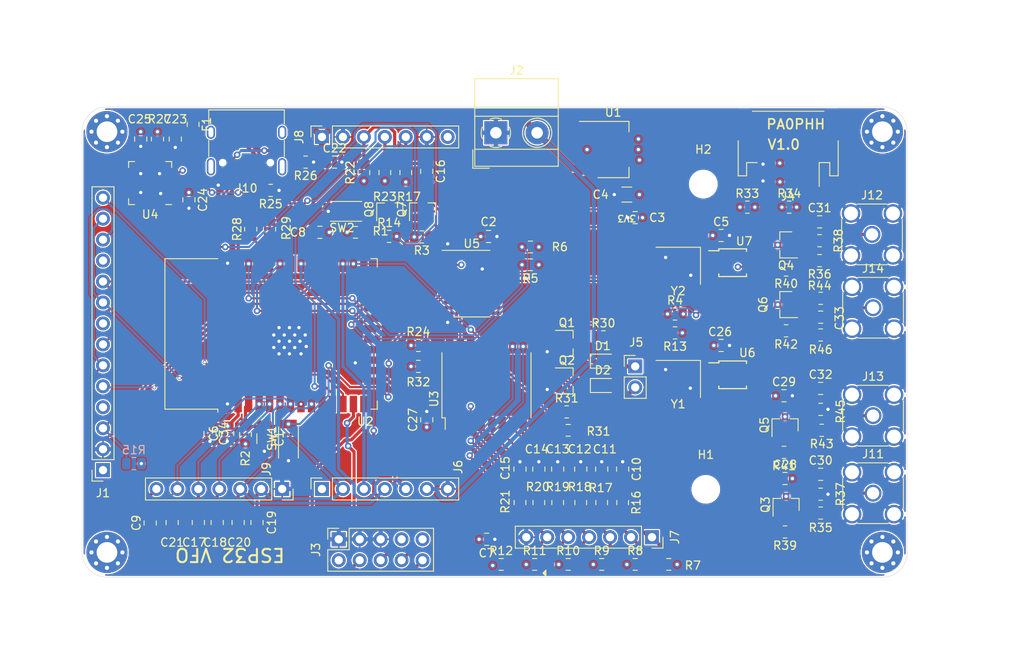
<source format=kicad_pcb>
(kicad_pcb (version 20171130) (host pcbnew "(5.1.10)-1")
  (layers (0 F.Cu signal) (1 In1.Cu power) (2 In2.Cu power) (31 B.Cu signal) (34 B.Paste user) (35 F.Paste user) (36 B.SilkS user) (37 F.SilkS user) (38 B.Mask user) (39 F.Mask user) (44 Edge.Cuts user))
  (net 0 "")
  (net 1 GND)
  (net 2 EN)
  (net 3 SCK)
  (net 4 SDI)
  (net 5 RXD0)
  (net 6 TXD0)
  (net 7 SDO)
  (net 8 V33)
  (net 9 R1_2a)
  (net 10 R2_2a)
  (net 11 R3_2a)
  (net 12 R1_3a)
  (net 13 R2_3a)
  (net 14 R3_3a)
  (net 15 RXTX)
  (net 16 A4P)
  (net 17 A3P)
  (net 18 A1P)
  (net 19 A2P)
  (net 20 DC)
  (net 21 CS)
  (net 22 GPIO14)
  (net 23 GPIO13)
  (net 24 GPIO15)
  (net 25 GPIO12)
  (net 26 R3_3)
  (net 27 R2_3)
  (net 28 R1_3)
  (net 29 R3_2)
  (net 30 R2_2)
  (net 31 R1_2)
  (net 32 Vcc)
  (net 33 GPIO19)
  (net 34 R2)
  (net 35 R1)
  (net 36 SCL1)
  (net 37 SDA1)
  (net 38 "Net-(U2-Pad32)")
  (net 39 T_IRQ)
  (net 40 "Net-(U2-Pad22)")
  (net 41 "Net-(U2-Pad21)")
  (net 42 "Net-(U2-Pad20)")
  (net 43 "Net-(U2-Pad19)")
  (net 44 "Net-(U2-Pad18)")
  (net 45 "Net-(U2-Pad17)")
  (net 46 IO0)
  (net 47 "Net-(J3-Pad7)")
  (net 48 "Net-(J3-Pad2)")
  (net 49 "Net-(J6-Pad1)")
  (net 50 "Net-(J8-Pad7)")
  (net 51 "Net-(F1-Pad2)")
  (net 52 "Net-(J10-PadB8)")
  (net 53 "Net-(J10-PadA5)")
  (net 54 D-)
  (net 55 D+)
  (net 56 "Net-(J10-PadA8)")
  (net 57 "Net-(J10-PadB5)")
  (net 58 RSTb)
  (net 59 "Net-(R28-Pad2)")
  (net 60 "Net-(R29-Pad2)")
  (net 61 DTR)
  (net 62 "Net-(U4-Pad27)")
  (net 63 RTS)
  (net 64 "Net-(U4-Pad23)")
  (net 65 "Net-(U4-Pad22)")
  (net 66 "Net-(U4-Pad21)")
  (net 67 "Net-(U4-Pad20)")
  (net 68 "Net-(U4-Pad19)")
  (net 69 "Net-(U4-Pad18)")
  (net 70 "Net-(U4-Pad17)")
  (net 71 "Net-(U4-Pad16)")
  (net 72 "Net-(U4-Pad15)")
  (net 73 "Net-(U4-Pad14)")
  (net 74 "Net-(U4-Pad13)")
  (net 75 "Net-(U4-Pad12)")
  (net 76 "Net-(U4-Pad11)")
  (net 77 "Net-(U4-Pad10)")
  (net 78 "Net-(U4-Pad2)")
  (net 79 "Net-(U4-Pad1)")
  (net 80 GPIO16)
  (net 81 "Net-(Q1-Pad1)")
  (net 82 "Net-(Q2-Pad1)")
  (net 83 T1)
  (net 84 T2)
  (net 85 "Net-(D1-Pad1)")
  (net 86 "Net-(D2-Pad1)")
  (net 87 "Net-(C30-Pad2)")
  (net 88 "Net-(C30-Pad1)")
  (net 89 "Net-(C31-Pad2)")
  (net 90 "Net-(C31-Pad1)")
  (net 91 "Net-(C32-Pad2)")
  (net 92 "Net-(C32-Pad1)")
  (net 93 "Net-(C33-Pad2)")
  (net 94 "Net-(C33-Pad1)")
  (net 95 T_CS)
  (net 96 "Net-(Q3-Pad2)")
  (net 97 "Net-(Q3-Pad1)")
  (net 98 "Net-(Q4-Pad2)")
  (net 99 "Net-(Q4-Pad1)")
  (net 100 "Net-(Q5-Pad2)")
  (net 101 "Net-(Q5-Pad1)")
  (net 102 "Net-(Q6-Pad2)")
  (net 103 "Net-(Q6-Pad1)")
  (net 104 SCL_1)
  (net 105 SDA_1)
  (net 106 SCL_3)
  (net 107 SDA_3)
  (net 108 SCL_4)
  (net 109 SDA_4)
  (net 110 "Net-(R39-Pad2)")
  (net 111 "Net-(R40-Pad2)")
  (net 112 "Net-(R41-Pad2)")
  (net 113 "Net-(R42-Pad2)")
  (net 114 "Net-(U3-Pad16)")
  (net 115 "Net-(U5-Pad18)")
  (net 116 "Net-(U5-Pad17)")
  (net 117 "Net-(U5-Pad16)")
  (net 118 "Net-(U5-Pad15)")
  (net 119 "Net-(U5-Pad11)")
  (net 120 "Net-(U5-Pad10)")
  (net 121 "Net-(U6-Pad6)")
  (net 122 "Net-(U6-Pad3)")
  (net 123 "Net-(U6-Pad2)")
  (net 124 "Net-(U7-Pad6)")
  (net 125 "Net-(U7-Pad3)")
  (net 126 "Net-(U7-Pad2)")
  (net 127 "Net-(U5-Pad5)")
  (net 128 "Net-(U5-Pad4)")
  (net 129 INT)
  (net 130 A5P)
  (net 131 "Net-(U5-Pad7)")
  (net 132 "Net-(U5-Pad6)")
  (net 133 "Net-(Q7-Pad1)")
  (net 134 "Net-(Q8-Pad1)")
  (module Capacitor_SMD:C_0805_2012Metric (layer F.Cu) (at 53.9877 76.581 270)
    (fp_text reference C34 (at 0 -1.68 90) (layer F.SilkS))
    (fp_text value 10u)
    (pad 2 smd roundrect (at 0.95 0 270) (size 1 1.45) (layers F.Cu F.Paste F.Mask) (net 1 GND))
    (pad 1 smd roundrect (at -0.95 0 270) (size 1 1.45) (layers F.Cu F.Paste F.Mask) (net 8 V33))
  )
  (module Resistor_SMD:R_0805_2012Metric (layer B.Cu) (at 44.7675 80.2386 180)
    (fp_text reference R15 (at 0 1.65) (layer B.SilkS) (effects (justify mirror)))
    (fp_text value 10k)
    (pad 2 smd roundrect (at 0.9125 0 180) (size 1.025 1.4) (layers B.Cu B.Paste B.Mask) (roundrect_rratio 0.2439004878048781) (net 21 CS))
    (pad 1 smd roundrect (at -0.9125 0 180) (size 1.025 1.4) (layers B.Cu B.Paste B.Mask) (roundrect_rratio 0.2439004878048781) (net 8 V33))
  )
  (module Resistor_SMD:R_0805_2012Metric (layer F.Cu) (at 75.7047 52.6923)
    (fp_text reference R14 (at 0 -1.65) (layer F.SilkS))
    (fp_text value 10k)
    (pad 2 smd roundrect (at 0.9125 0) (size 1.025 1.4) (layers F.Cu F.Paste F.Mask) (roundrect_rratio 0.2439004878048781) (net 63 RTS))
    (pad 1 smd roundrect (at -0.9125 0) (size 1.025 1.4) (layers F.Cu F.Paste F.Mask) (roundrect_rratio 0.2439004878048781) (net 134 "Net-(Q8-Pad1)"))
  )
  (module Resistor_SMD:R_0805_2012Metric (layer F.Cu) (at 79.6671 52.7558 180)
    (fp_text reference R3 (at 0 -1.65) (layer F.SilkS))
    (fp_text value 10k)
    (pad 2 smd roundrect (at 0.9125 0 180) (size 1.025 1.4) (layers F.Cu F.Paste F.Mask) (roundrect_rratio 0.2439004878048781) (net 61 DTR))
    (pad 1 smd roundrect (at -0.9125 0 180) (size 1.025 1.4) (layers F.Cu F.Paste F.Mask) (roundrect_rratio 0.2439004878048781) (net 133 "Net-(Q7-Pad1)"))
  )
  (module Package_TO_SOT_SMD:SOT-23 (layer F.Cu) (at 75.7809 49.403 90)
    (fp_text reference Q8 (at 0 -2.5 90) (layer F.SilkS))
    (fp_text value 2N3904_SOT23)
    (pad 3 smd rect (at 1 0 90) (size 0.9 0.8) (layers F.Cu F.Paste F.Mask) (net 46 IO0))
    (pad 2 smd rect (at -1 0.95 90) (size 0.9 0.8) (layers F.Cu F.Paste F.Mask) (net 61 DTR))
    (pad 1 smd rect (at -1 -0.95 90) (size 0.9 0.8) (layers F.Cu F.Paste F.Mask) (net 134 "Net-(Q8-Pad1)"))
  )
  (module Package_TO_SOT_SMD:SOT-23 (layer F.Cu) (at 79.756 49.3903 90)
    (fp_text reference Q7 (at 0 -2.5 90) (layer F.SilkS))
    (fp_text value 2N3904_SOT23)
    (pad 3 smd rect (at 1 0 90) (size 0.9 0.8) (layers F.Cu F.Paste F.Mask) (net 2 EN))
    (pad 2 smd rect (at -1 0.95 90) (size 0.9 0.8) (layers F.Cu F.Paste F.Mask) (net 63 RTS))
    (pad 1 smd rect (at -1 -0.95 90) (size 0.9 0.8) (layers F.Cu F.Paste F.Mask) (net 133 "Net-(Q7-Pad1)"))
  )
  (module RF_Module:ESP32-WROOM-32 (layer F.Cu) (at 64.389 64.516 90)
    (fp_text reference U2 (at -10.61 8.43) (layer F.SilkS))
    (fp_text value ESP32-WROOM-32D)
    (pad 38 smd rect (at 8.5 -8.255 90) (size 2 0.9) (layers F.Cu F.Paste F.Mask) (net 1 GND))
    (pad 37 smd rect (at 8.5 -6.985 90) (size 2 0.9) (layers F.Cu F.Paste F.Mask) (net 34 R2))
    (pad 36 smd rect (at 8.5 -5.715 90) (size 2 0.9) (layers F.Cu F.Paste F.Mask) (net 36 SCL1))
    (pad 35 smd rect (at 8.5 -4.445 90) (size 2 0.9) (layers F.Cu F.Paste F.Mask) (net 6 TXD0))
    (pad 34 smd rect (at 8.5 -3.175 90) (size 2 0.9) (layers F.Cu F.Paste F.Mask) (net 5 RXD0))
    (pad 33 smd rect (at 8.5 -1.905 90) (size 2 0.9) (layers F.Cu F.Paste F.Mask) (net 37 SDA1))
    (pad 32 smd rect (at 8.5 -0.635 90) (size 2 0.9) (layers F.Cu F.Paste F.Mask) (net 38 "Net-(U2-Pad32)"))
    (pad 31 smd rect (at 8.5 0.635 90) (size 2 0.9) (layers F.Cu F.Paste F.Mask) (net 33 GPIO19))
    (pad 30 smd rect (at 8.5 1.905 90) (size 2 0.9) (layers F.Cu F.Paste F.Mask) (net 3 SCK))
    (pad 29 smd rect (at 8.5 3.175 90) (size 2 0.9) (layers F.Cu F.Paste F.Mask) (net 21 CS))
    (pad 28 smd rect (at 8.5 4.445 90) (size 2 0.9) (layers F.Cu F.Paste F.Mask) (net 35 R1))
    (pad 27 smd rect (at 8.5 5.715 90) (size 2 0.9) (layers F.Cu F.Paste F.Mask) (net 80 GPIO16))
    (pad 26 smd rect (at 8.5 6.985 90) (size 2 0.9) (layers F.Cu F.Paste F.Mask) (net 129 INT))
    (pad 25 smd rect (at 8.5 8.255 90) (size 2 0.9) (layers F.Cu F.Paste F.Mask) (net 46 IO0))
    (pad 24 smd rect (at 5.715 9.255 180) (size 2 0.9) (layers F.Cu F.Paste F.Mask) (net 20 DC))
    (pad 23 smd rect (at 4.445 9.255 180) (size 2 0.9) (layers F.Cu F.Paste F.Mask) (net 24 GPIO15))
    (pad 22 smd rect (at 3.175 9.255 180) (size 2 0.9) (layers F.Cu F.Paste F.Mask) (net 40 "Net-(U2-Pad22)"))
    (pad 21 smd rect (at 1.905 9.255 180) (size 2 0.9) (layers F.Cu F.Paste F.Mask) (net 41 "Net-(U2-Pad21)"))
    (pad 20 smd rect (at 0.635 9.255 180) (size 2 0.9) (layers F.Cu F.Paste F.Mask) (net 42 "Net-(U2-Pad20)"))
    (pad 19 smd rect (at -0.635 9.255 180) (size 2 0.9) (layers F.Cu F.Paste F.Mask) (net 43 "Net-(U2-Pad19)"))
    (pad 18 smd rect (at -1.905 9.255 180) (size 2 0.9) (layers F.Cu F.Paste F.Mask) (net 44 "Net-(U2-Pad18)"))
    (pad 17 smd rect (at -3.175 9.255 180) (size 2 0.9) (layers F.Cu F.Paste F.Mask) (net 45 "Net-(U2-Pad17)"))
    (pad 16 smd rect (at -4.445 9.255 180) (size 2 0.9) (layers F.Cu F.Paste F.Mask) (net 23 GPIO13))
    (pad 15 smd rect (at -5.715 9.255 180) (size 2 0.9) (layers F.Cu F.Paste F.Mask) (net 1 GND))
    (pad 14 smd rect (at -8.5 8.255 90) (size 2 0.9) (layers F.Cu F.Paste F.Mask) (net 25 GPIO12))
    (pad 13 smd rect (at -8.5 6.985 90) (size 2 0.9) (layers F.Cu F.Paste F.Mask) (net 22 GPIO14))
    (pad 12 smd rect (at -8.5 5.715 90) (size 2 0.9) (layers F.Cu F.Paste F.Mask) (net 39 T_IRQ))
    (pad 11 smd rect (at -8.5 4.445 90) (size 2 0.9) (layers F.Cu F.Paste F.Mask) (net 15 RXTX))
    (pad 10 smd rect (at -8.5 3.175 90) (size 2 0.9) (layers F.Cu F.Paste F.Mask) (net 4 SDI))
    (pad 9 smd rect (at -8.5 1.905 90) (size 2 0.9) (layers F.Cu F.Paste F.Mask) (net 18 A1P))
    (pad 8 smd rect (at -8.5 0.635 90) (size 2 0.9) (layers F.Cu F.Paste F.Mask) (net 7 SDO))
    (pad 7 smd rect (at -8.5 -0.635 90) (size 2 0.9) (layers F.Cu F.Paste F.Mask) (net 130 A5P))
    (pad 6 smd rect (at -8.5 -1.905 90) (size 2 0.9) (layers F.Cu F.Paste F.Mask) (net 19 A2P))
    (pad 5 smd rect (at -8.5 -3.175 90) (size 2 0.9) (layers F.Cu F.Paste F.Mask) (net 17 A3P))
    (pad 4 smd rect (at -8.5 -4.445 90) (size 2 0.9) (layers F.Cu F.Paste F.Mask) (net 16 A4P))
    (pad 3 smd rect (at -8.5 -5.715 90) (size 2 0.9) (layers F.Cu F.Paste F.Mask) (net 2 EN))
    (pad 2 smd rect (at -8.5 -6.985 90) (size 2 0.9) (layers F.Cu F.Paste F.Mask) (net 8 V33))
    (pad 1 smd rect (at -8.5 -8.255 90) (size 2 0.9) (layers F.Cu F.Paste F.Mask) (net 1 GND))
    (pad 39 smd rect (at -1 -0.755 90) (size 5 5) (layers F.Cu F.Paste F.Mask) (net 1 GND))
  )
  (module Connector_USB:USB_C_Receptacle_XKB_U262-16XN-4BVC11 (layer F.Cu) (at 58.42 41.148 180)
    (fp_text reference J10 (at 0 -5.715) (layer F.SilkS))
    (fp_text value USB_C_Receptacle_USB2.0)
    (pad A12 smd rect (at 3.35 -3.67 180) (size 0.3 1.15) (layers F.Cu F.Paste F.Mask) (net 1 GND))
    (pad A9 smd rect (at 2.55 -3.67 180) (size 0.3 1.15) (layers F.Cu F.Paste F.Mask) (net 51 "Net-(F1-Pad2)"))
    (pad B9 smd rect (at -2.25 -3.67 180) (size 0.3 1.15) (layers F.Cu F.Paste F.Mask) (net 51 "Net-(F1-Pad2)"))
    (pad B12 smd rect (at -3.05 -3.67 180) (size 0.3 1.15) (layers F.Cu F.Paste F.Mask) (net 1 GND))
    (pad A1 smd rect (at -3.35 -3.67 180) (size 0.3 1.15) (layers F.Cu F.Paste F.Mask) (net 1 GND))
    (pad A4 smd rect (at -2.55 -3.67 180) (size 0.3 1.15) (layers F.Cu F.Paste F.Mask) (net 51 "Net-(F1-Pad2)"))
    (pad B8 smd rect (at -1.75 -3.67 180) (size 0.3 1.15) (layers F.Cu F.Paste F.Mask) (net 52 "Net-(J10-PadB8)"))
    (pad A5 smd rect (at -1.25 -3.67 180) (size 0.3 1.15) (layers F.Cu F.Paste F.Mask) (net 53 "Net-(J10-PadA5)"))
    (pad B7 smd rect (at -0.75 -3.67 180) (size 0.3 1.15) (layers F.Cu F.Paste F.Mask) (net 54 D-))
    (pad A6 smd rect (at -0.25 -3.67 180) (size 0.3 1.15) (layers F.Cu F.Paste F.Mask) (net 55 D+))
    (pad A7 smd rect (at 0.25 -3.67 180) (size 0.3 1.15) (layers F.Cu F.Paste F.Mask) (net 54 D-))
    (pad B6 smd rect (at 0.75 -3.67 180) (size 0.3 1.15) (layers F.Cu F.Paste F.Mask) (net 55 D+))
    (pad A8 smd rect (at 1.25 -3.67 180) (size 0.3 1.15) (layers F.Cu F.Paste F.Mask) (net 56 "Net-(J10-PadA8)"))
    (pad B5 smd rect (at 1.75 -3.67 180) (size 0.3 1.15) (layers F.Cu F.Paste F.Mask) (net 57 "Net-(J10-PadB5)"))
    (pad B4 smd rect (at 2.25 -3.67 180) (size 0.3 1.15) (layers F.Cu F.Paste F.Mask) (net 51 "Net-(F1-Pad2)"))
    (pad B1 smd rect (at 3.05 -3.67 180) (size 0.3 1.15) (layers F.Cu F.Paste F.Mask) (net 1 GND))
    (pad "" np_thru_hole circle (at -2.89 -2.605 180) (size 0.65 0.65) (drill 0.65) (layers *.Cu *.Mask))
    (pad "" np_thru_hole circle (at 2.89 -2.605 180) (size 0.65 0.65) (drill 0.65) (layers *.Cu *.Mask))
    (pad S1 thru_hole oval (at 4.32 1.075 180) (size 1 1.6) (drill oval 0.6 1.2) (layers *.Cu *.Mask))
    (pad S1 thru_hole oval (at -4.32 1.075 180) (size 1 1.6) (drill oval 0.6 1.2) (layers *.Cu *.Mask))
    (pad S1 thru_hole oval (at 4.32 -3.105 180) (size 1 2.1) (drill oval 0.6 1.7) (layers *.Cu *.Mask))
    (pad S1 thru_hole oval (at -4.32 -3.105 180) (size 1 2.1) (drill oval 0.6 1.7) (layers *.Cu *.Mask))
  )
  (module MountingHole:MountingHole_3.2mm_M3 (layer F.Cu) (at 113.792 46.355)
    (fp_text reference H2 (at 0 -4.2) (layer F.SilkS))
    (fp_text value " ")
    (pad 1 np_thru_hole circle (at 0 0) (size 3.2 3.2) (drill 3.2) (layers *.Cu *.Mask))
  )
  (module MountingHole:MountingHole_3.2mm_M3 (layer F.Cu) (at 114.092 83.355)
    (fp_text reference H1 (at 0 -4.2) (layer F.SilkS))
    (fp_text value " ")
    (pad 1 np_thru_hole circle (at 0 0) (size 3.2 3.2) (drill 3.2) (layers *.Cu *.Mask))
  )
  (module Connector_PinHeader_2.54mm:PinHeader_1x02_P2.54mm_Vertical (layer F.Cu) (at 105.537 68.453)
    (fp_text reference J5 (at 0.127 -2.921) (layer F.SilkS))
    (fp_text value Relais)
    (pad 1 thru_hole rect (at 0 0) (size 1.7 1.7) (drill 1) (layers *.Cu *.Mask) (net 85 "Net-(D1-Pad1)"))
    (pad 2 thru_hole oval (at 0 2.54) (size 1.7 1.7) (drill 1) (layers *.Cu *.Mask) (net 86 "Net-(D2-Pad1)"))
  )
  (module Resistor_SMD:R_0805_2012Metric (layer F.Cu) (at 97.23 73.968)
    (fp_text reference R31 (at 0 -1.65) (layer F.SilkS))
    (fp_text value 2k2)
    (pad 2 smd roundrect (at 0.9125 0) (size 1.025 1.4) (layers F.Cu F.Paste F.Mask) (roundrect_rratio 0.2439004878048781) (net 82 "Net-(Q2-Pad1)"))
    (pad 1 smd roundrect (at -0.9125 0) (size 1.025 1.4) (layers F.Cu F.Paste F.Mask) (roundrect_rratio 0.2439004878048781) (net 84 T2))
  )
  (module Resistor_SMD:R_0805_2012Metric (layer F.Cu) (at 101.68 64.868)
    (fp_text reference R30 (at 0 -1.65) (layer F.SilkS))
    (fp_text value 2k2)
    (pad 2 smd roundrect (at 0.9125 0) (size 1.025 1.4) (layers F.Cu F.Paste F.Mask) (roundrect_rratio 0.2439004878048781) (net 81 "Net-(Q1-Pad1)"))
    (pad 1 smd roundrect (at -0.9125 0) (size 1.025 1.4) (layers F.Cu F.Paste F.Mask) (roundrect_rratio 0.2439004878048781) (net 83 T1))
  )
  (module Package_TO_SOT_SMD:SOT-23 (layer F.Cu) (at 97.25 70.218)
    (fp_text reference Q2 (at 0 -2.5) (layer F.SilkS))
    (fp_text value 2N3904_SOT23)
    (pad 3 smd rect (at 1 0) (size 0.9 0.8) (layers F.Cu F.Paste F.Mask) (net 86 "Net-(D2-Pad1)"))
    (pad 2 smd rect (at -1 0.95) (size 0.9 0.8) (layers F.Cu F.Paste F.Mask) (net 1 GND))
    (pad 1 smd rect (at -1 -0.95) (size 0.9 0.8) (layers F.Cu F.Paste F.Mask) (net 82 "Net-(Q2-Pad1)"))
  )
  (module Package_TO_SOT_SMD:SOT-23 (layer F.Cu) (at 97.25 65.668)
    (fp_text reference Q1 (at 0 -2.5) (layer F.SilkS))
    (fp_text value 2N3904_SOT23)
    (pad 3 smd rect (at 1 0) (size 0.9 0.8) (layers F.Cu F.Paste F.Mask) (net 85 "Net-(D1-Pad1)"))
    (pad 2 smd rect (at -1 0.95) (size 0.9 0.8) (layers F.Cu F.Paste F.Mask) (net 1 GND))
    (pad 1 smd rect (at -1 -0.95) (size 0.9 0.8) (layers F.Cu F.Paste F.Mask) (net 81 "Net-(Q1-Pad1)"))
  )
  (module Diode_SMD:D_SOD-323 (layer F.Cu) (at 101.6 70.768)
    (fp_text reference D2 (at 0 -1.85) (layer F.SilkS))
    (fp_text value D)
    (pad 2 smd rect (at 1.05 0) (size 0.6 0.45) (layers F.Cu F.Paste F.Mask) (net 1 GND))
    (pad 1 smd rect (at -1.05 0) (size 0.6 0.45) (layers F.Cu F.Paste F.Mask) (net 86 "Net-(D2-Pad1)"))
  )
  (module Diode_SMD:D_SOD-323 (layer F.Cu) (at 101.6 67.818)
    (fp_text reference D1 (at 0 -1.85) (layer F.SilkS))
    (fp_text value D)
    (pad 2 smd rect (at 1.05 0) (size 0.6 0.45) (layers F.Cu F.Paste F.Mask) (net 1 GND))
    (pad 1 smd rect (at -1.05 0) (size 0.6 0.45) (layers F.Cu F.Paste F.Mask) (net 85 "Net-(D1-Pad1)"))
  )
  (module ESP32_TouchDown_lib:TS-1088R-02526 (layer F.Cu) (at 70.485 49.657 180)
    (fp_text reference SW2 (at 0.5 -2) (layer F.SilkS))
    (fp_text value SW_Push)
    (pad 2 smd rect (at 2.225 0 180) (size 1.05 2) (layers F.Cu F.Paste F.Mask) (net 1 GND))
    (pad 1 smd rect (at -2.225 0 180) (size 1.05 2) (layers F.Cu F.Paste F.Mask) (net 46 IO0))
  )
  (module Capacitor_SMD:C_0805_2012Metric (layer F.Cu) (at 67.31 52.197)
    (fp_text reference C8 (at -2.667 0) (layer F.SilkS))
    (fp_text value 100n)
    (pad 2 smd roundrect (at 0.95 0) (size 1 1.45) (layers F.Cu F.Paste F.Mask) (net 8 V33))
    (pad 1 smd roundrect (at -0.95 0) (size 1 1.45) (layers F.Cu F.Paste F.Mask) (net 1 GND))
  )
  (module Crystal:Crystal_SMD_TXC_7M-4Pin_3.2x2.5mm_HandSoldering (layer F.Cu) (at 110.744 56.261 180)
    (fp_text reference Y2 (at 0 -3.05) (layer F.SilkS))
    (fp_text value Crystal)
    (pad 4 smd rect (at -1.45 -1.15 180) (size 2.1 1.8) (layers F.Cu F.Paste F.Mask) (net 1 GND))
    (pad 3 smd rect (at 1.45 -1.15 180) (size 2.1 1.8) (layers F.Cu F.Paste F.Mask) (net 125 "Net-(U7-Pad3)"))
    (pad 2 smd rect (at 1.45 1.15 180) (size 2.1 1.8) (layers F.Cu F.Paste F.Mask) (net 1 GND))
    (pad 1 smd rect (at -1.45 1.15 180) (size 2.1 1.8) (layers F.Cu F.Paste F.Mask) (net 126 "Net-(U7-Pad2)"))
  )
  (module Crystal:Crystal_SMD_TXC_7M-4Pin_3.2x2.5mm_HandSoldering (layer F.Cu) (at 110.744 69.977 180)
    (fp_text reference Y1 (at 0 -3.05) (layer F.SilkS))
    (fp_text value Crystal)
    (pad 4 smd rect (at -1.45 -1.15 180) (size 2.1 1.8) (layers F.Cu F.Paste F.Mask) (net 1 GND))
    (pad 3 smd rect (at 1.45 -1.15 180) (size 2.1 1.8) (layers F.Cu F.Paste F.Mask) (net 122 "Net-(U6-Pad3)"))
    (pad 2 smd rect (at 1.45 1.15 180) (size 2.1 1.8) (layers F.Cu F.Paste F.Mask) (net 1 GND))
    (pad 1 smd rect (at -1.45 1.15 180) (size 2.1 1.8) (layers F.Cu F.Paste F.Mask) (net 123 "Net-(U6-Pad2)"))
  )
  (module Package_SO:MSOP-10_3x3mm_P0.5mm (layer F.Cu) (at 117.348 55.88)
    (fp_text reference U7 (at 1.397 -2.6) (layer F.SilkS))
    (fp_text value Si5351A-B-GT)
    (pad 10 smd rect (at 2.2 -1) (size 1.4 0.3) (layers F.Cu F.Paste F.Mask) (net 111 "Net-(R40-Pad2)"))
    (pad 9 smd rect (at 2.2 -0.5) (size 1.4 0.3) (layers F.Cu F.Paste F.Mask) (net 113 "Net-(R42-Pad2)"))
    (pad 8 smd rect (at 2.2 0) (size 1.4 0.3) (layers F.Cu F.Paste F.Mask) (net 1 GND))
    (pad 7 smd rect (at 2.2 0.5) (size 1.4 0.3) (layers F.Cu F.Paste F.Mask) (net 8 V33))
    (pad 6 smd rect (at 2.2 1) (size 1.4 0.3) (layers F.Cu F.Paste F.Mask) (net 124 "Net-(U7-Pad6)"))
    (pad 5 smd rect (at -2.2 1) (size 1.4 0.3) (layers F.Cu F.Paste F.Mask) (net 105 SDA_1))
    (pad 4 smd rect (at -2.2 0.5) (size 1.4 0.3) (layers F.Cu F.Paste F.Mask) (net 104 SCL_1))
    (pad 3 smd rect (at -2.2 0) (size 1.4 0.3) (layers F.Cu F.Paste F.Mask) (net 125 "Net-(U7-Pad3)"))
    (pad 2 smd rect (at -2.2 -0.5) (size 1.4 0.3) (layers F.Cu F.Paste F.Mask) (net 126 "Net-(U7-Pad2)"))
    (pad 1 smd rect (at -2.2 -1) (size 1.4 0.3) (layers F.Cu F.Paste F.Mask) (net 8 V33))
  )
  (module Package_SO:MSOP-10_3x3mm_P0.5mm (layer F.Cu) (at 117.348 69.469)
    (fp_text reference U6 (at 1.778 -2.667) (layer F.SilkS))
    (fp_text value Si5351A-B-GT)
    (pad 10 smd rect (at 2.2 -1) (size 1.4 0.3) (layers F.Cu F.Paste F.Mask) (net 110 "Net-(R39-Pad2)"))
    (pad 9 smd rect (at 2.2 -0.5) (size 1.4 0.3) (layers F.Cu F.Paste F.Mask) (net 112 "Net-(R41-Pad2)"))
    (pad 8 smd rect (at 2.2 0) (size 1.4 0.3) (layers F.Cu F.Paste F.Mask) (net 1 GND))
    (pad 7 smd rect (at 2.2 0.5) (size 1.4 0.3) (layers F.Cu F.Paste F.Mask) (net 8 V33))
    (pad 6 smd rect (at 2.2 1) (size 1.4 0.3) (layers F.Cu F.Paste F.Mask) (net 121 "Net-(U6-Pad6)"))
    (pad 5 smd rect (at -2.2 1) (size 1.4 0.3) (layers F.Cu F.Paste F.Mask) (net 105 SDA_1))
    (pad 4 smd rect (at -2.2 0.5) (size 1.4 0.3) (layers F.Cu F.Paste F.Mask) (net 104 SCL_1))
    (pad 3 smd rect (at -2.2 0) (size 1.4 0.3) (layers F.Cu F.Paste F.Mask) (net 122 "Net-(U6-Pad3)"))
    (pad 2 smd rect (at -2.2 -0.5) (size 1.4 0.3) (layers F.Cu F.Paste F.Mask) (net 123 "Net-(U6-Pad2)"))
    (pad 1 smd rect (at -2.2 -1) (size 1.4 0.3) (layers F.Cu F.Paste F.Mask) (net 8 V33))
  )
  (module Package_SO:TSSOP-24_4.4x7.8mm_P0.65mm (layer F.Cu) (at 85.725 58.42)
    (fp_text reference U5 (at 0 -4.85) (layer F.SilkS))
    (fp_text value TCA9548APWR)
    (pad 24 smd roundrect (at 2.8625 -3.575) (size 1.475 0.4) (layers F.Cu F.Paste F.Mask) (net 8 V33))
    (pad 23 smd roundrect (at 2.8625 -2.925) (size 1.475 0.4) (layers F.Cu F.Paste F.Mask) (net 37 SDA1))
    (pad 22 smd roundrect (at 2.8625 -2.275) (size 1.475 0.4) (layers F.Cu F.Paste F.Mask) (net 36 SCL1))
    (pad 21 smd roundrect (at 2.8625 -1.625) (size 1.475 0.4) (layers F.Cu F.Paste F.Mask) (net 1 GND))
    (pad 20 smd roundrect (at 2.8625 -0.975) (size 1.475 0.4) (layers F.Cu F.Paste F.Mask) (net 104 SCL_1))
    (pad 19 smd roundrect (at 2.8625 -0.325) (size 1.475 0.4) (layers F.Cu F.Paste F.Mask) (net 105 SDA_1))
    (pad 18 smd roundrect (at 2.8625 0.325) (size 1.475 0.4) (layers F.Cu F.Paste F.Mask) (net 115 "Net-(U5-Pad18)"))
    (pad 17 smd roundrect (at 2.8625 0.975) (size 1.475 0.4) (layers F.Cu F.Paste F.Mask) (net 116 "Net-(U5-Pad17)"))
    (pad 16 smd roundrect (at 2.8625 1.625) (size 1.475 0.4) (layers F.Cu F.Paste F.Mask) (net 117 "Net-(U5-Pad16)"))
    (pad 15 smd roundrect (at 2.8625 2.275) (size 1.475 0.4) (layers F.Cu F.Paste F.Mask) (net 118 "Net-(U5-Pad15)"))
    (pad 14 smd roundrect (at 2.8625 2.925) (size 1.475 0.4) (layers F.Cu F.Paste F.Mask) (net 108 SCL_4))
    (pad 13 smd roundrect (at 2.8625 3.575) (size 1.475 0.4) (layers F.Cu F.Paste F.Mask) (net 109 SDA_4))
    (pad 12 smd roundrect (at -2.8625 3.575) (size 1.475 0.4) (layers F.Cu F.Paste F.Mask) (net 1 GND))
    (pad 11 smd roundrect (at -2.8625 2.925) (size 1.475 0.4) (layers F.Cu F.Paste F.Mask) (net 119 "Net-(U5-Pad11)"))
    (pad 10 smd roundrect (at -2.8625 2.275) (size 1.475 0.4) (layers F.Cu F.Paste F.Mask) (net 120 "Net-(U5-Pad10)"))
    (pad 9 smd roundrect (at -2.8625 1.625) (size 1.475 0.4) (layers F.Cu F.Paste F.Mask) (net 106 SCL_3))
    (pad 8 smd roundrect (at -2.8625 0.975) (size 1.475 0.4) (layers F.Cu F.Paste F.Mask) (net 107 SDA_3))
    (pad 7 smd roundrect (at -2.8625 0.325) (size 1.475 0.4) (layers F.Cu F.Paste F.Mask) (net 131 "Net-(U5-Pad7)"))
    (pad 6 smd roundrect (at -2.8625 -0.325) (size 1.475 0.4) (layers F.Cu F.Paste F.Mask) (net 132 "Net-(U5-Pad6)"))
    (pad 5 smd roundrect (at -2.8625 -0.975) (size 1.475 0.4) (layers F.Cu F.Paste F.Mask) (net 127 "Net-(U5-Pad5)"))
    (pad 4 smd roundrect (at -2.8625 -1.625) (size 1.475 0.4) (layers F.Cu F.Paste F.Mask) (net 128 "Net-(U5-Pad4)"))
    (pad 3 smd roundrect (at -2.8625 -2.275) (size 1.475 0.4) (layers F.Cu F.Paste F.Mask) (net 8 V33))
    (pad 2 smd roundrect (at -2.8625 -2.925) (size 1.475 0.4) (layers F.Cu F.Paste F.Mask) (net 1 GND))
    (pad 1 smd roundrect (at -2.8625 -3.575) (size 1.475 0.4) (layers F.Cu F.Paste F.Mask) (net 1 GND))
  )
  (module Resistor_SMD:R_0805_2012Metric (layer F.Cu) (at 128.016 64.643)
    (fp_text reference R46 (at 0 1.778) (layer F.SilkS))
    (fp_text value 68)
    (pad 2 smd roundrect (at 0.9125 0) (size 1.025 1.4) (layers F.Cu F.Paste F.Mask) (roundrect_rratio 0.2439004878048781) (net 1 GND))
    (pad 1 smd roundrect (at -0.9125 0) (size 1.025 1.4) (layers F.Cu F.Paste F.Mask) (roundrect_rratio 0.2439004878048781) (net 94 "Net-(C33-Pad1)"))
  )
  (module Resistor_SMD:R_0805_2012Metric (layer F.Cu) (at 128.016 73.66)
    (fp_text reference R45 (at 2.413 0.254 90) (layer F.SilkS))
    (fp_text value 68)
    (pad 2 smd roundrect (at 0.9125 0) (size 1.025 1.4) (layers F.Cu F.Paste F.Mask) (roundrect_rratio 0.2439004878048781) (net 1 GND))
    (pad 1 smd roundrect (at -0.9125 0) (size 1.025 1.4) (layers F.Cu F.Paste F.Mask) (roundrect_rratio 0.2439004878048781) (net 92 "Net-(C32-Pad1)"))
  )
  (module Resistor_SMD:R_0805_2012Metric (layer F.Cu) (at 128.016 60.198 180)
    (fp_text reference R44 (at 0.127 1.524 180) (layer F.SilkS))
    (fp_text value 200)
    (pad 2 smd roundrect (at 0.9125 0 180) (size 1.025 1.4) (layers F.Cu F.Paste F.Mask) (roundrect_rratio 0.2439004878048781) (net 94 "Net-(C33-Pad1)"))
    (pad 1 smd roundrect (at -0.9125 0 180) (size 1.025 1.4) (layers F.Cu F.Paste F.Mask) (roundrect_rratio 0.2439004878048781) (net 102 "Net-(Q6-Pad2)"))
  )
  (module Resistor_SMD:R_0805_2012Metric (layer F.Cu) (at 128.143 76.2 180)
    (fp_text reference R43 (at 0 -1.65) (layer F.SilkS))
    (fp_text value 200)
    (pad 2 smd roundrect (at 0.9125 0 180) (size 1.025 1.4) (layers F.Cu F.Paste F.Mask) (roundrect_rratio 0.2439004878048781) (net 92 "Net-(C32-Pad1)"))
    (pad 1 smd roundrect (at -0.9125 0 180) (size 1.025 1.4) (layers F.Cu F.Paste F.Mask) (roundrect_rratio 0.2439004878048781) (net 100 "Net-(Q5-Pad2)"))
  )
  (module Resistor_SMD:R_0805_2012Metric (layer F.Cu) (at 123.825 64.135 180)
    (fp_text reference R42 (at 0 -1.65) (layer F.SilkS))
    (fp_text value 1k)
    (pad 2 smd roundrect (at 0.9125 0 180) (size 1.025 1.4) (layers F.Cu F.Paste F.Mask) (roundrect_rratio 0.2439004878048781) (net 113 "Net-(R42-Pad2)"))
    (pad 1 smd roundrect (at -0.9125 0 180) (size 1.025 1.4) (layers F.Cu F.Paste F.Mask) (roundrect_rratio 0.2439004878048781) (net 103 "Net-(Q6-Pad1)"))
  )
  (module Resistor_SMD:R_0805_2012Metric (layer F.Cu) (at 123.571 78.867 180)
    (fp_text reference R41 (at 0 -1.65) (layer F.SilkS))
    (fp_text value 1k)
    (pad 2 smd roundrect (at 0.9125 0 180) (size 1.025 1.4) (layers F.Cu F.Paste F.Mask) (roundrect_rratio 0.2439004878048781) (net 112 "Net-(R41-Pad2)"))
    (pad 1 smd roundrect (at -0.9125 0 180) (size 1.025 1.4) (layers F.Cu F.Paste F.Mask) (roundrect_rratio 0.2439004878048781) (net 101 "Net-(Q5-Pad1)"))
  )
  (module Resistor_SMD:R_0805_2012Metric (layer F.Cu) (at 123.825 56.769 180)
    (fp_text reference R40 (at 0 -1.65) (layer F.SilkS))
    (fp_text value 1k)
    (pad 2 smd roundrect (at 0.9125 0 180) (size 1.025 1.4) (layers F.Cu F.Paste F.Mask) (roundrect_rratio 0.2439004878048781) (net 111 "Net-(R40-Pad2)"))
    (pad 1 smd roundrect (at -0.9125 0 180) (size 1.025 1.4) (layers F.Cu F.Paste F.Mask) (roundrect_rratio 0.2439004878048781) (net 99 "Net-(Q4-Pad1)"))
  )
  (module Resistor_SMD:R_0805_2012Metric (layer F.Cu) (at 123.698 88.519 180)
    (fp_text reference R39 (at 0 -1.65) (layer F.SilkS))
    (fp_text value 1k)
    (pad 2 smd roundrect (at 0.9125 0 180) (size 1.025 1.4) (layers F.Cu F.Paste F.Mask) (roundrect_rratio 0.2439004878048781) (net 110 "Net-(R39-Pad2)"))
    (pad 1 smd roundrect (at -0.9125 0 180) (size 1.025 1.4) (layers F.Cu F.Paste F.Mask) (roundrect_rratio 0.2439004878048781) (net 97 "Net-(Q3-Pad1)"))
  )
  (module Resistor_SMD:R_0805_2012Metric (layer F.Cu) (at 127.889 53.213)
    (fp_text reference R38 (at 2.286 0 90) (layer F.SilkS))
    (fp_text value 68)
    (pad 2 smd roundrect (at 0.9125 0) (size 1.025 1.4) (layers F.Cu F.Paste F.Mask) (roundrect_rratio 0.2439004878048781) (net 1 GND))
    (pad 1 smd roundrect (at -0.9125 0) (size 1.025 1.4) (layers F.Cu F.Paste F.Mask) (roundrect_rratio 0.2439004878048781) (net 90 "Net-(C31-Pad1)"))
  )
  (module Resistor_SMD:R_0805_2012Metric (layer F.Cu) (at 128.016 83.947)
    (fp_text reference R37 (at 2.413 0 270) (layer F.SilkS))
    (fp_text value 68)
    (pad 2 smd roundrect (at 0.9125 0) (size 1.025 1.4) (layers F.Cu F.Paste F.Mask) (roundrect_rratio 0.2439004878048781) (net 1 GND))
    (pad 1 smd roundrect (at -0.9125 0) (size 1.025 1.4) (layers F.Cu F.Paste F.Mask) (roundrect_rratio 0.2439004878048781) (net 88 "Net-(C30-Pad1)"))
  )
  (module Resistor_SMD:R_0805_2012Metric (layer F.Cu) (at 127.889 55.626 180)
    (fp_text reference R36 (at 0 -1.65) (layer F.SilkS))
    (fp_text value 200)
    (pad 2 smd roundrect (at 0.9125 0 180) (size 1.025 1.4) (layers F.Cu F.Paste F.Mask) (roundrect_rratio 0.2439004878048781) (net 90 "Net-(C31-Pad1)"))
    (pad 1 smd roundrect (at -0.9125 0 180) (size 1.025 1.4) (layers F.Cu F.Paste F.Mask) (roundrect_rratio 0.2439004878048781) (net 98 "Net-(Q4-Pad2)"))
  )
  (module Resistor_SMD:R_0805_2012Metric (layer F.Cu) (at 128.016 86.233)
    (fp_text reference R35 (at 0 1.778) (layer F.SilkS))
    (fp_text value 200)
    (pad 2 smd roundrect (at 0.9125 0) (size 1.025 1.4) (layers F.Cu F.Paste F.Mask) (roundrect_rratio 0.2439004878048781) (net 88 "Net-(C30-Pad1)"))
    (pad 1 smd roundrect (at -0.9125 0) (size 1.025 1.4) (layers F.Cu F.Paste F.Mask) (roundrect_rratio 0.2439004878048781) (net 96 "Net-(Q3-Pad2)"))
  )
  (module Resistor_SMD:R_0805_2012Metric (layer F.Cu) (at 124.206 49.149)
    (fp_text reference R34 (at 0 -1.65) (layer F.SilkS))
    (fp_text value 2.2k)
    (pad 2 smd roundrect (at 0.9125 0) (size 1.025 1.4) (layers F.Cu F.Paste F.Mask) (roundrect_rratio 0.2439004878048781) (net 109 SDA_4))
    (pad 1 smd roundrect (at -0.9125 0) (size 1.025 1.4) (layers F.Cu F.Paste F.Mask) (roundrect_rratio 0.2439004878048781) (net 8 V33))
  )
  (module Resistor_SMD:R_0805_2012Metric (layer F.Cu) (at 119.126 49.149)
    (fp_text reference R33 (at 0 -1.65) (layer F.SilkS))
    (fp_text value 2.2k)
    (pad 2 smd roundrect (at 0.9125 0) (size 1.025 1.4) (layers F.Cu F.Paste F.Mask) (roundrect_rratio 0.2439004878048781) (net 108 SCL_4))
    (pad 1 smd roundrect (at -0.9125 0) (size 1.025 1.4) (layers F.Cu F.Paste F.Mask) (roundrect_rratio 0.2439004878048781) (net 8 V33))
  )
  (module Resistor_SMD:R_0805_2012Metric (layer F.Cu) (at 79.248 68.453)
    (fp_text reference R32 (at 0 1.905) (layer F.SilkS))
    (fp_text value 2.2k)
    (pad 2 smd roundrect (at 0.9125 0) (size 1.025 1.4) (layers F.Cu F.Paste F.Mask) (roundrect_rratio 0.2439004878048781) (net 107 SDA_3))
    (pad 1 smd roundrect (at -0.9125 0) (size 1.025 1.4) (layers F.Cu F.Paste F.Mask) (roundrect_rratio 0.2439004878048781) (net 8 V33))
  )
  (module Resistor_SMD:R_0805_2012Metric (layer F.Cu) (at 47.625 40.894 270)
    (fp_text reference R27 (at -2.413 -0.254 180) (layer F.SilkS))
    (fp_text value 4.7K)
    (pad 2 smd roundrect (at 0.9125 0 270) (size 1.025 1.4) (layers F.Cu F.Paste F.Mask) (roundrect_rratio 0.2439004878048781) (net 58 RSTb))
    (pad 1 smd roundrect (at -0.9125 0 270) (size 1.025 1.4) (layers F.Cu F.Paste F.Mask) (roundrect_rratio 0.2439004878048781) (net 8 V33))
  )
  (module Resistor_SMD:R_0805_2012Metric (layer F.Cu) (at 79.248 65.913)
    (fp_text reference R24 (at 0 -1.65) (layer F.SilkS))
    (fp_text value 2.2k)
    (pad 2 smd roundrect (at 0.9125 0) (size 1.025 1.4) (layers F.Cu F.Paste F.Mask) (roundrect_rratio 0.2439004878048781) (net 106 SCL_3))
    (pad 1 smd roundrect (at -0.9125 0) (size 1.025 1.4) (layers F.Cu F.Paste F.Mask) (roundrect_rratio 0.2439004878048781) (net 8 V33))
  )
  (module Resistor_SMD:R_0805_2012Metric (layer F.Cu) (at 110.363 64.389 180)
    (fp_text reference R13 (at 0 -1.65) (layer F.SilkS))
    (fp_text value 2.2k)
    (pad 2 smd roundrect (at 0.9125 0 180) (size 1.025 1.4) (layers F.Cu F.Paste F.Mask) (roundrect_rratio 0.2439004878048781) (net 105 SDA_1))
    (pad 1 smd roundrect (at -0.9125 0 180) (size 1.025 1.4) (layers F.Cu F.Paste F.Mask) (roundrect_rratio 0.2439004878048781) (net 8 V33))
  )
  (module Resistor_SMD:R_0805_2012Metric (layer F.Cu) (at 110.363 62.103 180)
    (fp_text reference R4 (at 0 1.651) (layer F.SilkS))
    (fp_text value 2.2k)
    (pad 2 smd roundrect (at 0.9125 0 180) (size 1.025 1.4) (layers F.Cu F.Paste F.Mask) (roundrect_rratio 0.2439004878048781) (net 104 SCL_1))
    (pad 1 smd roundrect (at -0.9125 0 180) (size 1.025 1.4) (layers F.Cu F.Paste F.Mask) (roundrect_rratio 0.2439004878048781) (net 8 V33))
  )
  (module Package_TO_SOT_SMD:SOT-23 (layer F.Cu) (at 123.825 60.96 180)
    (fp_text reference Q6 (at 2.794 0 90) (layer F.SilkS))
    (fp_text value BFR92)
    (pad 3 smd rect (at 1 0 180) (size 0.9 0.8) (layers F.Cu F.Paste F.Mask) (net 8 V33))
    (pad 2 smd rect (at -1 0.95 180) (size 0.9 0.8) (layers F.Cu F.Paste F.Mask) (net 102 "Net-(Q6-Pad2)"))
    (pad 1 smd rect (at -1 -0.95 180) (size 0.9 0.8) (layers F.Cu F.Paste F.Mask) (net 103 "Net-(Q6-Pad1)"))
  )
  (module Package_TO_SOT_SMD:SOT-23 (layer F.Cu) (at 123.698 75.565 90)
    (fp_text reference Q5 (at 0 -2.5 90) (layer F.SilkS))
    (fp_text value BFR92)
    (pad 3 smd rect (at 1 0 90) (size 0.9 0.8) (layers F.Cu F.Paste F.Mask) (net 8 V33))
    (pad 2 smd rect (at -1 0.95 90) (size 0.9 0.8) (layers F.Cu F.Paste F.Mask) (net 100 "Net-(Q5-Pad2)"))
    (pad 1 smd rect (at -1 -0.95 90) (size 0.9 0.8) (layers F.Cu F.Paste F.Mask) (net 101 "Net-(Q5-Pad1)"))
  )
  (module Package_TO_SOT_SMD:SOT-23 (layer F.Cu) (at 123.825 53.721 180)
    (fp_text reference Q4 (at 0 -2.5) (layer F.SilkS))
    (fp_text value BFR92)
    (pad 3 smd rect (at 1 0 180) (size 0.9 0.8) (layers F.Cu F.Paste F.Mask) (net 8 V33))
    (pad 2 smd rect (at -1 0.95 180) (size 0.9 0.8) (layers F.Cu F.Paste F.Mask) (net 98 "Net-(Q4-Pad2)"))
    (pad 1 smd rect (at -1 -0.95 180) (size 0.9 0.8) (layers F.Cu F.Paste F.Mask) (net 99 "Net-(Q4-Pad1)"))
  )
  (module Package_TO_SOT_SMD:SOT-23 (layer F.Cu) (at 123.825 85.217 90)
    (fp_text reference Q3 (at 0 -2.5 90) (layer F.SilkS))
    (fp_text value BFR92)
    (pad 3 smd rect (at 1 0 90) (size 0.9 0.8) (layers F.Cu F.Paste F.Mask) (net 8 V33))
    (pad 2 smd rect (at -1 0.95 90) (size 0.9 0.8) (layers F.Cu F.Paste F.Mask) (net 96 "Net-(Q3-Pad2)"))
    (pad 1 smd rect (at -1 -0.95 90) (size 0.9 0.8) (layers F.Cu F.Paste F.Mask) (net 97 "Net-(Q3-Pad1)"))
  )
  (module Connector_Coaxial:SMA_Amphenol_132134_Vertical (layer F.Cu) (at 134.366 61.341)
    (fp_text reference J14 (at 0 -4.75) (layer F.SilkS))
    (fp_text value "Link-out 1-1")
    (pad 2 thru_hole circle (at -2.54 2.54) (size 2.25 2.25) (drill 1.7) (layers *.Cu *.Mask) (net 1 GND))
    (pad 2 thru_hole circle (at -2.54 -2.54) (size 2.25 2.25) (drill 1.7) (layers *.Cu *.Mask) (net 1 GND))
    (pad 2 thru_hole circle (at 2.54 -2.54) (size 2.25 2.25) (drill 1.7) (layers *.Cu *.Mask) (net 1 GND))
    (pad 2 thru_hole circle (at 2.54 2.54) (size 2.25 2.25) (drill 1.7) (layers *.Cu *.Mask) (net 1 GND))
    (pad 1 thru_hole circle (at 0 0) (size 2.05 2.05) (drill 1.5) (layers *.Cu *.Mask) (net 93 "Net-(C33-Pad2)"))
  )
  (module Connector_Coaxial:SMA_Amphenol_132134_Vertical (layer F.Cu) (at 134.366 74.422)
    (fp_text reference J13 (at 0 -4.75) (layer F.SilkS))
    (fp_text value "Link-out 1-1")
    (pad 2 thru_hole circle (at -2.54 2.54) (size 2.25 2.25) (drill 1.7) (layers *.Cu *.Mask) (net 1 GND))
    (pad 2 thru_hole circle (at -2.54 -2.54) (size 2.25 2.25) (drill 1.7) (layers *.Cu *.Mask) (net 1 GND))
    (pad 2 thru_hole circle (at 2.54 -2.54) (size 2.25 2.25) (drill 1.7) (layers *.Cu *.Mask) (net 1 GND))
    (pad 2 thru_hole circle (at 2.54 2.54) (size 2.25 2.25) (drill 1.7) (layers *.Cu *.Mask) (net 1 GND))
    (pad 1 thru_hole circle (at 0 0) (size 2.05 2.05) (drill 1.5) (layers *.Cu *.Mask) (net 91 "Net-(C32-Pad2)"))
  )
  (module Connector_Coaxial:SMA_Amphenol_132134_Vertical (layer F.Cu) (at 134.239 52.451)
    (fp_text reference J12 (at 0 -4.75) (layer F.SilkS))
    (fp_text value "Link-out 1-0")
    (pad 2 thru_hole circle (at -2.54 2.54) (size 2.25 2.25) (drill 1.7) (layers *.Cu *.Mask) (net 1 GND))
    (pad 2 thru_hole circle (at -2.54 -2.54) (size 2.25 2.25) (drill 1.7) (layers *.Cu *.Mask) (net 1 GND))
    (pad 2 thru_hole circle (at 2.54 -2.54) (size 2.25 2.25) (drill 1.7) (layers *.Cu *.Mask) (net 1 GND))
    (pad 2 thru_hole circle (at 2.54 2.54) (size 2.25 2.25) (drill 1.7) (layers *.Cu *.Mask) (net 1 GND))
    (pad 1 thru_hole circle (at 0 0) (size 2.05 2.05) (drill 1.5) (layers *.Cu *.Mask) (net 89 "Net-(C31-Pad2)"))
  )
  (module Connector_Coaxial:SMA_Amphenol_132134_Vertical (layer F.Cu) (at 134.366 83.82)
    (fp_text reference J11 (at 0 -4.75) (layer F.SilkS))
    (fp_text value "Link-out 1-0")
    (pad 2 thru_hole circle (at -2.54 2.54) (size 2.25 2.25) (drill 1.7) (layers *.Cu *.Mask) (net 1 GND))
    (pad 2 thru_hole circle (at -2.54 -2.54) (size 2.25 2.25) (drill 1.7) (layers *.Cu *.Mask) (net 1 GND))
    (pad 2 thru_hole circle (at 2.54 -2.54) (size 2.25 2.25) (drill 1.7) (layers *.Cu *.Mask) (net 1 GND))
    (pad 2 thru_hole circle (at 2.54 2.54) (size 2.25 2.25) (drill 1.7) (layers *.Cu *.Mask) (net 1 GND))
    (pad 1 thru_hole circle (at 0 0) (size 2.05 2.05) (drill 1.5) (layers *.Cu *.Mask) (net 87 "Net-(C30-Pad2)"))
  )
  (module Connector_PinSocket_2.54mm:PinSocket_1x14_P2.54mm_Vertical (layer F.Cu) (at 41.021 81.026 180)
    (fp_text reference J1 (at 0 -2.77) (layer F.SilkS))
    (fp_text value ILI9341)
    (pad 14 thru_hole oval (at 0 33.02 180) (size 1.7 1.7) (drill 1) (layers *.Cu *.Mask) (net 39 T_IRQ))
    (pad 13 thru_hole oval (at 0 30.48 180) (size 1.7 1.7) (drill 1) (layers *.Cu *.Mask) (net 7 SDO))
    (pad 12 thru_hole oval (at 0 27.94 180) (size 1.7 1.7) (drill 1) (layers *.Cu *.Mask) (net 4 SDI))
    (pad 11 thru_hole oval (at 0 25.4 180) (size 1.7 1.7) (drill 1) (layers *.Cu *.Mask) (net 95 T_CS))
    (pad 10 thru_hole oval (at 0 22.86 180) (size 1.7 1.7) (drill 1) (layers *.Cu *.Mask) (net 3 SCK))
    (pad 9 thru_hole oval (at 0 20.32 180) (size 1.7 1.7) (drill 1) (layers *.Cu *.Mask) (net 7 SDO))
    (pad 8 thru_hole oval (at 0 17.78 180) (size 1.7 1.7) (drill 1) (layers *.Cu *.Mask) (net 8 V33))
    (pad 7 thru_hole oval (at 0 15.24 180) (size 1.7 1.7) (drill 1) (layers *.Cu *.Mask) (net 3 SCK))
    (pad 6 thru_hole oval (at 0 12.7 180) (size 1.7 1.7) (drill 1) (layers *.Cu *.Mask) (net 4 SDI))
    (pad 5 thru_hole oval (at 0 10.16 180) (size 1.7 1.7) (drill 1) (layers *.Cu *.Mask) (net 20 DC))
    (pad 4 thru_hole oval (at 0 7.62 180) (size 1.7 1.7) (drill 1) (layers *.Cu *.Mask) (net 8 V33))
    (pad 3 thru_hole oval (at 0 5.08 180) (size 1.7 1.7) (drill 1) (layers *.Cu *.Mask) (net 21 CS))
    (pad 2 thru_hole oval (at 0 2.54 180) (size 1.7 1.7) (drill 1) (layers *.Cu *.Mask) (net 1 GND))
    (pad 1 thru_hole rect (at 0 0 180) (size 1.7 1.7) (drill 1) (layers *.Cu *.Mask) (net 8 V33))
  )
  (module Capacitor_SMD:C_0805_2012Metric (layer F.Cu) (at 128.016 62.484)
    (fp_text reference C33 (at 2.286 0.127 90) (layer F.SilkS))
    (fp_text value 100n)
    (pad 2 smd roundrect (at 0.95 0) (size 1 1.45) (layers F.Cu F.Paste F.Mask) (net 93 "Net-(C33-Pad2)"))
    (pad 1 smd roundrect (at -0.95 0) (size 1 1.45) (layers F.Cu F.Paste F.Mask) (net 94 "Net-(C33-Pad1)"))
  )
  (module Capacitor_SMD:C_0805_2012Metric (layer F.Cu) (at 128.016 71.12)
    (fp_text reference C32 (at 0 -1.68) (layer F.SilkS))
    (fp_text value 100n)
    (pad 2 smd roundrect (at 0.95 0) (size 1 1.45) (layers F.Cu F.Paste F.Mask) (net 91 "Net-(C32-Pad2)"))
    (pad 1 smd roundrect (at -0.95 0) (size 1 1.45) (layers F.Cu F.Paste F.Mask) (net 92 "Net-(C32-Pad1)"))
  )
  (module Capacitor_SMD:C_0805_2012Metric (layer F.Cu) (at 127.889 50.927)
    (fp_text reference C31 (at 0 -1.68) (layer F.SilkS))
    (fp_text value 100n)
    (pad 2 smd roundrect (at 0.95 0) (size 1 1.45) (layers F.Cu F.Paste F.Mask) (net 89 "Net-(C31-Pad2)"))
    (pad 1 smd roundrect (at -0.95 0) (size 1 1.45) (layers F.Cu F.Paste F.Mask) (net 90 "Net-(C31-Pad1)"))
  )
  (module Capacitor_SMD:C_0805_2012Metric (layer F.Cu) (at 128.016 81.534)
    (fp_text reference C30 (at 0 -1.68) (layer F.SilkS))
    (fp_text value 100n)
    (pad 2 smd roundrect (at 0.95 0) (size 1 1.45) (layers F.Cu F.Paste F.Mask) (net 87 "Net-(C30-Pad2)"))
    (pad 1 smd roundrect (at -0.95 0) (size 1 1.45) (layers F.Cu F.Paste F.Mask) (net 88 "Net-(C30-Pad1)"))
  )
  (module Capacitor_SMD:C_0805_2012Metric (layer F.Cu) (at 123.571 72.009)
    (fp_text reference C29 (at 0 -1.68) (layer F.SilkS))
    (fp_text value 100n)
    (pad 2 smd roundrect (at 0.95 0) (size 1 1.45) (layers F.Cu F.Paste F.Mask) (net 1 GND))
    (pad 1 smd roundrect (at -0.95 0) (size 1 1.45) (layers F.Cu F.Paste F.Mask) (net 8 V33))
  )
  (module Capacitor_SMD:C_0805_2012Metric (layer F.Cu) (at 123.698 82.042)
    (fp_text reference C28 (at 0 -1.68) (layer F.SilkS))
    (fp_text value 100n)
    (pad 2 smd roundrect (at 0.95 0) (size 1 1.45) (layers F.Cu F.Paste F.Mask) (net 8 V33))
    (pad 1 smd roundrect (at -0.95 0) (size 1 1.45) (layers F.Cu F.Paste F.Mask) (net 1 GND))
  )
  (module Capacitor_SMD:C_0805_2012Metric (layer F.Cu) (at 80.264 74.93 90)
    (fp_text reference C27 (at 0 -1.68 90) (layer F.SilkS))
    (fp_text value 100n)
    (pad 2 smd roundrect (at 0.95 0 90) (size 1 1.45) (layers F.Cu F.Paste F.Mask) (net 1 GND))
    (pad 1 smd roundrect (at -0.95 0 90) (size 1 1.45) (layers F.Cu F.Paste F.Mask) (net 8 V33))
  )
  (module Capacitor_SMD:C_0805_2012Metric (layer F.Cu) (at 115.951 65.913 180)
    (fp_text reference C26 (at 0.127 1.651) (layer F.SilkS))
    (fp_text value 100n)
    (pad 2 smd roundrect (at 0.95 0 180) (size 1 1.45) (layers F.Cu F.Paste F.Mask) (net 8 V33))
    (pad 1 smd roundrect (at -0.95 0 180) (size 1 1.45) (layers F.Cu F.Paste F.Mask) (net 1 GND))
  )
  (module Capacitor_SMD:C_0805_2012Metric (layer F.Cu) (at 51.435 48.26 270)
    (fp_text reference C24 (at 0 -1.68 90) (layer F.SilkS))
    (fp_text value 0.1uF)
    (pad 2 smd roundrect (at 0.95 0 270) (size 1 1.45) (layers F.Cu F.Paste F.Mask) (net 1 GND))
    (pad 1 smd roundrect (at -0.95 0 270) (size 1 1.45) (layers F.Cu F.Paste F.Mask) (net 8 V33))
  )
  (module Capacitor_SMD:C_0805_2012Metric (layer F.Cu) (at 49.784 40.894 270)
    (fp_text reference C23 (at -2.413 0 180) (layer F.SilkS))
    (fp_text value 0.1uF)
    (pad 2 smd roundrect (at 0.95 0 270) (size 1 1.45) (layers F.Cu F.Paste F.Mask) (net 1 GND))
    (pad 1 smd roundrect (at -0.95 0 270) (size 1 1.45) (layers F.Cu F.Paste F.Mask) (net 32 Vcc))
  )
  (module Resistor_SMD:R_0805_2012Metric_Pad1.15x1.40mm_HandSolder (layer F.Cu) (at 97.409 76.2)
    (fp_text reference R31 (at 3.683 0.127) (layer F.SilkS))
    (fp_text value 2k2)
    (pad 2 smd roundrect (at 1.025 0) (size 1.15 1.4) (layers F.Cu F.Paste F.Mask) (roundrect_rratio 0.2173904347826087) (net 82 "Net-(Q2-Pad1)"))
    (pad 1 smd roundrect (at -1.025 0) (size 1.15 1.4) (layers F.Cu F.Paste F.Mask) (roundrect_rratio 0.2173904347826087) (net 84 T2))
  )
  (module Resistor_SMD:R_0805_2012Metric (layer F.Cu) (at 61.214 51.816 90)
    (fp_text reference R29 (at 0.127 2.032 90) (layer F.SilkS))
    (fp_text value 1K)
    (pad 2 smd roundrect (at 0.9125 0 90) (size 1.025 1.4) (layers F.Cu F.Paste F.Mask) (roundrect_rratio 0.2439004878048781) (net 60 "Net-(R29-Pad2)"))
    (pad 1 smd roundrect (at -0.9125 0 90) (size 1.025 1.4) (layers F.Cu F.Paste F.Mask) (roundrect_rratio 0.2439004878048781) (net 5 RXD0))
  )
  (module Resistor_SMD:R_0805_2012Metric (layer F.Cu) (at 58.928 51.816 90)
    (fp_text reference R28 (at 0 -1.65 90) (layer F.SilkS))
    (fp_text value 1K)
    (pad 2 smd roundrect (at 0.9125 0 90) (size 1.025 1.4) (layers F.Cu F.Paste F.Mask) (roundrect_rratio 0.2439004878048781) (net 59 "Net-(R28-Pad2)"))
    (pad 1 smd roundrect (at -0.9125 0 90) (size 1.025 1.4) (layers F.Cu F.Paste F.Mask) (roundrect_rratio 0.2439004878048781) (net 6 TXD0))
  )
  (module Resistor_SMD:R_0805_2012Metric (layer F.Cu) (at 65.5828 43.688 180)
    (fp_text reference R26 (at 0 -1.65) (layer F.SilkS))
    (fp_text value 5K1)
    (pad 2 smd roundrect (at 0.9125 0 180) (size 1.025 1.4) (layers F.Cu F.Paste F.Mask) (roundrect_rratio 0.2439004878048781) (net 57 "Net-(J10-PadB5)"))
    (pad 1 smd roundrect (at -0.9125 0 180) (size 1.025 1.4) (layers F.Cu F.Paste F.Mask) (roundrect_rratio 0.2439004878048781) (net 1 GND))
  )
  (module Resistor_SMD:R_0805_2012Metric (layer F.Cu) (at 61.341 47.117 180)
    (fp_text reference R25 (at 0 -1.65) (layer F.SilkS))
    (fp_text value 5K1)
    (pad 2 smd roundrect (at 0.9125 0 180) (size 1.025 1.4) (layers F.Cu F.Paste F.Mask) (roundrect_rratio 0.2439004878048781) (net 53 "Net-(J10-PadA5)"))
    (pad 1 smd roundrect (at -0.9125 0 180) (size 1.025 1.4) (layers F.Cu F.Paste F.Mask) (roundrect_rratio 0.2439004878048781) (net 1 GND))
  )
  (module Capacitor_SMD:C_0805_2012Metric (layer F.Cu) (at 45.593 40.894 270)
    (fp_text reference C25 (at -2.413 0.127 180) (layer F.SilkS))
    (fp_text value 10uF)
    (pad 2 smd roundrect (at 0.95 0 270) (size 1 1.45) (layers F.Cu F.Paste F.Mask) (net 1 GND))
    (pad 1 smd roundrect (at -0.95 0 270) (size 1 1.45) (layers F.Cu F.Paste F.Mask) (net 8 V33))
  )
  (module Capacitor_SMD:C_0805_2012Metric (layer F.Cu) (at 69.088 43.688)
    (fp_text reference C22 (at 0 -1.68) (layer F.SilkS))
    (fp_text value 0.1uF)
    (pad 2 smd roundrect (at 0.95 0) (size 1 1.45) (layers F.Cu F.Paste F.Mask) (net 1 GND))
    (pad 1 smd roundrect (at -0.95 0) (size 1 1.45) (layers F.Cu F.Paste F.Mask) (net 32 Vcc))
  )
  (module Capacitor_SMD:C_0805_2012Metric (layer F.Cu) (at 87.5284 89.408 180)
    (fp_text reference C7 (at 0 -1.68) (layer F.SilkS))
    (fp_text value 100n)
    (pad 2 smd roundrect (at 0.95 0 180) (size 1 1.45) (layers F.Cu F.Paste F.Mask) (net 8 V33))
    (pad 1 smd roundrect (at -0.95 0 180) (size 1 1.45) (layers F.Cu F.Paste F.Mask) (net 1 GND))
  )
  (module Connector_PinSocket_2.54mm:PinSocket_2x05_P2.54mm_Vertical (layer F.Cu) (at 69.596 89.408 90)
    (fp_text reference J3 (at -1.27 -2.77 90) (layer F.SilkS))
    (fp_text value Jtag)
    (pad 10 thru_hole oval (at -2.54 10.16 90) (size 1.7 1.7) (drill 1) (layers *.Cu *.Mask) (net 22 GPIO14))
    (pad 9 thru_hole oval (at 0 10.16 90) (size 1.7 1.7) (drill 1) (layers *.Cu *.Mask) (net 8 V33))
    (pad 8 thru_hole oval (at -2.54 7.62 90) (size 1.7 1.7) (drill 1) (layers *.Cu *.Mask) (net 23 GPIO13))
    (pad 7 thru_hole oval (at 0 7.62 90) (size 1.7 1.7) (drill 1) (layers *.Cu *.Mask) (net 47 "Net-(J3-Pad7)"))
    (pad 6 thru_hole oval (at -2.54 5.08 90) (size 1.7 1.7) (drill 1) (layers *.Cu *.Mask) (net 24 GPIO15))
    (pad 5 thru_hole oval (at 0 5.08 90) (size 1.7 1.7) (drill 1) (layers *.Cu *.Mask) (net 1 GND))
    (pad 4 thru_hole oval (at -2.54 2.54 90) (size 1.7 1.7) (drill 1) (layers *.Cu *.Mask) (net 25 GPIO12))
    (pad 3 thru_hole oval (at 0 2.54 90) (size 1.7 1.7) (drill 1) (layers *.Cu *.Mask) (net 1 GND))
    (pad 2 thru_hole oval (at -2.54 0 90) (size 1.7 1.7) (drill 1) (layers *.Cu *.Mask) (net 48 "Net-(J3-Pad2)"))
    (pad 1 thru_hole rect (at 0 0 90) (size 1.7 1.7) (drill 1) (layers *.Cu *.Mask) (net 1 GND))
  )
  (module Package_DFN_QFN:QFN-28-1EP_5x5mm_P0.5mm_EP3.35x3.35mm (layer F.Cu) (at 46.736 46.228 180)
    (fp_text reference U4 (at 0 -3.8) (layer F.SilkS))
    (fp_text value CP2102N-A01-GQFN28)
    (pad 29 smd rect (at 0 0 180) (size 3.35 3.35) (layers F.Cu F.Mask) (net 1 GND))
    (pad 28 smd roundrect (at -1.5 -2.45 180) (size 0.25 0.8) (layers F.Cu F.Paste F.Mask) (net 61 DTR))
    (pad 27 smd roundrect (at -1 -2.45 180) (size 0.25 0.8) (layers F.Cu F.Paste F.Mask) (net 62 "Net-(U4-Pad27)"))
    (pad 26 smd roundrect (at -0.5 -2.45 180) (size 0.25 0.8) (layers F.Cu F.Paste F.Mask) (net 60 "Net-(R29-Pad2)"))
    (pad 25 smd roundrect (at 0 -2.45 180) (size 0.25 0.8) (layers F.Cu F.Paste F.Mask) (net 59 "Net-(R28-Pad2)"))
    (pad 24 smd roundrect (at 0.5 -2.45 180) (size 0.25 0.8) (layers F.Cu F.Paste F.Mask) (net 63 RTS))
    (pad 23 smd roundrect (at 1 -2.45 180) (size 0.25 0.8) (layers F.Cu F.Paste F.Mask) (net 64 "Net-(U4-Pad23)"))
    (pad 22 smd roundrect (at 1.5 -2.45 180) (size 0.25 0.8) (layers F.Cu F.Paste F.Mask) (net 65 "Net-(U4-Pad22)"))
    (pad 21 smd roundrect (at 2.45 -1.5 180) (size 0.8 0.25) (layers F.Cu F.Paste F.Mask) (net 66 "Net-(U4-Pad21)"))
    (pad 20 smd roundrect (at 2.45 -1 180) (size 0.8 0.25) (layers F.Cu F.Paste F.Mask) (net 67 "Net-(U4-Pad20)"))
    (pad 19 smd roundrect (at 2.45 -0.5 180) (size 0.8 0.25) (layers F.Cu F.Paste F.Mask) (net 68 "Net-(U4-Pad19)"))
    (pad 18 smd roundrect (at 2.45 0 180) (size 0.8 0.25) (layers F.Cu F.Paste F.Mask) (net 69 "Net-(U4-Pad18)"))
    (pad 17 smd roundrect (at 2.45 0.5 180) (size 0.8 0.25) (layers F.Cu F.Paste F.Mask) (net 70 "Net-(U4-Pad17)"))
    (pad 16 smd roundrect (at 2.45 1 180) (size 0.8 0.25) (layers F.Cu F.Paste F.Mask) (net 71 "Net-(U4-Pad16)"))
    (pad 15 smd roundrect (at 2.45 1.5 180) (size 0.8 0.25) (layers F.Cu F.Paste F.Mask) (net 72 "Net-(U4-Pad15)"))
    (pad 14 smd roundrect (at 1.5 2.45 180) (size 0.25 0.8) (layers F.Cu F.Paste F.Mask) (net 73 "Net-(U4-Pad14)"))
    (pad 13 smd roundrect (at 1 2.45 180) (size 0.25 0.8) (layers F.Cu F.Paste F.Mask) (net 74 "Net-(U4-Pad13)"))
    (pad 12 smd roundrect (at 0.5 2.45 180) (size 0.25 0.8) (layers F.Cu F.Paste F.Mask) (net 75 "Net-(U4-Pad12)"))
    (pad 11 smd roundrect (at 0 2.45 180) (size 0.25 0.8) (layers F.Cu F.Paste F.Mask) (net 76 "Net-(U4-Pad11)"))
    (pad 10 smd roundrect (at -0.5 2.45 180) (size 0.25 0.8) (layers F.Cu F.Paste F.Mask) (net 77 "Net-(U4-Pad10)"))
    (pad 9 smd roundrect (at -1 2.45 180) (size 0.25 0.8) (layers F.Cu F.Paste F.Mask) (net 58 RSTb))
    (pad 8 smd roundrect (at -1.5 2.45 180) (size 0.25 0.8) (layers F.Cu F.Paste F.Mask) (net 32 Vcc))
    (pad 7 smd roundrect (at -2.45 1.5 180) (size 0.8 0.25) (layers F.Cu F.Paste F.Mask) (net 8 V33))
    (pad 6 smd roundrect (at -2.45 1 180) (size 0.8 0.25) (layers F.Cu F.Paste F.Mask) (net 8 V33))
    (pad 5 smd roundrect (at -2.45 0.5 180) (size 0.8 0.25) (layers F.Cu F.Paste F.Mask) (net 54 D-))
    (pad 4 smd roundrect (at -2.45 0 180) (size 0.8 0.25) (layers F.Cu F.Paste F.Mask) (net 55 D+))
    (pad 3 smd roundrect (at -2.45 -0.5 180) (size 0.8 0.25) (layers F.Cu F.Paste F.Mask) (net 1 GND))
    (pad 2 smd roundrect (at -2.45 -1 180) (size 0.8 0.25) (layers F.Cu F.Paste F.Mask) (net 78 "Net-(U4-Pad2)"))
    (pad 1 smd roundrect (at -2.45 -1.5 180) (size 0.8 0.25) (layers F.Cu F.Paste F.Mask) (net 79 "Net-(U4-Pad1)"))
  )
  (module Fuse:Fuse_0805_2012Metric (layer F.Cu) (at 51.943 39.116 270)
    (fp_text reference F1 (at 0 -1.65 90) (layer F.SilkS))
    (fp_text value Polyfuse)
    (pad 2 smd roundrect (at 0.9375 0 270) (size 0.975 1.4) (layers F.Cu F.Paste F.Mask) (net 51 "Net-(F1-Pad2)"))
    (pad 1 smd roundrect (at -0.9375 0 270) (size 0.975 1.4) (layers F.Cu F.Paste F.Mask) (net 32 Vcc))
  )
  (module Capacitor_SMD:C_0805_2012Metric (layer F.Cu) (at 49.403 87.376 90)
    (fp_text reference C21 (at -2.413 0 180) (layer F.SilkS))
    (fp_text value 100n)
    (pad 2 smd roundrect (at 0.95 0 90) (size 1 1.45) (layers F.Cu F.Paste F.Mask) (net 130 A5P))
    (pad 1 smd roundrect (at -0.95 0 90) (size 1 1.45) (layers F.Cu F.Paste F.Mask) (net 1 GND))
  )
  (module Connector_JST:JST_PH_S4B-PH-SM4-TB_1x04-1MP_P2.00mm_Horizontal (layer F.Cu) (at 124.079 42.037 180)
    (fp_text reference J4 (at 0 -5.8) (layer F.SilkS))
    (fp_text value I2C)
    (pad MP smd roundrect (at 5.35 2.9 180) (size 1.5 3.4) (layers F.Cu F.Paste F.Mask) (roundrect_rratio 0.1666666666666667))
    (pad MP smd roundrect (at -5.35 2.9 180) (size 1.5 3.4) (layers F.Cu F.Paste F.Mask) (roundrect_rratio 0.1666666666666667))
    (pad 4 smd roundrect (at 3 -2.85 180) (size 1 3.5) (layers F.Cu F.Paste F.Mask) (net 1 GND))
    (pad 3 smd roundrect (at 1 -2.85 180) (size 1 3.5) (layers F.Cu F.Paste F.Mask) (net 8 V33))
    (pad 2 smd roundrect (at -1 -2.85 180) (size 1 3.5) (layers F.Cu F.Paste F.Mask) (net 109 SDA_4))
    (pad 1 smd roundrect (at -3 -2.85 180) (size 1 3.5) (layers F.Cu F.Paste F.Mask) (net 108 SCL_4))
  )
  (module ESP32_TouchDown_lib:TS-1088R-02526 (layer F.Cu) (at 63.5 77.663 90)
    (fp_text reference SW1 (at 0.5 -2 90) (layer F.SilkS))
    (fp_text value SW_Push)
    (pad 2 smd rect (at 2.225 0 90) (size 1.05 2) (layers F.Cu F.Paste F.Mask) (net 2 EN))
    (pad 1 smd rect (at -2.225 0 90) (size 1.05 2) (layers F.Cu F.Paste F.Mask) (net 1 GND))
  )
  (module Resistor_SMD:R_0805_2012Metric_Pad1.15x1.40mm_HandSolder (layer F.Cu) (at 71.628 52.197)
    (fp_text reference R1 (at 3.048 -0.127) (layer F.SilkS))
    (fp_text value 10k)
    (pad 2 smd roundrect (at 1.025 0) (size 1.15 1.4) (layers F.Cu F.Paste F.Mask) (roundrect_rratio 0.2173904347826087) (net 46 IO0))
    (pad 1 smd roundrect (at -1.025 0) (size 1.15 1.4) (layers F.Cu F.Paste F.Mask) (roundrect_rratio 0.2173904347826087) (net 8 V33))
  )
  (module Package_SO:SOP-16_7.5x10.4mm_P1.27mm (layer F.Cu) (at 87.503 70.739 90)
    (fp_text reference U3 (at -1.651 -6.35 90) (layer F.SilkS))
    (fp_text value PCF8574A)
    (pad 1 smd rect (at -4.7 -4.45 90) (size 1.7 0.9) (layers F.Cu F.Paste F.Mask) (net 1 GND))
    (pad 2 smd rect (at -4.7 -3.17 90) (size 1.7 0.9) (layers F.Cu F.Paste F.Mask) (net 1 GND))
    (pad 3 smd rect (at -4.7 -1.91 90) (size 1.7 0.9) (layers F.Cu F.Paste F.Mask) (net 8 V33))
    (pad 4 smd rect (at -4.7 -0.64 90) (size 1.7 0.9) (layers F.Cu F.Paste F.Mask) (net 12 R1_3a))
    (pad 5 smd rect (at -4.7 0.64 90) (size 1.7 0.9) (layers F.Cu F.Paste F.Mask) (net 11 R3_2a))
    (pad 6 smd rect (at -4.7 1.91 90) (size 1.7 0.9) (layers F.Cu F.Paste F.Mask) (net 10 R2_2a))
    (pad 7 smd rect (at -4.7 3.17 90) (size 1.7 0.9) (layers F.Cu F.Paste F.Mask) (net 9 R1_2a))
    (pad 8 smd rect (at -4.7 4.45 90) (size 1.7 0.9) (layers F.Cu F.Paste F.Mask) (net 1 GND))
    (pad 9 smd rect (at 4.7 4.45 90) (size 1.7 0.9) (layers F.Cu F.Paste F.Mask) (net 13 R2_3a))
    (pad 10 smd rect (at 4.7 3.17 90) (size 1.7 0.9) (layers F.Cu F.Paste F.Mask) (net 14 R3_3a))
    (pad 11 smd rect (at 4.7 1.91 90) (size 1.7 0.9) (layers F.Cu F.Paste F.Mask) (net 83 T1))
    (pad 12 smd rect (at 4.7 0.64 90) (size 1.7 0.9) (layers F.Cu F.Paste F.Mask) (net 84 T2))
    (pad 13 smd rect (at 4.7 -0.64 90) (size 1.7 0.9) (layers F.Cu F.Paste F.Mask) (net 129 INT))
    (pad 14 smd rect (at 4.7 -1.91 90) (size 1.7 0.9) (layers F.Cu F.Paste F.Mask) (net 106 SCL_3))
    (pad 15 smd rect (at 4.7 -3.17 90) (size 1.7 0.9) (layers F.Cu F.Paste F.Mask) (net 107 SDA_3))
    (pad 16 smd rect (at 4.7 -4.45 90) (size 1.7 0.9) (layers F.Cu F.Paste F.Mask) (net 114 "Net-(U3-Pad16)"))
  )
  (module Package_TO_SOT_SMD:SOT-223-3_TabPin2 (layer F.Cu) (at 102.87 42.164)
    (fp_text reference U1 (at 0 -4.5) (layer F.SilkS))
    (fp_text value LM1117-3.3)
    (pad 1 smd rect (at -3.15 -2.3) (size 2 1.5) (layers F.Cu F.Paste F.Mask) (net 1 GND))
    (pad 3 smd rect (at -3.15 2.3) (size 2 1.5) (layers F.Cu F.Paste F.Mask) (net 32 Vcc))
    (pad 2 smd rect (at -3.15 0) (size 2 1.5) (layers F.Cu F.Paste F.Mask) (net 8 V33))
    (pad 2 smd rect (at 3.15 0) (size 2 3.8) (layers F.Cu F.Paste F.Mask) (net 8 V33))
  )
  (module Resistor_SMD:R_0805_2012Metric_Pad1.15x1.40mm_HandSolder (layer F.Cu) (at 92.837 53.975 180)
    (fp_text reference R6 (at -3.556 0) (layer F.SilkS))
    (fp_text value 2k2)
    (pad 2 smd roundrect (at 1.025 0 180) (size 1.15 1.4) (layers F.Cu F.Paste F.Mask) (roundrect_rratio 0.2173904347826087) (net 37 SDA1))
    (pad 1 smd roundrect (at -1.025 0 180) (size 1.15 1.4) (layers F.Cu F.Paste F.Mask) (roundrect_rratio 0.2173904347826087) (net 8 V33))
  )
  (module Resistor_SMD:R_0805_2012Metric_Pad1.15x1.40mm_HandSolder (layer F.Cu) (at 92.837 56.134 180)
    (fp_text reference R5 (at 0 -1.65) (layer F.SilkS))
    (fp_text value 2k2)
    (pad 2 smd roundrect (at 1.025 0 180) (size 1.15 1.4) (layers F.Cu F.Paste F.Mask) (roundrect_rratio 0.2173904347826087) (net 36 SCL1))
    (pad 1 smd roundrect (at -1.025 0 180) (size 1.15 1.4) (layers F.Cu F.Paste F.Mask) (roundrect_rratio 0.2173904347826087) (net 8 V33))
  )
  (module Resistor_SMD:R_0805_2012Metric_Pad1.15x1.40mm_HandSolder (layer F.Cu) (at 77.724 44.958 90)
    (fp_text reference R17 (at -2.921 0.381 180) (layer F.SilkS))
    (fp_text value 680)
    (pad 2 smd roundrect (at 1.025 0 90) (size 1.15 1.4) (layers F.Cu F.Paste F.Mask) (roundrect_rratio 0.2173904347826087) (net 15 RXTX))
    (pad 1 smd roundrect (at -1.025 0 90) (size 1.15 1.4) (layers F.Cu F.Paste F.Mask) (roundrect_rratio 0.2173904347826087) (net 8 V33))
  )
  (module Resistor_SMD:R_0805_2012Metric_Pad1.15x1.40mm_HandSolder (layer F.Cu) (at 75.184 44.958 90)
    (fp_text reference R23 (at -2.921 0 180) (layer F.SilkS))
    (fp_text value 2.2k)
    (pad 2 smd roundrect (at 1.025 0 90) (size 1.15 1.4) (layers F.Cu F.Paste F.Mask) (roundrect_rratio 0.2173904347826087) (net 34 R2))
    (pad 1 smd roundrect (at -1.025 0 90) (size 1.15 1.4) (layers F.Cu F.Paste F.Mask) (roundrect_rratio 0.2173904347826087) (net 8 V33))
  )
  (module Resistor_SMD:R_0805_2012Metric_Pad1.15x1.40mm_HandSolder (layer F.Cu) (at 72.644 44.958 90)
    (fp_text reference R22 (at 0 -1.65 90) (layer F.SilkS))
    (fp_text value 2.2k)
    (pad 2 smd roundrect (at 1.025 0 90) (size 1.15 1.4) (layers F.Cu F.Paste F.Mask) (roundrect_rratio 0.2173904347826087) (net 35 R1))
    (pad 1 smd roundrect (at -1.025 0 90) (size 1.15 1.4) (layers F.Cu F.Paste F.Mask) (roundrect_rratio 0.2173904347826087) (net 8 V33))
  )
  (module Resistor_SMD:R_0805_2012Metric_Pad1.15x1.40mm_HandSolder (layer F.Cu) (at 91.567 84.963 270)
    (fp_text reference R21 (at -0.127 1.778 90) (layer F.SilkS))
    (fp_text value 10k)
    (pad 2 smd roundrect (at 1.025 0 270) (size 1.15 1.4) (layers F.Cu F.Paste F.Mask) (roundrect_rratio 0.2173904347826087) (net 26 R3_3))
    (pad 1 smd roundrect (at -1.025 0 270) (size 1.15 1.4) (layers F.Cu F.Paste F.Mask) (roundrect_rratio 0.2173904347826087) (net 14 R3_3a))
  )
  (module Resistor_SMD:R_0805_2012Metric_Pad1.15x1.40mm_HandSolder (layer F.Cu) (at 93.853 84.963 270)
    (fp_text reference R20 (at -1.905 0.127 180) (layer F.SilkS))
    (fp_text value 10k)
    (pad 2 smd roundrect (at 1.025 0 270) (size 1.15 1.4) (layers F.Cu F.Paste F.Mask) (roundrect_rratio 0.2173904347826087) (net 27 R2_3))
    (pad 1 smd roundrect (at -1.025 0 270) (size 1.15 1.4) (layers F.Cu F.Paste F.Mask) (roundrect_rratio 0.2173904347826087) (net 13 R2_3a))
  )
  (module Resistor_SMD:R_0805_2012Metric_Pad1.15x1.40mm_HandSolder (layer F.Cu) (at 96.139 84.963 270)
    (fp_text reference R19 (at -1.905 0 180) (layer F.SilkS))
    (fp_text value 10k)
    (pad 2 smd roundrect (at 1.025 0 270) (size 1.15 1.4) (layers F.Cu F.Paste F.Mask) (roundrect_rratio 0.2173904347826087) (net 28 R1_3))
    (pad 1 smd roundrect (at -1.025 0 270) (size 1.15 1.4) (layers F.Cu F.Paste F.Mask) (roundrect_rratio 0.2173904347826087) (net 12 R1_3a))
  )
  (module Resistor_SMD:R_0805_2012Metric_Pad1.15x1.40mm_HandSolder (layer F.Cu) (at 98.933 84.963 270)
    (fp_text reference R18 (at -1.905 0.127 180) (layer F.SilkS))
    (fp_text value 10k)
    (pad 2 smd roundrect (at 1.025 0 270) (size 1.15 1.4) (layers F.Cu F.Paste F.Mask) (roundrect_rratio 0.2173904347826087) (net 29 R3_2))
    (pad 1 smd roundrect (at -1.025 0 270) (size 1.15 1.4) (layers F.Cu F.Paste F.Mask) (roundrect_rratio 0.2173904347826087) (net 11 R3_2a))
  )
  (module Resistor_SMD:R_0805_2012Metric_Pad1.15x1.40mm_HandSolder (layer F.Cu) (at 101.473 84.963 270)
    (fp_text reference R17 (at -1.778 0.127 180) (layer F.SilkS))
    (fp_text value 10k)
    (pad 2 smd roundrect (at 1.025 0 270) (size 1.15 1.4) (layers F.Cu F.Paste F.Mask) (roundrect_rratio 0.2173904347826087) (net 30 R2_2))
    (pad 1 smd roundrect (at -1.025 0 270) (size 1.15 1.4) (layers F.Cu F.Paste F.Mask) (roundrect_rratio 0.2173904347826087) (net 10 R2_2a))
  )
  (module Resistor_SMD:R_0805_2012Metric_Pad1.15x1.40mm_HandSolder (layer F.Cu) (at 104.013 84.963 270)
    (fp_text reference R16 (at 0 -1.65 90) (layer F.SilkS))
    (fp_text value 10k)
    (pad 2 smd roundrect (at 1.025 0 270) (size 1.15 1.4) (layers F.Cu F.Paste F.Mask) (roundrect_rratio 0.2173904347826087) (net 31 R1_2))
    (pad 1 smd roundrect (at -1.025 0 270) (size 1.15 1.4) (layers F.Cu F.Paste F.Mask) (roundrect_rratio 0.2173904347826087) (net 9 R1_2a))
  )
  (module Resistor_SMD:R_0805_2012Metric_Pad1.15x1.40mm_HandSolder (layer F.Cu) (at 89.29 92.456)
    (fp_text reference R12 (at 0 -1.65) (layer F.SilkS))
    (fp_text value 10k)
    (pad 2 smd roundrect (at 1.025 0) (size 1.15 1.4) (layers F.Cu F.Paste F.Mask) (roundrect_rratio 0.2173904347826087) (net 26 R3_3))
    (pad 1 smd roundrect (at -1.025 0) (size 1.15 1.4) (layers F.Cu F.Paste F.Mask) (roundrect_rratio 0.2173904347826087) (net 8 V33))
  )
  (module Resistor_SMD:R_0805_2012Metric_Pad1.15x1.40mm_HandSolder (layer F.Cu) (at 93.345 92.456)
    (fp_text reference R11 (at 0 -1.65) (layer F.SilkS))
    (fp_text value 10k)
    (pad 2 smd roundrect (at 1.025 0) (size 1.15 1.4) (layers F.Cu F.Paste F.Mask) (roundrect_rratio 0.2173904347826087) (net 27 R2_3))
    (pad 1 smd roundrect (at -1.025 0) (size 1.15 1.4) (layers F.Cu F.Paste F.Mask) (roundrect_rratio 0.2173904347826087) (net 8 V33))
  )
  (module Resistor_SMD:R_0805_2012Metric_Pad1.15x1.40mm_HandSolder (layer F.Cu) (at 97.409 92.456)
    (fp_text reference R10 (at 0 -1.65) (layer F.SilkS))
    (fp_text value 10k)
    (pad 2 smd roundrect (at 1.025 0) (size 1.15 1.4) (layers F.Cu F.Paste F.Mask) (roundrect_rratio 0.2173904347826087) (net 28 R1_3))
    (pad 1 smd roundrect (at -1.025 0) (size 1.15 1.4) (layers F.Cu F.Paste F.Mask) (roundrect_rratio 0.2173904347826087) (net 8 V33))
  )
  (module Resistor_SMD:R_0805_2012Metric_Pad1.15x1.40mm_HandSolder (layer F.Cu) (at 101.473 92.456)
    (fp_text reference R9 (at 0 -1.65) (layer F.SilkS))
    (fp_text value 10k)
    (pad 2 smd roundrect (at 1.025 0) (size 1.15 1.4) (layers F.Cu F.Paste F.Mask) (roundrect_rratio 0.2173904347826087) (net 29 R3_2))
    (pad 1 smd roundrect (at -1.025 0) (size 1.15 1.4) (layers F.Cu F.Paste F.Mask) (roundrect_rratio 0.2173904347826087) (net 8 V33))
  )
  (module Resistor_SMD:R_0805_2012Metric_Pad1.15x1.40mm_HandSolder (layer F.Cu) (at 105.537 92.456)
    (fp_text reference R8 (at 0 -1.65) (layer F.SilkS))
    (fp_text value 10k)
    (pad 2 smd roundrect (at 1.025 0) (size 1.15 1.4) (layers F.Cu F.Paste F.Mask) (roundrect_rratio 0.2173904347826087) (net 30 R2_2))
    (pad 1 smd roundrect (at -1.025 0) (size 1.15 1.4) (layers F.Cu F.Paste F.Mask) (roundrect_rratio 0.2173904347826087) (net 8 V33))
  )
  (module Resistor_SMD:R_0805_2012Metric_Pad1.15x1.40mm_HandSolder (layer F.Cu) (at 109.601 92.456 180)
    (fp_text reference R7 (at -2.921 -0.127) (layer F.SilkS))
    (fp_text value 10k)
    (pad 2 smd roundrect (at 1.025 0 180) (size 1.15 1.4) (layers F.Cu F.Paste F.Mask) (roundrect_rratio 0.2173904347826087) (net 31 R1_2))
    (pad 1 smd roundrect (at -1.025 0 180) (size 1.15 1.4) (layers F.Cu F.Paste F.Mask) (roundrect_rratio 0.2173904347826087) (net 8 V33))
  )
  (module Resistor_SMD:R_0805_2012Metric_Pad1.15x1.40mm_HandSolder (layer F.Cu) (at 58.293 76.708 90)
    (fp_text reference R2 (at -2.898 0 90) (layer F.SilkS))
    (fp_text value 1k)
    (pad 2 smd roundrect (at 1.025 0 90) (size 1.15 1.4) (layers F.Cu F.Paste F.Mask) (roundrect_rratio 0.2173904347826087) (net 2 EN))
    (pad 1 smd roundrect (at -1.025 0 90) (size 1.15 1.4) (layers F.Cu F.Paste F.Mask) (roundrect_rratio 0.2173904347826087) (net 8 V33))
  )
  (module TerminalBlock_MetzConnect:TerminalBlock_MetzConnect_Type011_RT05502HBWC_1x02_P5.00mm_Horizontal (layer F.Cu) (at 88.646 40.132)
    (fp_text reference J2 (at 2.5 -7.56) (layer F.SilkS))
    (fp_text value 5V)
    (pad 2 thru_hole circle (at 5 0) (size 2.8 2.8) (drill 1.4) (layers *.Cu *.Mask) (net 32 Vcc))
    (pad 1 thru_hole rect (at 0 0) (size 2.8 2.8) (drill 1.4) (layers *.Cu *.Mask) (net 1 GND))
  )
  (module Connector_PinSocket_2.54mm:PinSocket_1x07_P2.54mm_Vertical (layer F.Cu) (at 62.738 83.312 270)
    (fp_text reference J9 (at -2.413 1.905 90) (layer F.SilkS))
    (fp_text value "Analog in 3-6")
    (pad 7 thru_hole oval (at 0 15.24 270) (size 1.7 1.7) (drill 1) (layers *.Cu *.Mask) (net 8 V33))
    (pad 6 thru_hole oval (at 0 12.7 270) (size 1.7 1.7) (drill 1) (layers *.Cu *.Mask) (net 130 A5P))
    (pad 5 thru_hole oval (at 0 10.16 270) (size 1.7 1.7) (drill 1) (layers *.Cu *.Mask) (net 16 A4P))
    (pad 4 thru_hole oval (at 0 7.62 270) (size 1.7 1.7) (drill 1) (layers *.Cu *.Mask) (net 17 A3P))
    (pad 3 thru_hole oval (at 0 5.08 270) (size 1.7 1.7) (drill 1) (layers *.Cu *.Mask) (net 19 A2P))
    (pad 2 thru_hole oval (at 0 2.54 270) (size 1.7 1.7) (drill 1) (layers *.Cu *.Mask) (net 18 A1P))
    (pad 1 thru_hole rect (at 0 0 270) (size 1.7 1.7) (drill 1) (layers *.Cu *.Mask) (net 1 GND))
  )
  (module Connector_PinSocket_2.54mm:PinSocket_1x07_P2.54mm_Vertical (layer F.Cu) (at 67.564 40.64 90)
    (fp_text reference J8 (at 0 -2.77 90) (layer F.SilkS))
    (fp_text value Encoders)
    (pad 7 thru_hole oval (at 0 15.24 90) (size 1.7 1.7) (drill 1) (layers *.Cu *.Mask) (net 50 "Net-(J8-Pad7)"))
    (pad 6 thru_hole oval (at 0 12.7 90) (size 1.7 1.7) (drill 1) (layers *.Cu *.Mask) (net 1 GND))
    (pad 5 thru_hole oval (at 0 10.16 90) (size 1.7 1.7) (drill 1) (layers *.Cu *.Mask) (net 15 RXTX))
    (pad 4 thru_hole oval (at 0 7.62 90) (size 1.7 1.7) (drill 1) (layers *.Cu *.Mask) (net 34 R2))
    (pad 3 thru_hole oval (at 0 5.08 90) (size 1.7 1.7) (drill 1) (layers *.Cu *.Mask) (net 35 R1))
    (pad 2 thru_hole oval (at 0 2.54 90) (size 1.7 1.7) (drill 1) (layers *.Cu *.Mask) (net 1 GND))
    (pad 1 thru_hole rect (at 0 0 90) (size 1.7 1.7) (drill 1) (layers *.Cu *.Mask) (net 32 Vcc))
  )
  (module Connector_PinSocket_2.54mm:PinSocket_1x07_P2.54mm_Vertical (layer F.Cu) (at 67.564 83.312 90)
    (fp_text reference J6 (at 2.667 16.51 90) (layer F.SilkS))
    (fp_text value I2C)
    (pad 7 thru_hole oval (at 0 15.24 90) (size 1.7 1.7) (drill 1) (layers *.Cu *.Mask) (net 1 GND))
    (pad 6 thru_hole oval (at 0 12.7 90) (size 1.7 1.7) (drill 1) (layers *.Cu *.Mask) (net 32 Vcc))
    (pad 5 thru_hole oval (at 0 10.16 90) (size 1.7 1.7) (drill 1) (layers *.Cu *.Mask) (net 33 GPIO19))
    (pad 4 thru_hole oval (at 0 7.62 90) (size 1.7 1.7) (drill 1) (layers *.Cu *.Mask) (net 19 A2P))
    (pad 3 thru_hole oval (at 0 5.08 90) (size 1.7 1.7) (drill 1) (layers *.Cu *.Mask) (net 80 GPIO16))
    (pad 2 thru_hole oval (at 0 2.54 90) (size 1.7 1.7) (drill 1) (layers *.Cu *.Mask) (net 18 A1P))
    (pad 1 thru_hole rect (at 0 0 90) (size 1.7 1.7) (drill 1) (layers *.Cu *.Mask) (net 49 "Net-(J6-Pad1)"))
  )
  (module Connector_PinSocket_2.54mm:PinSocket_1x07_P2.54mm_Vertical (layer F.Cu) (at 107.569 89.154 270)
    (fp_text reference J7 (at 0 -2.77 90) (layer F.SilkS))
    (fp_text value Encoders)
    (pad 7 thru_hole oval (at 0 15.24 270) (size 1.7 1.7) (drill 1) (layers *.Cu *.Mask) (net 1 GND))
    (pad 6 thru_hole oval (at 0 12.7 270) (size 1.7 1.7) (drill 1) (layers *.Cu *.Mask) (net 26 R3_3))
    (pad 5 thru_hole oval (at 0 10.16 270) (size 1.7 1.7) (drill 1) (layers *.Cu *.Mask) (net 27 R2_3))
    (pad 4 thru_hole oval (at 0 7.62 270) (size 1.7 1.7) (drill 1) (layers *.Cu *.Mask) (net 28 R1_3))
    (pad 3 thru_hole oval (at 0 5.08 270) (size 1.7 1.7) (drill 1) (layers *.Cu *.Mask) (net 29 R3_2))
    (pad 2 thru_hole oval (at 0 2.54 270) (size 1.7 1.7) (drill 1) (layers *.Cu *.Mask) (net 30 R2_2))
    (pad 1 thru_hole rect (at 0 0 270) (size 1.7 1.7) (drill 1) (layers *.Cu *.Mask) (net 31 R1_2))
  )
  (module Capacitor_SMD:C_0805_2012Metric (layer F.Cu) (at 46.736 87.4268 90)
    (fp_text reference C9 (at 0 -1.68 90) (layer F.SilkS))
    (fp_text value 100n)
    (pad 2 smd roundrect (at 0.95 0 90) (size 1 1.45) (layers F.Cu F.Paste F.Mask) (net 8 V33))
    (pad 1 smd roundrect (at -0.95 0 90) (size 1 1.45) (layers F.Cu F.Paste F.Mask) (net 1 GND))
  )
  (module Capacitor_SMD:C_0805_2012Metric (layer F.Cu) (at 57.404 87.376 90)
    (fp_text reference C20 (at -2.413 0.127 180) (layer F.SilkS))
    (fp_text value 100n)
    (pad 2 smd roundrect (at 0.95 0 90) (size 1 1.45) (layers F.Cu F.Paste F.Mask) (net 19 A2P))
    (pad 1 smd roundrect (at -0.95 0 90) (size 1 1.45) (layers F.Cu F.Paste F.Mask) (net 1 GND))
  )
  (module Capacitor_SMD:C_0805_2012Metric (layer F.Cu) (at 59.69 87.376 90)
    (fp_text reference C19 (at 0 1.778 90) (layer F.SilkS))
    (fp_text value 100n)
    (pad 2 smd roundrect (at 0.95 0 90) (size 1 1.45) (layers F.Cu F.Paste F.Mask) (net 18 A1P))
    (pad 1 smd roundrect (at -0.95 0 90) (size 1 1.45) (layers F.Cu F.Paste F.Mask) (net 1 GND))
  )
  (module Capacitor_SMD:C_0805_2012Metric (layer F.Cu) (at 54.864 87.376 90)
    (fp_text reference C18 (at -2.413 -0.254 180) (layer F.SilkS))
    (fp_text value 100n)
    (pad 2 smd roundrect (at 0.95 0 90) (size 1 1.45) (layers F.Cu F.Paste F.Mask) (net 17 A3P))
    (pad 1 smd roundrect (at -0.95 0 90) (size 1 1.45) (layers F.Cu F.Paste F.Mask) (net 1 GND))
  )
  (module Capacitor_SMD:C_0805_2012Metric (layer F.Cu) (at 52.578 87.376 90)
    (fp_text reference C17 (at -2.413 -0.508 180) (layer F.SilkS))
    (fp_text value 100n)
    (pad 2 smd roundrect (at 0.95 0 90) (size 1 1.45) (layers F.Cu F.Paste F.Mask) (net 16 A4P))
    (pad 1 smd roundrect (at -0.95 0 90) (size 1 1.45) (layers F.Cu F.Paste F.Mask) (net 1 GND))
  )
  (module Capacitor_SMD:C_0805_2012Metric (layer F.Cu) (at 80.264 44.808 270)
    (fp_text reference C16 (at 0 -1.68 90) (layer F.SilkS))
    (fp_text value 100n)
    (pad 2 smd roundrect (at 0.95 0 270) (size 1 1.45) (layers F.Cu F.Paste F.Mask) (net 1 GND))
    (pad 1 smd roundrect (at -0.95 0 270) (size 1 1.45) (layers F.Cu F.Paste F.Mask) (net 15 RXTX))
  )
  (module Capacitor_SMD:C_0805_2012Metric (layer F.Cu) (at 91.567 80.899 270)
    (fp_text reference C15 (at -0.127 1.778 90) (layer F.SilkS))
    (fp_text value 100n)
    (pad 2 smd roundrect (at 0.95 0 270) (size 1 1.45) (layers F.Cu F.Paste F.Mask) (net 14 R3_3a))
    (pad 1 smd roundrect (at -0.95 0 270) (size 1 1.45) (layers F.Cu F.Paste F.Mask) (net 1 GND))
  )
  (module Capacitor_SMD:C_0805_2012Metric (layer F.Cu) (at 93.853 80.899 270)
    (fp_text reference C14 (at -2.413 0.254 180) (layer F.SilkS))
    (fp_text value 100n)
    (pad 2 smd roundrect (at 0.95 0 270) (size 1 1.45) (layers F.Cu F.Paste F.Mask) (net 13 R2_3a))
    (pad 1 smd roundrect (at -0.95 0 270) (size 1 1.45) (layers F.Cu F.Paste F.Mask) (net 1 GND))
  )
  (module Capacitor_SMD:C_0805_2012Metric (layer F.Cu) (at 96.139 80.899 270)
    (fp_text reference C13 (at -2.413 0 180) (layer F.SilkS))
    (fp_text value 100n)
    (pad 2 smd roundrect (at 0.95 0 270) (size 1 1.45) (layers F.Cu F.Paste F.Mask) (net 12 R1_3a))
    (pad 1 smd roundrect (at -0.95 0 270) (size 1 1.45) (layers F.Cu F.Paste F.Mask) (net 1 GND))
  )
  (module Capacitor_SMD:C_0805_2012Metric (layer F.Cu) (at 98.933 80.899 270)
    (fp_text reference C12 (at -2.413 0.127 180) (layer F.SilkS))
    (fp_text value 100n)
    (pad 2 smd roundrect (at 0.95 0 270) (size 1 1.45) (layers F.Cu F.Paste F.Mask) (net 11 R3_2a))
    (pad 1 smd roundrect (at -0.95 0 270) (size 1 1.45) (layers F.Cu F.Paste F.Mask) (net 1 GND))
  )
  (module Capacitor_SMD:C_0805_2012Metric (layer F.Cu) (at 101.473 80.899 270)
    (fp_text reference C11 (at -2.413 -0.381 180) (layer F.SilkS))
    (fp_text value 100n)
    (pad 2 smd roundrect (at 0.95 0 270) (size 1 1.45) (layers F.Cu F.Paste F.Mask) (net 10 R2_2a))
    (pad 1 smd roundrect (at -0.95 0 270) (size 1 1.45) (layers F.Cu F.Paste F.Mask) (net 1 GND))
  )
  (module Capacitor_SMD:C_0805_2012Metric (layer F.Cu) (at 104.013 80.899 270)
    (fp_text reference C10 (at 0 -1.68 90) (layer F.SilkS))
    (fp_text value 100n)
    (pad 2 smd roundrect (at 0.95 0 270) (size 1 1.45) (layers F.Cu F.Paste F.Mask) (net 9 R1_2a))
    (pad 1 smd roundrect (at -0.95 0 270) (size 1 1.45) (layers F.Cu F.Paste F.Mask) (net 1 GND))
  )
  (module Capacitor_SMD:C_0805_2012Metric (layer F.Cu) (at 56.134 76.581 90)
    (fp_text reference C6 (at 0 -1.68 90) (layer F.SilkS))
    (fp_text value 100n)
    (pad 2 smd roundrect (at 0.95 0 90) (size 1 1.45) (layers F.Cu F.Paste F.Mask) (net 8 V33))
    (pad 1 smd roundrect (at -0.95 0 90) (size 1 1.45) (layers F.Cu F.Paste F.Mask) (net 1 GND))
  )
  (module Capacitor_SMD:C_0805_2012Metric (layer F.Cu) (at 115.951 52.578 180)
    (fp_text reference C5 (at 0 1.651) (layer F.SilkS))
    (fp_text value 100n)
    (pad 2 smd roundrect (at 0.95 0 180) (size 1 1.45) (layers F.Cu F.Paste F.Mask) (net 8 V33))
    (pad 1 smd roundrect (at -0.95 0 180) (size 1 1.45) (layers F.Cu F.Paste F.Mask) (net 1 GND))
  )
  (module Capacitor_SMD:C_1206_3216Metric_Pad1.42x1.75mm_HandSolder (layer F.Cu) (at 104.521 47.625 180)
    (fp_text reference C4 (at 3.175 0) (layer F.SilkS))
    (fp_text value 10u)
    (pad 2 smd roundrect (at 1.4875 0 180) (size 1.425 1.75) (layers F.Cu F.Paste F.Mask) (roundrect_rratio 0.1754385964912281) (net 1 GND))
    (pad 1 smd roundrect (at -1.4875 0 180) (size 1.425 1.75) (layers F.Cu F.Paste F.Mask) (roundrect_rratio 0.1754385964912281) (net 8 V33))
  )
  (module Capacitor_SMD:C_0805_2012Metric (layer F.Cu) (at 105.537 50.419 180)
    (fp_text reference C3 (at -2.667 0) (layer F.SilkS))
    (fp_text value 100n)
    (pad 2 smd roundrect (at 0.95 0 180) (size 1 1.45) (layers F.Cu F.Paste F.Mask) (net 1 GND))
    (pad 1 smd roundrect (at -0.95 0 180) (size 1 1.45) (layers F.Cu F.Paste F.Mask) (net 8 V33))
  )
  (module Capacitor_SMD:C_0805_2012Metric (layer F.Cu) (at 87.757 52.705 180)
    (fp_text reference C2 (at 0 1.778) (layer F.SilkS))
    (fp_text value 100n)
    (pad 2 smd roundrect (at 0.95 0 180) (size 1 1.45) (layers F.Cu F.Paste F.Mask) (net 8 V33))
    (pad 1 smd roundrect (at -0.95 0 180) (size 1 1.45) (layers F.Cu F.Paste F.Mask) (net 1 GND))
  )
  (module Capacitor_SMD:C_1206_3216Metric_Pad1.42x1.75mm_HandSolder (layer F.Cu) (at 60.579 77.216 270)
    (fp_text reference C1 (at 0 -1.82 90) (layer F.SilkS))
    (fp_text value 10u)
    (pad 2 smd roundrect (at 1.4875 0 270) (size 1.425 1.75) (layers F.Cu F.Paste F.Mask) (roundrect_rratio 0.1754385964912281) (net 1 GND))
    (pad 1 smd roundrect (at -1.4875 0 270) (size 1.425 1.75) (layers F.Cu F.Paste F.Mask) (roundrect_rratio 0.1754385964912281) (net 2 EN))
  )
  (module MountingHole:MountingHole_2.5mm_Pad_Via (layer F.Cu) (at 41.5 40)
    (fp_text reference H1)
    (fp_text value MountingHole)
    (pad 1 thru_hole circle (at 1.325825 -1.325825) (size 0.8 0.8) (drill 0.5) (layers *.Cu *.Mask))
    (pad 1 thru_hole circle (at 0 -1.875) (size 0.8 0.8) (drill 0.5) (layers *.Cu *.Mask))
    (pad 1 thru_hole circle (at -1.325825 -1.325825) (size 0.8 0.8) (drill 0.5) (layers *.Cu *.Mask))
    (pad 1 thru_hole circle (at -1.875 0) (size 0.8 0.8) (drill 0.5) (layers *.Cu *.Mask))
    (pad 1 thru_hole circle (at -1.325825 1.325825) (size 0.8 0.8) (drill 0.5) (layers *.Cu *.Mask))
    (pad 1 thru_hole circle (at 0 1.875) (size 0.8 0.8) (drill 0.5) (layers *.Cu *.Mask))
    (pad 1 thru_hole circle (at 1.325825 1.325825) (size 0.8 0.8) (drill 0.5) (layers *.Cu *.Mask))
    (pad 1 thru_hole circle (at 1.875 0) (size 0.8 0.8) (drill 0.5) (layers *.Cu *.Mask))
    (pad 1 thru_hole circle (at 0 0) (size 5 5) (drill 2.5) (layers *.Cu *.Mask))
  )
  (module MountingHole:MountingHole_2.5mm_Pad_Via (layer F.Cu) (at 41.5 91)
    (fp_text reference H2)
    (fp_text value MountingHole)
    (pad 1 thru_hole circle (at 1.325825 -1.325825) (size 0.8 0.8) (drill 0.5) (layers *.Cu *.Mask))
    (pad 1 thru_hole circle (at 0 -1.875) (size 0.8 0.8) (drill 0.5) (layers *.Cu *.Mask))
    (pad 1 thru_hole circle (at -1.325825 -1.325825) (size 0.8 0.8) (drill 0.5) (layers *.Cu *.Mask))
    (pad 1 thru_hole circle (at -1.875 0) (size 0.8 0.8) (drill 0.5) (layers *.Cu *.Mask))
    (pad 1 thru_hole circle (at -1.325825 1.325825) (size 0.8 0.8) (drill 0.5) (layers *.Cu *.Mask))
    (pad 1 thru_hole circle (at 0 1.875) (size 0.8 0.8) (drill 0.5) (layers *.Cu *.Mask))
    (pad 1 thru_hole circle (at 1.325825 1.325825) (size 0.8 0.8) (drill 0.5) (layers *.Cu *.Mask))
    (pad 1 thru_hole circle (at 1.875 0) (size 0.8 0.8) (drill 0.5) (layers *.Cu *.Mask))
    (pad 1 thru_hole circle (at 0 0) (size 5 5) (drill 2.5) (layers *.Cu *.Mask))
  )
  (module MountingHole:MountingHole_2.5mm_Pad_Via (layer F.Cu) (at 135.5 40)
    (fp_text reference H3)
    (fp_text value MountingHole)
    (pad 1 thru_hole circle (at 1.325825 -1.325825) (size 0.8 0.8) (drill 0.5) (layers *.Cu *.Mask))
    (pad 1 thru_hole circle (at 0 -1.875) (size 0.8 0.8) (drill 0.5) (layers *.Cu *.Mask))
    (pad 1 thru_hole circle (at -1.325825 -1.325825) (size 0.8 0.8) (drill 0.5) (layers *.Cu *.Mask))
    (pad 1 thru_hole circle (at -1.875 0) (size 0.8 0.8) (drill 0.5) (layers *.Cu *.Mask))
    (pad 1 thru_hole circle (at -1.325825 1.325825) (size 0.8 0.8) (drill 0.5) (layers *.Cu *.Mask))
    (pad 1 thru_hole circle (at 0 1.875) (size 0.8 0.8) (drill 0.5) (layers *.Cu *.Mask))
    (pad 1 thru_hole circle (at 1.325825 1.325825) (size 0.8 0.8) (drill 0.5) (layers *.Cu *.Mask))
    (pad 1 thru_hole circle (at 1.875 0) (size 0.8 0.8) (drill 0.5) (layers *.Cu *.Mask))
    (pad 1 thru_hole circle (at 0 0) (size 5 5) (drill 2.5) (layers *.Cu *.Mask))
  )
  (module MountingHole:MountingHole_2.5mm_Pad_Via (layer F.Cu) (at 135.5 91)
    (fp_text reference H4)
    (fp_text value MountingHole)
    (pad 1 thru_hole circle (at 1.325825 -1.325825) (size 0.8 0.8) (drill 0.5) (layers *.Cu *.Mask))
    (pad 1 thru_hole circle (at 0 -1.875) (size 0.8 0.8) (drill 0.5) (layers *.Cu *.Mask))
    (pad 1 thru_hole circle (at -1.325825 -1.325825) (size 0.8 0.8) (drill 0.5) (layers *.Cu *.Mask))
    (pad 1 thru_hole circle (at -1.875 0) (size 0.8 0.8) (drill 0.5) (layers *.Cu *.Mask))
    (pad 1 thru_hole circle (at -1.325825 1.325825) (size 0.8 0.8) (drill 0.5) (layers *.Cu *.Mask))
    (pad 1 thru_hole circle (at 0 1.875) (size 0.8 0.8) (drill 0.5) (layers *.Cu *.Mask))
    (pad 1 thru_hole circle (at 1.325825 1.325825) (size 0.8 0.8) (drill 0.5) (layers *.Cu *.Mask))
    (pad 1 thru_hole circle (at 1.875 0) (size 0.8 0.8) (drill 0.5) (layers *.Cu *.Mask))
    (pad 1 thru_hole circle (at 0 0) (size 5 5) (drill 2.5) (layers *.Cu *.Mask))
  )
  (gr_text "ESP32 VFO" (at 56.4 91.3 180) (layer F.SilkS) (effects (font (size 1.6 1.6) (thickness 0.25))))
  (gr_line (start 138.5 91) (end 138.5 73.5) (layer Edge.Cuts) (width 0.05))
  (gr_arc (start 41.5 91) (end 38.5 91) (angle -90) (layer Edge.Cuts) (width 0.05))
  (gr_arc (start 41.5 40) (end 41.5 37) (angle -90) (layer Edge.Cuts) (width 0.05))
  (gr_arc (start 135.5 91) (end 135.5 94) (angle -90) (layer Edge.Cuts) (width 0.05))
  (gr_arc (start 135.5 40) (end 138.5 40) (angle -90) (layer Edge.Cuts) (width 0.05))
  (gr_poly (pts (xy 94.721 93.878) (xy 94.331 93.508) (xy 94.721 93.118)) (layer F.SilkS) (width 0.1))
  (gr_text 3V3 (at 104.5 50.5 180) (layer F.SilkS) (effects (font (size 0.8 0.8))))
  (gr_text PA0PHH (at 125 39.1) (layer F.SilkS) (effects (font (size 1.2 1.2) (thickness 0.2))))
  (gr_text V1.0 (at 123.5456 41.5544) (layer F.SilkS) (effects (font (size 1.2 1.2) (thickness 0.2))))
  (gr_line (start 38.5 91) (end 38.5 40) (layer Edge.Cuts) (width 0.05))
  (gr_line (start 135.5 94) (end 41.5 94) (layer Edge.Cuts) (width 0.05))
  (gr_line (start 138.5 40) (end 138.5 73.5) (layer Edge.Cuts) (width 0.05))
  (gr_line (start 41.5 37) (end 135.5 37) (layer Edge.Cuts) (width 0.05))
  (via (at 56.1213 55.9435) (size 0.8) (drill 0.4) (layers F.Cu B.Cu) (net 1))
  (via (at 56.1086 72.9996) (size 0.8) (drill 0.4) (layers F.Cu B.Cu) (net 1))
  (via (at 112.2172 71.0946) (size 0.8) (drill 0.4) (layers F.Cu B.Cu) (net 1))
  (via (at 112.268 57.404) (size 0.8) (drill 0.4) (layers F.Cu B.Cu) (net 1))
  (via (at 102.997 47.625) (size 0.8) (drill 0.4) (layers F.Cu B.Cu) (net 1))
  (via (at 104.648 50.419) (size 0.8) (drill 0.4) (layers F.Cu B.Cu) (net 1))
  (via (at 63.627 63.754) (size 0.8) (drill 0.4) (layers F.Cu B.Cu) (net 1))
  (via (at 65.024 66.929) (size 0.8) (drill 0.4) (layers F.Cu B.Cu) (net 1))
  (via (at 63.627 66.929) (size 0.8) (drill 0.4) (layers F.Cu B.Cu) (net 1))
  (via (at 62.357 66.929) (size 0.8) (drill 0.4) (layers F.Cu B.Cu) (net 1))
  (via (at 61.722 66.167) (size 0.8) (drill 0.4) (layers F.Cu B.Cu) (net 1))
  (via (at 62.992 66.167) (size 0.8) (drill 0.4) (layers F.Cu B.Cu) (net 1))
  (via (at 64.262 66.167) (size 0.8) (drill 0.4) (layers F.Cu B.Cu) (net 1))
  (via (at 65.659 66.04) (size 0.8) (drill 0.4) (layers F.Cu B.Cu) (net 1))
  (via (at 64.897 65.405) (size 0.8) (drill 0.4) (layers F.Cu B.Cu) (net 1))
  (via (at 63.627 65.405) (size 0.8) (drill 0.4) (layers F.Cu B.Cu) (net 1))
  (via (at 62.357 65.405) (size 0.8) (drill 0.4) (layers F.Cu B.Cu) (net 1))
  (via (at 61.722 64.643) (size 0.8) (drill 0.4) (layers F.Cu B.Cu) (net 1))
  (via (at 62.992 64.643) (size 0.8) (drill 0.4) (layers F.Cu B.Cu) (net 1))
  (via (at 64.262 64.643) (size 0.8) (drill 0.4) (layers F.Cu B.Cu) (net 1))
  (via (at 65.532 64.643) (size 0.8) (drill 0.4) (layers F.Cu B.Cu) (net 1))
  (via (at 64.77 63.754) (size 0.8) (drill 0.4) (layers F.Cu B.Cu) (net 1))
  (via (at 62.357 63.754) (size 0.8) (drill 0.4) (layers F.Cu B.Cu) (net 1))
  (via (at 51.435 49.276) (size 0.8) (drill 0.4) (layers F.Cu B.Cu) (net 1))
  (via (at 121.031 45.974) (size 0.8) (drill 0.4) (layers F.Cu B.Cu) (net 1))
  (via (at 121.031 43.942) (size 0.8) (drill 0.4) (layers F.Cu B.Cu) (net 1))
  (via (at 63.5 79.883) (size 0.8) (drill 0.4) (layers F.Cu B.Cu) (net 1))
  (via (at 60.579 78.74) (size 0.8) (drill 0.4) (layers F.Cu B.Cu) (net 1))
  (via (at 104.013 80.01) (size 0.8) (drill 0.4) (layers F.Cu B.Cu) (net 1))
  (via (at 101.473 80.01) (size 0.8) (drill 0.4) (layers F.Cu B.Cu) (net 1))
  (via (at 98.933 80.01) (size 0.8) (drill 0.4) (layers F.Cu B.Cu) (net 1))
  (via (at 96.139 80.01) (size 0.8) (drill 0.4) (layers F.Cu B.Cu) (net 1))
  (via (at 93.853 80.01) (size 0.8) (drill 0.4) (layers F.Cu B.Cu) (net 1))
  (via (at 91.567 80.01) (size 0.8) (drill 0.4) (layers F.Cu B.Cu) (net 1))
  (via (at 116.967 52.578) (size 0.8) (drill 0.4) (layers F.Cu B.Cu) (net 1))
  (via (at 109.22 55.245) (size 0.8) (drill 0.4) (layers F.Cu B.Cu) (net 1))
  (via (at 116.967 65.913) (size 0.8) (drill 0.4) (layers F.Cu B.Cu) (net 1))
  (via (at 109.22 68.834) (size 0.8) (drill 0.4) (layers F.Cu B.Cu) (net 1))
  (via (at 128.905 73.66) (size 0.8) (drill 0.4) (layers F.Cu B.Cu) (net 1))
  (via (at 124.587 72.009) (size 0.8) (drill 0.4) (layers F.Cu B.Cu) (net 1))
  (via (at 128.905 83.947) (size 0.8) (drill 0.4) (layers F.Cu B.Cu) (net 1))
  (via (at 88.519 89.408) (size 0.8) (drill 0.4) (layers F.Cu B.Cu) (net 1))
  (via (at 80.264 73.914) (size 0.8) (drill 0.4) (layers F.Cu B.Cu) (net 1))
  (via (at 88.773 52.705) (size 0.8) (drill 0.4) (layers F.Cu B.Cu) (net 1))
  (via (at 68.326 49.657) (size 0.8) (drill 0.4) (layers F.Cu B.Cu) (net 1))
  (via (at 69.977 43.688) (size 0.8) (drill 0.4) (layers F.Cu B.Cu) (net 1))
  (via (at 66.548 43.688) (size 0.8) (drill 0.4) (layers F.Cu B.Cu) (net 1))
  (via (at 62.357 47.117) (size 0.8) (drill 0.4) (layers F.Cu B.Cu) (net 1))
  (via (at 48.006 47.498) (size 0.8) (drill 0.4) (layers F.Cu B.Cu) (net 1))
  (via (at 45.593 47.371) (size 0.8) (drill 0.4) (layers F.Cu B.Cu) (net 1))
  (via (at 47.879 45.085) (size 0.8) (drill 0.4) (layers F.Cu B.Cu) (net 1))
  (via (at 45.593 45.085) (size 0.8) (drill 0.4) (layers F.Cu B.Cu) (net 1))
  (via (at 49.784 41.91) (size 0.8) (drill 0.4) (layers F.Cu B.Cu) (net 1))
  (via (at 45.593 41.783) (size 0.8) (drill 0.4) (layers F.Cu B.Cu) (net 1))
  (via (at 94.869 71.247) (size 0.8) (drill 0.4) (layers F.Cu B.Cu) (net 1))
  (via (at 94.869 66.675) (size 0.8) (drill 0.4) (layers F.Cu B.Cu) (net 1))
  (via (at 82.804 63.119) (size 0.8) (drill 0.4) (layers F.Cu B.Cu) (net 1))
  (segment (start 82.8625 63.0605) (end 82.804 63.119) (width 0.254) (layer F.Cu) (net 1))
  (segment (start 82.8625 61.995) (end 82.8625 63.0605) (width 0.254) (layer F.Cu) (net 1))
  (segment (start 94.948 71.168) (end 94.869 71.247) (width 0.254) (layer F.Cu) (net 1))
  (segment (start 96.25 71.168) (end 94.948 71.168) (width 0.254) (layer F.Cu) (net 1))
  (segment (start 94.926 66.618) (end 94.869 66.675) (width 0.254) (layer F.Cu) (net 1))
  (segment (start 96.25 66.618) (end 94.926 66.618) (width 0.254) (layer F.Cu) (net 1))
  (via (at 54.991 46.482) (size 0.8) (drill 0.4) (layers F.Cu B.Cu) (net 1))
  (segment (start 55.37 46.103) (end 54.991 46.482) (width 0.381) (layer F.Cu) (net 1))
  (segment (start 55.37 44.818) (end 55.37 46.103) (width 0.381) (layer F.Cu) (net 1))
  (segment (start 61.77 46.6335) (end 62.2535 47.117) (width 0.381) (layer F.Cu) (net 1))
  (segment (start 61.77 44.818) (end 61.77 46.6335) (width 0.381) (layer F.Cu) (net 1))
  (segment (start 48.776 46.728) (end 48.006 47.498) (width 0.254) (layer F.Cu) (net 1))
  (segment (start 49.186 46.728) (end 48.776 46.728) (width 0.254) (layer F.Cu) (net 1))
  (segment (start 82.8625 55.495) (end 82.8625 54.845) (width 0.254) (layer F.Cu) (net 1))
  (segment (start 82.8625 53.6525) (end 82.804 53.594) (width 0.254) (layer F.Cu) (net 1))
  (via (at 82.804 53.594) (size 0.8) (drill 0.4) (layers F.Cu B.Cu) (net 1))
  (segment (start 82.8625 54.845) (end 82.8625 53.6525) (width 0.254) (layer F.Cu) (net 1))
  (via (at 86.995 56.642) (size 0.8) (drill 0.4) (layers F.Cu B.Cu) (net 1))
  (segment (start 87.148 56.795) (end 86.995 56.642) (width 0.254) (layer F.Cu) (net 1))
  (segment (start 88.5875 56.795) (end 87.148 56.795) (width 0.254) (layer F.Cu) (net 1))
  (via (at 71.6026 68.0212) (size 0.8) (drill 0.4) (layers F.Cu B.Cu) (net 1))
  (segment (start 71.6026 69.4436) (end 71.6026 68.0212) (width 0.254) (layer F.Cu) (net 1))
  (segment (start 72.39 70.231) (end 71.6026 69.4436) (width 0.254) (layer F.Cu) (net 1))
  (segment (start 73.644 70.231) (end 72.39 70.231) (width 0.254) (layer F.Cu) (net 1))
  (segment (start 53.9877 77.531) (end 53.9877 77.531) (width 0.635) (layer F.Cu) (net 1))
  (segment (start 56.0857 77.531) (end 56.134 77.531) (width 0.635) (layer F.Cu) (net 1))
  (via (at 56.0857 77.531) (size 0.8) (drill 0.4) (layers F.Cu B.Cu) (net 1))
  (segment (start 53.9877 77.531) (end 56.0857 77.531) (width 0.635) (layer F.Cu) (net 1))
  (via (at 53.9877 77.531) (size 0.8) (drill 0.4) (layers F.Cu B.Cu) (net 1))
  (segment (start 58.293 73.397) (end 58.674 73.016) (width 0.381) (layer F.Cu) (net 2))
  (segment (start 58.293 75.683) (end 58.293 73.397) (width 0.381) (layer F.Cu) (net 2))
  (segment (start 58.3385 75.7285) (end 58.293 75.683) (width 0.381) (layer F.Cu) (net 2))
  (segment (start 60.579 75.7285) (end 58.3385 75.7285) (width 0.381) (layer F.Cu) (net 2))
  (segment (start 63.2095 75.7285) (end 63.5 75.438) (width 0.381) (layer F.Cu) (net 2))
  (segment (start 60.579 75.7285) (end 63.2095 75.7285) (width 0.381) (layer F.Cu) (net 2))
  (segment (start 63.5 75.438) (end 63.5 75.438) (width 0.381) (layer F.Cu) (net 2))
  (segment (start 63.5 75.438) (end 63.5 75.438) (width 0.381) (layer F.Cu) (net 2))
  (via (at 63.5 75.438) (size 0.8) (drill 0.4) (layers F.Cu B.Cu) (net 2))
  (segment (start 81.787011 59.928459) (end 75.6539 66.06157) (width 0.254) (layer F.Cu) (net 2))
  (segment (start 80.625958 48.3903) (end 81.787011 49.551353) (width 0.254) (layer F.Cu) (net 2))
  (segment (start 81.787011 49.551353) (end 81.787011 59.928459) (width 0.254) (layer F.Cu) (net 2))
  (segment (start 79.756 48.3903) (end 80.625958 48.3903) (width 0.254) (layer F.Cu) (net 2))
  (via (at 75.6539 68.0974) (size 0.8) (drill 0.4) (layers F.Cu B.Cu) (net 2))
  (segment (start 75.6539 68.3514) (end 75.6539 68.0974) (width 0.254) (layer F.Cu) (net 2))
  (segment (start 75.6539 66.06157) (end 75.6539 68.0974) (width 0.254) (layer F.Cu) (net 2))
  (via (at 75.6158 72.1614) (size 0.8) (drill 0.4) (layers F.Cu B.Cu) (net 2))
  (segment (start 75.6539 72.1233) (end 75.6158 72.1614) (width 0.254) (layer B.Cu) (net 2))
  (segment (start 75.6539 68.0974) (end 75.6539 72.1233) (width 0.254) (layer B.Cu) (net 2))
  (via (at 68.3641 68.3387) (size 0.8) (drill 0.4) (layers F.Cu B.Cu) (net 2))
  (segment (start 70.983401 70.958001) (end 68.3641 68.3387) (width 0.254) (layer F.Cu) (net 2))
  (segment (start 74.412401 70.958001) (end 70.983401 70.958001) (width 0.254) (layer F.Cu) (net 2))
  (segment (start 75.6158 72.1614) (end 74.412401 70.958001) (width 0.254) (layer F.Cu) (net 2))
  (segment (start 64.873962 75.438) (end 63.5 75.438) (width 0.254) (layer B.Cu) (net 2))
  (segment (start 68.3641 71.947862) (end 64.873962 75.438) (width 0.254) (layer B.Cu) (net 2))
  (segment (start 68.3641 68.3387) (end 68.3641 71.947862) (width 0.254) (layer B.Cu) (net 2))
  (segment (start 66.294 57.27) (end 66.294 56.016) (width 0.254) (layer F.Cu) (net 3))
  (segment (start 65.398 58.166) (end 66.294 57.27) (width 0.254) (layer F.Cu) (net 3))
  (segment (start 41.021 58.166) (end 65.398 58.166) (width 0.254) (layer F.Cu) (net 3))
  (segment (start 42.148001 59.293001) (end 41.021 58.166) (width 0.254) (layer F.Cu) (net 3))
  (segment (start 42.148001 64.658999) (end 42.148001 59.293001) (width 0.254) (layer F.Cu) (net 3))
  (segment (start 41.021 65.786) (end 42.148001 64.658999) (width 0.254) (layer F.Cu) (net 3))
  (segment (start 41.021 68.326) (end 41.529 68.834) (width 0.381) (layer F.Cu) (net 4))
  (segment (start 42.148001 51.958999) (end 41.021 53.086) (width 0.254) (layer B.Cu) (net 4))
  (segment (start 41.561961 49.418999) (end 42.148001 50.005039) (width 0.254) (layer B.Cu) (net 4))
  (segment (start 40.480039 49.418999) (end 41.561961 49.418999) (width 0.254) (layer B.Cu) (net 4))
  (segment (start 42.148001 50.005039) (end 42.148001 51.958999) (width 0.254) (layer B.Cu) (net 4))
  (segment (start 39.489989 50.409049) (end 40.480039 49.418999) (width 0.254) (layer B.Cu) (net 4))
  (segment (start 39.489989 59.746345) (end 39.489989 50.409049) (width 0.254) (layer B.Cu) (net 4))
  (segment (start 39.893999 60.150355) (end 39.489989 59.746345) (width 0.254) (layer B.Cu) (net 4))
  (segment (start 39.893999 67.198999) (end 39.893999 60.150355) (width 0.254) (layer B.Cu) (net 4))
  (segment (start 41.021 68.326) (end 39.893999 67.198999) (width 0.254) (layer B.Cu) (net 4))
  (segment (start 39.893999 76.486961) (end 39.893999 69.453001) (width 0.254) (layer F.Cu) (net 4))
  (segment (start 41.561961 77.073001) (end 40.480039 77.073001) (width 0.254) (layer F.Cu) (net 4))
  (segment (start 40.480039 77.073001) (end 39.893999 76.486961) (width 0.254) (layer F.Cu) (net 4))
  (segment (start 41.916952 76.71801) (end 41.561961 77.073001) (width 0.254) (layer F.Cu) (net 4))
  (segment (start 65.11599 76.71801) (end 41.916952 76.71801) (width 0.254) (layer F.Cu) (net 4))
  (segment (start 39.893999 69.453001) (end 41.021 68.326) (width 0.254) (layer F.Cu) (net 4))
  (segment (start 67.564 74.27) (end 65.11599 76.71801) (width 0.254) (layer F.Cu) (net 4))
  (segment (start 67.564 73.016) (end 67.564 74.27) (width 0.254) (layer F.Cu) (net 4))
  (segment (start 61.214 56.016) (end 61.214 52.7285) (width 0.254) (layer F.Cu) (net 5))
  (segment (start 59.944 53.7445) (end 58.928 52.7285) (width 0.254) (layer F.Cu) (net 6))
  (segment (start 59.944 56.016) (end 59.944 53.7445) (width 0.254) (layer F.Cu) (net 6))
  (via (at 65.024 73.025) (size 0.45) (drill 0.3) (layers F.Cu B.Cu) (net 7))
  (via (at 65.024 73.025) (size 0.45) (drill 0.3) (layers F.Cu B.Cu) (net 7))
  (segment (start 39.893999 59.578999) (end 41.021 60.706) (width 0.254) (layer B.Cu) (net 7))
  (segment (start 39.893999 51.673001) (end 39.893999 59.578999) (width 0.254) (layer B.Cu) (net 7))
  (segment (start 41.021 50.546) (end 39.893999 51.673001) (width 0.254) (layer B.Cu) (net 7))
  (via (at 50.292 69.85) (size 0.45) (drill 0.3) (layers F.Cu B.Cu) (net 7))
  (segment (start 63.112 69.85) (end 50.292 69.85) (width 0.254) (layer F.Cu) (net 7))
  (segment (start 65.024 71.762) (end 63.112 69.85) (width 0.254) (layer F.Cu) (net 7))
  (segment (start 65.024 73.016) (end 65.024 71.762) (width 0.254) (layer F.Cu) (net 7))
  (segment (start 41.148 60.706) (end 41.021 60.706) (width 0.254) (layer B.Cu) (net 7))
  (segment (start 50.292 69.85) (end 41.148 60.706) (width 0.254) (layer B.Cu) (net 7))
  (via (at 45.6692 80.2386) (size 0.8) (drill 0.4) (layers F.Cu B.Cu) (net 8))
  (via (at 77.724 46.101) (size 0.8) (drill 0.4) (layers F.Cu B.Cu) (net 8))
  (via (at 75.184 45.974) (size 0.8) (drill 0.4) (layers F.Cu B.Cu) (net 8))
  (via (at 72.644 45.974) (size 0.8) (drill 0.4) (layers F.Cu B.Cu) (net 8))
  (via (at 51.435 47.371) (size 0.8) (drill 0.4) (layers F.Cu B.Cu) (net 8))
  (via (at 86.614 89.408) (size 0.8) (drill 0.4) (layers F.Cu B.Cu) (net 8))
  (via (at 123.063 43.815) (size 0.8) (drill 0.4) (layers F.Cu B.Cu) (net 8))
  (via (at 123.825 84.201) (size 0.8) (drill 0.4) (layers F.Cu B.Cu) (net 8))
  (via (at 123.698 74.549) (size 0.8) (drill 0.4) (layers F.Cu B.Cu) (net 8))
  (via (at 122.809 60.96) (size 0.8) (drill 0.4) (layers F.Cu B.Cu) (net 8))
  (via (at 122.809 53.721) (size 0.8) (drill 0.4) (layers F.Cu B.Cu) (net 8))
  (via (at 114.935 52.578) (size 0.8) (drill 0.4) (layers F.Cu B.Cu) (net 8))
  (via (at 123.317 49.149) (size 0.8) (drill 0.4) (layers F.Cu B.Cu) (net 8))
  (via (at 56.134 75.692) (size 0.8) (drill 0.4) (layers F.Cu B.Cu) (net 8))
  (via (at 58.293 77.851) (size 0.8) (drill 0.4) (layers F.Cu B.Cu) (net 8))
  (via (at 99.695 42.164) (size 0.8) (drill 0.4) (layers F.Cu B.Cu) (net 8))
  (via (at 105.918 40.894) (size 0.8) (drill 0.4) (layers F.Cu B.Cu) (net 8))
  (via (at 105.918 42.164) (size 0.8) (drill 0.4) (layers F.Cu B.Cu) (net 8))
  (via (at 106.045 43.434) (size 0.8) (drill 0.4) (layers F.Cu B.Cu) (net 8))
  (via (at 106.045 47.625) (size 0.8) (drill 0.4) (layers F.Cu B.Cu) (net 8))
  (via (at 106.426 50.419) (size 0.8) (drill 0.4) (layers F.Cu B.Cu) (net 8))
  (via (at 118.237 49.149) (size 0.8) (drill 0.4) (layers F.Cu B.Cu) (net 8))
  (via (at 111.379 62.103) (size 0.8) (drill 0.4) (layers F.Cu B.Cu) (net 8))
  (via (at 111.252 64.389) (size 0.8) (drill 0.4) (layers F.Cu B.Cu) (net 8))
  (via (at 115.062 65.913) (size 0.8) (drill 0.4) (layers F.Cu B.Cu) (net 8))
  (via (at 122.555 72.009) (size 0.8) (drill 0.4) (layers F.Cu B.Cu) (net 8))
  (via (at 124.587 82.042) (size 0.8) (drill 0.4) (layers F.Cu B.Cu) (net 8))
  (via (at 110.617 92.456) (size 0.8) (drill 0.4) (layers F.Cu B.Cu) (net 8))
  (via (at 104.521 92.456) (size 0.8) (drill 0.4) (layers F.Cu B.Cu) (net 8))
  (via (at 100.457 92.456) (size 0.8) (drill 0.4) (layers F.Cu B.Cu) (net 8))
  (via (at 96.266 92.456) (size 0.8) (drill 0.4) (layers F.Cu B.Cu) (net 8))
  (via (at 92.329 92.456) (size 0.8) (drill 0.4) (layers F.Cu B.Cu) (net 8))
  (via (at 88.265 92.583) (size 0.8) (drill 0.4) (layers F.Cu B.Cu) (net 8))
  (via (at 80.264 75.819) (size 0.8) (drill 0.4) (layers F.Cu B.Cu) (net 8))
  (via (at 78.359 65.913) (size 0.8) (drill 0.4) (layers F.Cu B.Cu) (net 8))
  (via (at 78.359 68.453) (size 0.8) (drill 0.4) (layers F.Cu B.Cu) (net 8))
  (via (at 93.853 56.134) (size 0.8) (drill 0.4) (layers F.Cu B.Cu) (net 8))
  (via (at 93.853 53.975) (size 0.8) (drill 0.4) (layers F.Cu B.Cu) (net 8))
  (via (at 70.612 52.197) (size 0.8) (drill 0.4) (layers F.Cu B.Cu) (net 8))
  (via (at 68.453 52.197) (size 0.8) (drill 0.4) (layers F.Cu B.Cu) (net 8))
  (via (at 47.625 40.005) (size 0.8) (drill 0.4) (layers F.Cu B.Cu) (net 8))
  (via (at 45.593 40.005) (size 0.8) (drill 0.4) (layers F.Cu B.Cu) (net 8))
  (segment (start 115.148 52.725) (end 115.001 52.578) (width 0.254) (layer F.Cu) (net 8))
  (segment (start 115.148 54.88) (end 115.148 52.725) (width 0.254) (layer F.Cu) (net 8))
  (via (at 117.983 56.388) (size 0.8) (drill 0.4) (layers F.Cu B.Cu) (net 8))
  (segment (start 117.991 56.38) (end 117.983 56.388) (width 0.254) (layer F.Cu) (net 8))
  (segment (start 119.548 56.38) (end 117.991 56.38) (width 0.254) (layer F.Cu) (net 8))
  (segment (start 120.515 69.969) (end 122.555 72.009) (width 0.381) (layer F.Cu) (net 8))
  (segment (start 119.548 69.969) (end 120.515 69.969) (width 0.381) (layer F.Cu) (net 8))
  (segment (start 115.148 66.06) (end 115.001 65.913) (width 0.381) (layer F.Cu) (net 8))
  (segment (start 115.148 68.469) (end 115.148 66.06) (width 0.381) (layer F.Cu) (net 8))
  (segment (start 123.079 48.9345) (end 123.2935 49.149) (width 0.381) (layer F.Cu) (net 8))
  (segment (start 123.079 44.887) (end 123.079 46.085) (width 0.381) (layer F.Cu) (net 8))
  (segment (start 123.079 46.085) (end 123.079 48.9345) (width 0.381) (layer F.Cu) (net 8))
  (via (at 123.079 46.085) (size 0.8) (drill 0.4) (layers F.Cu B.Cu) (net 8))
  (via (at 85.598 73.279) (size 0.8) (drill 0.4) (layers F.Cu B.Cu) (net 8))
  (segment (start 85.593 73.284) (end 85.598 73.279) (width 0.254) (layer F.Cu) (net 8))
  (segment (start 85.593 75.439) (end 85.593 73.284) (width 0.254) (layer F.Cu) (net 8))
  (segment (start 88.5875 54.4855) (end 86.807 52.705) (width 0.254) (layer F.Cu) (net 8))
  (segment (start 88.5875 54.845) (end 88.5875 54.4855) (width 0.254) (layer F.Cu) (net 8))
  (segment (start 86.807 52.705) (end 86.807 52.705) (width 0.254) (layer F.Cu) (net 8))
  (via (at 86.807 52.705) (size 0.8) (drill 0.4) (layers F.Cu B.Cu) (net 8))
  (via (at 84.455 56.134) (size 0.8) (drill 0.4) (layers F.Cu B.Cu) (net 8))
  (segment (start 84.444 56.145) (end 84.455 56.134) (width 0.254) (layer F.Cu) (net 8))
  (segment (start 82.8625 56.145) (end 84.444 56.145) (width 0.254) (layer F.Cu) (net 8))
  (via (at 50.673 44.704) (size 0.8) (drill 0.4) (layers F.Cu B.Cu) (net 8))
  (segment (start 50.456 44.921) (end 50.673 44.704) (width 0.254) (layer F.Cu) (net 8))
  (segment (start 49.186 44.921) (end 50.456 44.921) (width 0.254) (layer F.Cu) (net 8))
  (segment (start 49.186 45.228) (end 49.186 44.921) (width 0.254) (layer F.Cu) (net 8))
  (segment (start 49.186 44.921) (end 49.186 44.728) (width 0.254) (layer F.Cu) (net 8))
  (segment (start 46.736 84.074) (end 47.498 83.312) (width 0.381) (layer F.Cu) (net 8))
  (segment (start 46.736 86.4768) (end 46.736 84.074) (width 0.381) (layer F.Cu) (net 8))
  (segment (start 57.404 74.422) (end 57.404 73.016) (width 0.381) (layer F.Cu) (net 8))
  (segment (start 56.134 75.692) (end 57.404 74.422) (width 0.381) (layer F.Cu) (net 8))
  (segment (start 56.073 75.631) (end 56.134 75.692) (width 0.635) (layer F.Cu) (net 8))
  (segment (start 53.9877 75.631) (end 56.073 75.631) (width 0.635) (layer F.Cu) (net 8))
  (segment (start 104.013 83.938) (end 104.013 81.849) (width 0.381) (layer F.Cu) (net 9))
  (segment (start 103.01099 80.016684) (end 100.972306 77.978) (width 0.254) (layer F.Cu) (net 9))
  (segment (start 103.01099 80.84699) (end 103.01099 80.016684) (width 0.254) (layer F.Cu) (net 9))
  (segment (start 104.013 81.849) (end 103.01099 80.84699) (width 0.254) (layer F.Cu) (net 9))
  (segment (start 90.673 75.957602) (end 90.673 75.439) (width 0.254) (layer F.Cu) (net 9))
  (segment (start 92.693398 77.978) (end 90.673 75.957602) (width 0.254) (layer F.Cu) (net 9))
  (segment (start 100.972306 77.978) (end 92.693398 77.978) (width 0.254) (layer F.Cu) (net 9))
  (segment (start 101.473 83.938) (end 101.473 81.849) (width 0.381) (layer F.Cu) (net 10))
  (segment (start 99.93501 79.480704) (end 98.917296 78.46299) (width 0.254) (layer F.Cu) (net 10))
  (segment (start 99.93501 80.31101) (end 99.93501 79.480704) (width 0.254) (layer F.Cu) (net 10))
  (segment (start 101.473 81.849) (end 99.93501 80.31101) (width 0.254) (layer F.Cu) (net 10))
  (segment (start 89.413 76.543) (end 89.413 75.439) (width 0.254) (layer F.Cu) (net 10))
  (segment (start 91.33299 78.46299) (end 89.413 76.543) (width 0.254) (layer F.Cu) (net 10))
  (segment (start 98.917296 78.46299) (end 91.33299 78.46299) (width 0.254) (layer F.Cu) (net 10))
  (segment (start 98.933 83.938) (end 98.933 81.849) (width 0.381) (layer F.Cu) (net 11))
  (segment (start 97.93099 80.270684) (end 96.527306 78.867) (width 0.254) (layer F.Cu) (net 11))
  (segment (start 97.93099 80.84699) (end 97.93099 80.270684) (width 0.254) (layer F.Cu) (net 11))
  (segment (start 98.933 81.849) (end 97.93099 80.84699) (width 0.254) (layer F.Cu) (net 11))
  (segment (start 88.143 76.543) (end 88.143 75.439) (width 0.254) (layer F.Cu) (net 11))
  (segment (start 90.467 78.867) (end 88.143 76.543) (width 0.254) (layer F.Cu) (net 11))
  (segment (start 96.527306 78.867) (end 90.467 78.867) (width 0.254) (layer F.Cu) (net 11))
  (segment (start 96.139 83.938) (end 96.139 81.849) (width 0.381) (layer F.Cu) (net 12))
  (segment (start 86.863 77.338) (end 86.863 75.439) (width 0.254) (layer F.Cu) (net 12))
  (segment (start 95.01601 80.72601) (end 90.25101 80.72601) (width 0.254) (layer F.Cu) (net 12))
  (segment (start 90.25101 80.72601) (end 86.863 77.338) (width 0.254) (layer F.Cu) (net 12))
  (segment (start 96.139 81.849) (end 95.01601 80.72601) (width 0.254) (layer F.Cu) (net 12))
  (segment (start 93.853 83.938) (end 93.853 81.849) (width 0.381) (layer F.Cu) (net 13))
  (segment (start 85.471 79.362306) (end 85.471 79.248) (width 0.254) (layer F.Cu) (net 13))
  (via (at 85.471 79.248) (size 0.8) (drill 0.4) (layers F.Cu B.Cu) (net 13))
  (segment (start 90.898704 84.79001) (end 85.471 79.362306) (width 0.254) (layer F.Cu) (net 13))
  (segment (start 92.235296 84.79001) (end 90.898704 84.79001) (width 0.254) (layer F.Cu) (net 13))
  (segment (start 93.853 83.172306) (end 92.235296 84.79001) (width 0.254) (layer F.Cu) (net 13))
  (segment (start 93.853 81.849) (end 93.853 83.172306) (width 0.254) (layer F.Cu) (net 13))
  (via (at 91.953 66.039) (size 0.8) (drill 0.4) (layers F.Cu B.Cu) (net 13))
  (segment (start 91.953 72.766) (end 91.953 66.039) (width 0.254) (layer B.Cu) (net 13))
  (segment (start 85.471 79.248) (end 91.953 72.766) (width 0.254) (layer B.Cu) (net 13))
  (segment (start 91.567 83.938) (end 91.567 81.849) (width 0.381) (layer F.Cu) (net 14))
  (via (at 85.598 77.47) (size 0.8) (drill 0.4) (layers F.Cu B.Cu) (net 14))
  (segment (start 89.977 81.849) (end 85.598 77.47) (width 0.254) (layer F.Cu) (net 14))
  (segment (start 91.567 81.849) (end 89.977 81.849) (width 0.254) (layer F.Cu) (net 14))
  (via (at 90.673 66.039) (size 0.8) (drill 0.4) (layers F.Cu B.Cu) (net 14))
  (segment (start 90.673 72.395) (end 90.673 66.039) (width 0.254) (layer B.Cu) (net 14))
  (segment (start 85.598 77.47) (end 90.673 72.395) (width 0.254) (layer B.Cu) (net 14))
  (segment (start 77.799 43.858) (end 77.724 43.933) (width 0.381) (layer F.Cu) (net 15))
  (segment (start 80.264 43.858) (end 77.799 43.858) (width 0.381) (layer F.Cu) (net 15))
  (segment (start 77.724 43.933) (end 77.724 40.64) (width 0.381) (layer F.Cu) (net 15))
  (via (at 66.675 70.866) (size 0.8) (drill 0.4) (layers F.Cu B.Cu) (net 15))
  (segment (start 76.596999 41.767001) (end 77.724 40.64) (width 0.254) (layer B.Cu) (net 15))
  (segment (start 75.214037 41.767001) (end 76.596999 41.767001) (width 0.254) (layer B.Cu) (net 15))
  (segment (start 64.346999 52.634039) (end 75.214037 41.767001) (width 0.254) (layer B.Cu) (net 15))
  (segment (start 64.346999 58.390699) (end 64.346999 52.634039) (width 0.254) (layer B.Cu) (net 15))
  (segment (start 66.675 60.7187) (end 64.346999 58.390699) (width 0.254) (layer B.Cu) (net 15))
  (segment (start 66.675 70.866) (end 66.675 60.7187) (width 0.254) (layer B.Cu) (net 15))
  (segment (start 67.938 70.866) (end 66.675 70.866) (width 0.254) (layer F.Cu) (net 15))
  (segment (start 68.834 71.762) (end 67.938 70.866) (width 0.254) (layer F.Cu) (net 15))
  (segment (start 68.834 73.016) (end 68.834 71.762) (width 0.254) (layer F.Cu) (net 15))
  (segment (start 52.578 86.426) (end 52.578 83.312) (width 0.381) (layer F.Cu) (net 16))
  (segment (start 56.106001 76.853999) (end 59.944 73.016) (width 0.254) (layer B.Cu) (net 16))
  (via (at 59.944 73.016) (size 0.8) (drill 0.4) (layers F.Cu B.Cu) (net 16))
  (segment (start 55.760739 76.853999) (end 56.106001 76.853999) (width 0.254) (layer B.Cu) (net 16))
  (segment (start 52.578 80.036738) (end 55.760739 76.853999) (width 0.254) (layer B.Cu) (net 16))
  (segment (start 52.578 83.312) (end 52.578 80.036738) (width 0.254) (layer B.Cu) (net 16))
  (segment (start 54.864 83.566) (end 55.118 83.312) (width 0.381) (layer F.Cu) (net 17))
  (segment (start 54.864 86.426) (end 54.864 83.566) (width 0.381) (layer F.Cu) (net 17))
  (segment (start 61.214 73.714644) (end 61.214 73.016) (width 0.254) (layer B.Cu) (net 17))
  (segment (start 55.118 79.810644) (end 61.214 73.714644) (width 0.254) (layer B.Cu) (net 17))
  (via (at 61.214 73.016) (size 0.8) (drill 0.4) (layers F.Cu B.Cu) (net 17))
  (segment (start 55.118 83.312) (end 55.118 79.810644) (width 0.254) (layer B.Cu) (net 17))
  (segment (start 59.69 83.82) (end 60.198 83.312) (width 0.381) (layer F.Cu) (net 18))
  (segment (start 59.69 86.426) (end 59.69 83.82) (width 0.381) (layer F.Cu) (net 18))
  (via (at 66.294 73.016) (size 0.8) (drill 0.4) (layers F.Cu B.Cu) (net 18))
  (segment (start 70.104 83.312) (end 66.294 79.502) (width 0.381) (layer B.Cu) (net 18))
  (segment (start 68.913499 84.502501) (end 70.104 83.312) (width 0.381) (layer B.Cu) (net 18))
  (segment (start 61.388501 84.502501) (end 68.913499 84.502501) (width 0.381) (layer B.Cu) (net 18))
  (segment (start 60.198 83.312) (end 61.388501 84.502501) (width 0.381) (layer B.Cu) (net 18))
  (segment (start 64.409037 73.527001) (end 65.782999 73.527001) (width 0.254) (layer B.Cu) (net 18))
  (segment (start 62.822999 75.113039) (end 64.409037 73.527001) (width 0.254) (layer B.Cu) (net 18))
  (segment (start 62.822999 76.030999) (end 62.822999 75.113039) (width 0.254) (layer B.Cu) (net 18))
  (segment (start 65.782999 73.527001) (end 66.294 73.016) (width 0.254) (layer B.Cu) (net 18))
  (segment (start 66.294 79.502) (end 62.822999 76.030999) (width 0.254) (layer B.Cu) (net 18))
  (segment (start 57.404 83.566) (end 57.658 83.312) (width 0.381) (layer F.Cu) (net 19))
  (segment (start 57.404 86.426) (end 57.404 83.566) (width 0.381) (layer F.Cu) (net 19))
  (segment (start 59.379511 85.033511) (end 57.658 83.312) (width 0.381) (layer B.Cu) (net 19))
  (segment (start 73.462489 85.033511) (end 59.379511 85.033511) (width 0.381) (layer B.Cu) (net 19))
  (segment (start 75.184 83.312) (end 73.462489 85.033511) (width 0.381) (layer B.Cu) (net 19))
  (via (at 62.484 73.016) (size 0.8) (drill 0.4) (layers F.Cu B.Cu) (net 19))
  (segment (start 61.618009 73.881991) (end 62.484 73.016) (width 0.254) (layer B.Cu) (net 19))
  (segment (start 61.618009 79.351991) (end 61.618009 73.881991) (width 0.254) (layer B.Cu) (net 19))
  (segment (start 57.658 83.312) (end 61.618009 79.351991) (width 0.254) (layer B.Cu) (net 19))
  (via (at 47.244 70.993) (size 0.45) (drill 0.3) (layers F.Cu B.Cu) (net 20))
  (segment (start 71.571961 60.875001) (end 57.361999 60.875001) (width 0.254) (layer F.Cu) (net 20))
  (segment (start 71.924001 60.522961) (end 71.571961 60.875001) (width 0.254) (layer F.Cu) (net 20))
  (segment (start 71.924001 59.266999) (end 71.924001 60.522961) (width 0.254) (layer F.Cu) (net 20))
  (segment (start 72.39 58.801) (end 71.924001 59.266999) (width 0.254) (layer F.Cu) (net 20))
  (segment (start 57.361999 60.875001) (end 47.244 70.993) (width 0.254) (layer F.Cu) (net 20))
  (segment (start 73.644 58.801) (end 72.39 58.801) (width 0.254) (layer F.Cu) (net 20))
  (segment (start 41.148 70.993) (end 41.021 70.866) (width 0.254) (layer B.Cu) (net 20))
  (segment (start 47.244 70.993) (end 41.148 70.993) (width 0.254) (layer B.Cu) (net 20))
  (segment (start 57.446001 59.520999) (end 41.021 75.946) (width 0.254) (layer F.Cu) (net 21))
  (segment (start 65.313001 59.520999) (end 57.446001 59.520999) (width 0.254) (layer F.Cu) (net 21))
  (segment (start 67.564 57.27) (end 65.313001 59.520999) (width 0.254) (layer F.Cu) (net 21))
  (segment (start 67.564 56.016) (end 67.564 57.27) (width 0.254) (layer F.Cu) (net 21))
  (segment (start 43.855 78.78) (end 41.021 75.946) (width 0.254) (layer B.Cu) (net 21))
  (segment (start 43.855 80.2386) (end 43.855 78.78) (width 0.254) (layer B.Cu) (net 21))
  (via (at 70.612 75.311) (size 0.8) (drill 0.4) (layers F.Cu B.Cu) (net 22))
  (segment (start 71.374 74.549) (end 70.612 75.311) (width 0.381) (layer F.Cu) (net 22))
  (segment (start 71.374 73.016) (end 71.374 74.549) (width 0.381) (layer F.Cu) (net 22))
  (via (at 70.739 78.105) (size 0.8) (drill 0.4) (layers F.Cu B.Cu) (net 22))
  (segment (start 70.612 77.978) (end 70.739 78.105) (width 0.381) (layer B.Cu) (net 22))
  (segment (start 70.612 75.311) (end 70.612 77.978) (width 0.381) (layer B.Cu) (net 22))
  (segment (start 78.565499 93.138501) (end 79.756 91.948) (width 0.381) (layer F.Cu) (net 22))
  (segment (start 74.104559 93.138501) (end 78.565499 93.138501) (width 0.381) (layer F.Cu) (net 22))
  (segment (start 73.485499 92.519441) (end 74.104559 93.138501) (width 0.381) (layer F.Cu) (net 22))
  (segment (start 73.485499 88.995557) (end 73.485499 92.519441) (width 0.381) (layer F.Cu) (net 22))
  (segment (start 71.453499 86.963557) (end 73.485499 88.995557) (width 0.381) (layer F.Cu) (net 22))
  (segment (start 71.453499 78.819499) (end 71.453499 86.963557) (width 0.381) (layer F.Cu) (net 22))
  (segment (start 70.739 78.105) (end 71.453499 78.819499) (width 0.381) (layer F.Cu) (net 22))
  (segment (start 78.406501 90.757499) (end 77.216 91.948) (width 0.381) (layer F.Cu) (net 23))
  (segment (start 78.406501 88.836559) (end 78.406501 90.757499) (width 0.381) (layer F.Cu) (net 23))
  (segment (start 76.397511 86.827569) (end 78.406501 88.836559) (width 0.381) (layer F.Cu) (net 23))
  (segment (start 76.397511 70.921609) (end 76.397511 86.827569) (width 0.381) (layer F.Cu) (net 23))
  (segment (start 74.436902 68.961) (end 76.397511 70.921609) (width 0.381) (layer F.Cu) (net 23))
  (segment (start 73.644 68.961) (end 74.436902 68.961) (width 0.381) (layer F.Cu) (net 23))
  (segment (start 73.834501 83.724443) (end 73.834501 76.247501) (width 0.381) (layer F.Cu) (net 24))
  (segment (start 75.866501 90.757499) (end 75.866501 85.756443) (width 0.381) (layer F.Cu) (net 24))
  (segment (start 75.866501 85.756443) (end 73.834501 83.724443) (width 0.381) (layer F.Cu) (net 24))
  (segment (start 74.676 91.948) (end 75.866501 90.757499) (width 0.381) (layer F.Cu) (net 24))
  (via (at 73.834501 76.247501) (size 0.8) (drill 0.4) (layers F.Cu B.Cu) (net 24))
  (via (at 71.12 63.373) (size 0.8) (drill 0.4) (layers F.Cu B.Cu) (net 24))
  (segment (start 73.834501 66.087501) (end 71.12 63.373) (width 0.254) (layer B.Cu) (net 24))
  (segment (start 73.834501 76.247501) (end 73.834501 66.087501) (width 0.254) (layer B.Cu) (net 24))
  (segment (start 72.965398 60.071) (end 73.644 60.071) (width 0.254) (layer F.Cu) (net 24))
  (segment (start 72.366999 60.669399) (end 72.965398 60.071) (width 0.254) (layer F.Cu) (net 24))
  (segment (start 72.366999 62.126001) (end 72.366999 60.669399) (width 0.254) (layer F.Cu) (net 24))
  (segment (start 71.12 63.373) (end 72.366999 62.126001) (width 0.254) (layer F.Cu) (net 24))
  (segment (start 70.945499 93.138501) (end 72.136 91.948) (width 0.381) (layer F.Cu) (net 25))
  (segment (start 66.373499 90.487441) (end 69.024559 93.138501) (width 0.381) (layer F.Cu) (net 25))
  (segment (start 66.373499 81.374559) (end 66.373499 90.487441) (width 0.381) (layer F.Cu) (net 25))
  (segment (start 70.383559 77.364499) (end 66.373499 81.374559) (width 0.381) (layer F.Cu) (net 25))
  (segment (start 71.109364 77.364499) (end 70.383559 77.364499) (width 0.381) (layer F.Cu) (net 25))
  (segment (start 72.644 75.829863) (end 71.109364 77.364499) (width 0.381) (layer F.Cu) (net 25))
  (segment (start 69.024559 93.138501) (end 70.945499 93.138501) (width 0.381) (layer F.Cu) (net 25))
  (segment (start 72.644 73.016) (end 72.644 75.829863) (width 0.381) (layer F.Cu) (net 25))
  (segment (start 92.60751 91.41549) (end 94.869 89.154) (width 0.381) (layer F.Cu) (net 26))
  (segment (start 91.35551 91.41549) (end 92.60751 91.41549) (width 0.381) (layer F.Cu) (net 26))
  (segment (start 90.315 92.456) (end 91.35551 91.41549) (width 0.381) (layer F.Cu) (net 26))
  (segment (start 91.703 85.988) (end 91.567 85.988) (width 0.381) (layer F.Cu) (net 26))
  (segment (start 94.869 89.154) (end 91.703 85.988) (width 0.381) (layer F.Cu) (net 26))
  (segment (start 94.37 92.193) (end 97.409 89.154) (width 0.381) (layer F.Cu) (net 27))
  (segment (start 94.37 92.456) (end 94.37 92.193) (width 0.381) (layer F.Cu) (net 27))
  (segment (start 94.243 85.988) (end 93.853 85.988) (width 0.381) (layer F.Cu) (net 27))
  (segment (start 97.409 89.154) (end 94.243 85.988) (width 0.381) (layer F.Cu) (net 27))
  (segment (start 98.434 90.669) (end 99.949 89.154) (width 0.381) (layer F.Cu) (net 28))
  (segment (start 98.434 92.456) (end 98.434 90.669) (width 0.381) (layer F.Cu) (net 28))
  (segment (start 96.783 85.988) (end 96.139 85.988) (width 0.381) (layer F.Cu) (net 28))
  (segment (start 99.949 89.154) (end 96.783 85.988) (width 0.381) (layer F.Cu) (net 28))
  (segment (start 102.498 89.163) (end 102.489 89.154) (width 0.381) (layer F.Cu) (net 29))
  (segment (start 102.498 92.456) (end 102.498 89.163) (width 0.381) (layer F.Cu) (net 29))
  (segment (start 99.323 85.988) (end 98.933 85.988) (width 0.381) (layer F.Cu) (net 29))
  (segment (start 102.489 89.154) (end 99.323 85.988) (width 0.381) (layer F.Cu) (net 29))
  (segment (start 106.562 90.687) (end 105.029 89.154) (width 0.381) (layer F.Cu) (net 30))
  (segment (start 106.562 92.456) (end 106.562 90.687) (width 0.381) (layer F.Cu) (net 30))
  (segment (start 101.863 85.988) (end 101.473 85.988) (width 0.381) (layer F.Cu) (net 30))
  (segment (start 105.029 89.154) (end 101.863 85.988) (width 0.381) (layer F.Cu) (net 30))
  (segment (start 108.576 90.161) (end 107.569 89.154) (width 0.381) (layer F.Cu) (net 31))
  (segment (start 108.576 92.456) (end 108.576 90.161) (width 0.381) (layer F.Cu) (net 31))
  (segment (start 107.179 89.154) (end 104.013 85.988) (width 0.381) (layer F.Cu) (net 31))
  (segment (start 107.569 89.154) (end 107.179 89.154) (width 0.381) (layer F.Cu) (net 31))
  (segment (start 97.978 44.464) (end 99.72 44.464) (width 0.762) (layer F.Cu) (net 32))
  (segment (start 93.646 40.132) (end 97.978 44.464) (width 0.762) (layer F.Cu) (net 32))
  (segment (start 70.003001 38.200999) (end 67.564 40.64) (width 0.762) (layer F.Cu) (net 32))
  (segment (start 91.714999 38.200999) (end 70.003001 38.200999) (width 0.762) (layer F.Cu) (net 32))
  (segment (start 93.646 40.132) (end 91.714999 38.200999) (width 0.762) (layer F.Cu) (net 32))
  (segment (start 52.50649 38.74199) (end 51.943 38.1785) (width 0.762) (layer F.Cu) (net 32))
  (segment (start 65.66599 38.74199) (end 52.50649 38.74199) (width 0.762) (layer F.Cu) (net 32))
  (segment (start 67.564 40.64) (end 65.66599 38.74199) (width 0.762) (layer F.Cu) (net 32))
  (segment (start 50.1775 39.944) (end 51.943 38.1785) (width 0.762) (layer F.Cu) (net 32))
  (segment (start 49.784 39.944) (end 50.1775 39.944) (width 0.762) (layer F.Cu) (net 32))
  (segment (start 50.78601 42.312296) (end 50.78601 40.94601) (width 0.254) (layer F.Cu) (net 32))
  (segment (start 49.320306 43.778) (end 50.78601 42.312296) (width 0.254) (layer F.Cu) (net 32))
  (segment (start 50.78601 40.94601) (end 49.784 39.944) (width 0.254) (layer F.Cu) (net 32))
  (segment (start 48.236 43.778) (end 49.320306 43.778) (width 0.254) (layer F.Cu) (net 32))
  (segment (start 100.499001 46.985001) (end 93.646 40.132) (width 0.508) (layer B.Cu) (net 32))
  (segment (start 100.499001 67.472921) (end 100.499001 46.985001) (width 0.508) (layer B.Cu) (net 32))
  (segment (start 82.202079 84.566001) (end 83.405921 84.566001) (width 0.508) (layer B.Cu) (net 32))
  (segment (start 81.549999 83.913921) (end 82.202079 84.566001) (width 0.508) (layer B.Cu) (net 32))
  (segment (start 81.549999 83.327999) (end 81.549999 83.913921) (width 0.508) (layer B.Cu) (net 32))
  (segment (start 81.534 83.312) (end 81.549999 83.327999) (width 0.508) (layer B.Cu) (net 32))
  (segment (start 83.405921 84.566001) (end 100.499001 67.472921) (width 0.508) (layer B.Cu) (net 32))
  (segment (start 80.264 83.312) (end 81.534 83.312) (width 0.508) (layer B.Cu) (net 32))
  (segment (start 67.564 43.114) (end 68.138 43.688) (width 0.762) (layer F.Cu) (net 32))
  (segment (start 67.564 40.64) (end 67.564 43.114) (width 0.762) (layer F.Cu) (net 32))
  (via (at 65.024 56.007) (size 0.8) (drill 0.4) (layers F.Cu B.Cu) (net 33))
  (segment (start 65.024 56.007) (end 65.024 58.166) (width 0.381) (layer B.Cu) (net 33))
  (segment (start 65.024 58.166) (end 69.57299 62.71499) (width 0.381) (layer B.Cu) (net 33))
  (segment (start 74.612559 82.121499) (end 76.533499 82.121499) (width 0.381) (layer B.Cu) (net 33))
  (segment (start 76.533499 82.121499) (end 77.724 83.312) (width 0.381) (layer B.Cu) (net 33))
  (segment (start 73.242539 84.502501) (end 73.993499 83.751541) (width 0.381) (layer B.Cu) (net 33))
  (segment (start 72.072559 84.502501) (end 73.242539 84.502501) (width 0.381) (layer B.Cu) (net 33))
  (segment (start 71.453499 82.740559) (end 71.453499 83.883441) (width 0.381) (layer B.Cu) (net 33))
  (segment (start 73.993499 82.740559) (end 74.612559 82.121499) (width 0.381) (layer B.Cu) (net 33))
  (segment (start 73.993499 83.751541) (end 73.993499 82.740559) (width 0.381) (layer B.Cu) (net 33))
  (segment (start 71.453499 83.883441) (end 72.072559 84.502501) (width 0.381) (layer B.Cu) (net 33))
  (segment (start 69.57299 80.86005) (end 71.453499 82.740559) (width 0.381) (layer B.Cu) (net 33))
  (segment (start 69.57299 62.71499) (end 69.57299 80.86005) (width 0.381) (layer B.Cu) (net 33))
  (segment (start 75.184 43.933) (end 75.184 40.64) (width 0.381) (layer F.Cu) (net 34))
  (segment (start 74.26849 44.84851) (end 75.184 43.933) (width 0.381) (layer F.Cu) (net 34))
  (segment (start 70.930588 44.84851) (end 74.26849 44.84851) (width 0.381) (layer F.Cu) (net 34))
  (segment (start 64.022588 51.75651) (end 70.930588 44.84851) (width 0.381) (layer F.Cu) (net 34))
  (segment (start 58.35238 51.75651) (end 64.022588 51.75651) (width 0.381) (layer F.Cu) (net 34))
  (segment (start 57.404 52.70489) (end 58.35238 51.75651) (width 0.381) (layer F.Cu) (net 34))
  (segment (start 57.404 56.016) (end 57.404 52.70489) (width 0.381) (layer F.Cu) (net 34))
  (segment (start 72.644 43.933) (end 72.644 40.64) (width 0.381) (layer F.Cu) (net 35))
  (segment (start 75.755441 39.449499) (end 73.834501 39.449499) (width 0.381) (layer F.Cu) (net 35))
  (segment (start 76.374501 40.068559) (end 75.755441 39.449499) (width 0.381) (layer F.Cu) (net 35))
  (segment (start 73.834501 39.449499) (end 72.644 40.64) (width 0.381) (layer F.Cu) (net 35))
  (segment (start 76.374501 46.402609) (end 76.374501 40.068559) (width 0.381) (layer F.Cu) (net 35))
  (segment (start 69.215 51.02211) (end 73.3386 46.89851) (width 0.381) (layer F.Cu) (net 35))
  (segment (start 75.8786 46.89851) (end 76.374501 46.402609) (width 0.381) (layer F.Cu) (net 35))
  (segment (start 69.215 54.254) (end 69.215 51.02211) (width 0.381) (layer F.Cu) (net 35))
  (segment (start 68.834 54.635) (end 69.215 54.254) (width 0.381) (layer F.Cu) (net 35))
  (segment (start 73.3386 46.89851) (end 75.8786 46.89851) (width 0.381) (layer F.Cu) (net 35))
  (segment (start 68.834 56.016) (end 68.834 54.635) (width 0.381) (layer F.Cu) (net 35))
  (via (at 58.674 56.007) (size 0.8) (drill 0.4) (layers F.Cu B.Cu) (net 36))
  (segment (start 91.801 56.145) (end 91.812 56.134) (width 0.254) (layer F.Cu) (net 36))
  (segment (start 88.5875 56.145) (end 91.801 56.145) (width 0.254) (layer F.Cu) (net 36))
  (via (at 58.674 60.198) (size 0.8) (drill 0.4) (layers F.Cu B.Cu) (net 36))
  (segment (start 58.674 56.007) (end 58.674 60.198) (width 0.254) (layer B.Cu) (net 36))
  (via (at 71.247 60.198) (size 0.8) (drill 0.4) (layers F.Cu B.Cu) (net 36))
  (segment (start 58.674 60.198) (end 71.247 60.198) (width 0.254) (layer F.Cu) (net 36))
  (via (at 91.812 56.134) (size 0.8) (drill 0.4) (layers F.Cu B.Cu) (net 36))
  (segment (start 91.812 58.795962) (end 91.812 56.134) (width 0.254) (layer B.Cu) (net 36))
  (segment (start 85.922961 64.685001) (end 91.812 58.795962) (width 0.254) (layer B.Cu) (net 36))
  (segment (start 75.734001 64.685001) (end 85.922961 64.685001) (width 0.254) (layer B.Cu) (net 36))
  (segment (start 71.247 60.198) (end 75.734001 64.685001) (width 0.254) (layer B.Cu) (net 36))
  (via (at 62.484 56.007) (size 0.8) (drill 0.4) (layers F.Cu B.Cu) (net 37))
  (segment (start 90.292 55.495) (end 91.812 53.975) (width 0.254) (layer F.Cu) (net 37))
  (segment (start 88.5875 55.495) (end 90.292 55.495) (width 0.254) (layer F.Cu) (net 37))
  (via (at 59.69 61.722) (size 0.8) (drill 0.4) (layers F.Cu B.Cu) (net 37))
  (segment (start 59.69 58.801) (end 59.69 61.722) (width 0.254) (layer B.Cu) (net 37))
  (segment (start 62.484 56.007) (end 59.69 58.801) (width 0.254) (layer B.Cu) (net 37))
  (via (at 71.247 61.722) (size 0.8) (drill 0.4) (layers F.Cu B.Cu) (net 37))
  (segment (start 59.69 61.722) (end 71.247 61.722) (width 0.254) (layer F.Cu) (net 37))
  (via (at 91.812 53.975) (size 0.8) (drill 0.4) (layers F.Cu B.Cu) (net 37))
  (segment (start 92.489001 58.690317) (end 92.489001 54.652001) (width 0.254) (layer B.Cu) (net 37))
  (segment (start 86.090308 65.08901) (end 92.489001 58.690317) (width 0.254) (layer B.Cu) (net 37))
  (segment (start 92.489001 54.652001) (end 91.812 53.975) (width 0.254) (layer B.Cu) (net 37))
  (segment (start 74.61401 65.08901) (end 86.090308 65.08901) (width 0.254) (layer B.Cu) (net 37))
  (segment (start 71.247 61.722) (end 74.61401 65.08901) (width 0.254) (layer B.Cu) (net 37))
  (via (at 53.34 67.945) (size 0.45) (drill 0.3) (layers F.Cu B.Cu) (net 39))
  (segment (start 54.84099 69.44599) (end 53.34 67.945) (width 0.254) (layer F.Cu) (net 39))
  (segment (start 67.78799 69.44599) (end 54.84099 69.44599) (width 0.254) (layer F.Cu) (net 39))
  (segment (start 70.104 71.762) (end 67.78799 69.44599) (width 0.254) (layer F.Cu) (net 39))
  (segment (start 70.104 73.016) (end 70.104 71.762) (width 0.254) (layer F.Cu) (net 39))
  (segment (start 53.34 60.325) (end 41.021 48.006) (width 0.254) (layer B.Cu) (net 39))
  (segment (start 53.34 67.945) (end 53.34 60.325) (width 0.254) (layer B.Cu) (net 39))
  (segment (start 72.644 52.206) (end 72.653 52.197) (width 0.254) (layer F.Cu) (net 46))
  (segment (start 72.644 56.016) (end 72.644 52.206) (width 0.254) (layer F.Cu) (net 46))
  (segment (start 72.653 49.714) (end 72.71 49.657) (width 0.254) (layer F.Cu) (net 46))
  (segment (start 72.653 52.197) (end 72.653 49.714) (width 0.254) (layer F.Cu) (net 46))
  (segment (start 73.964 48.403) (end 72.71 49.657) (width 0.254) (layer F.Cu) (net 46))
  (segment (start 75.7809 48.403) (end 73.964 48.403) (width 0.254) (layer F.Cu) (net 46))
  (segment (start 53.16651 41.27701) (end 55.940012 41.27701) (width 0.508) (layer F.Cu) (net 51))
  (segment (start 51.943 40.0535) (end 53.16651 41.27701) (width 0.508) (layer F.Cu) (net 51))
  (segment (start 56.17 44.818) (end 56.17 43.980098) (width 0.381) (layer F.Cu) (net 51))
  (segment (start 60.660501 44.508501) (end 60.97 44.818) (width 0.381) (layer F.Cu) (net 51))
  (segment (start 56.17 44.818) (end 55.90101 44.818) (width 0.381) (layer F.Cu) (net 51))
  (segment (start 60.67 43.980098) (end 60.67 44.818) (width 0.381) (layer F.Cu) (net 51))
  (segment (start 57.966912 41.27701) (end 60.67 43.980098) (width 0.381) (layer F.Cu) (net 51))
  (segment (start 56.17 41.366) (end 56.25899 41.27701) (width 0.254) (layer F.Cu) (net 51))
  (segment (start 56.17 43.980098) (end 56.17 41.366) (width 0.254) (layer F.Cu) (net 51))
  (segment (start 56.25899 41.27701) (end 57.966912 41.27701) (width 0.381) (layer F.Cu) (net 51))
  (segment (start 55.940012 41.27701) (end 56.25899 41.27701) (width 0.381) (layer F.Cu) (net 51))
  (segment (start 59.67 46.3585) (end 60.4285 47.117) (width 0.254) (layer F.Cu) (net 53))
  (segment (start 59.67 44.818) (end 59.67 46.3585) (width 0.254) (layer F.Cu) (net 53))
  (segment (start 59.041601 43.965999) (end 59.17 44.094398) (width 0.254) (layer F.Cu) (net 54))
  (segment (start 58.298399 43.965999) (end 59.041601 43.965999) (width 0.254) (layer F.Cu) (net 54))
  (segment (start 58.17 44.094398) (end 58.298399 43.965999) (width 0.254) (layer F.Cu) (net 54))
  (segment (start 58.17 44.818) (end 58.17 44.094398) (width 0.254) (layer F.Cu) (net 54))
  (segment (start 59.17 44.094398) (end 59.17 44.818) (width 0.254) (layer F.Cu) (net 54))
  (via (at 54.229 47.371) (size 0.8) (drill 0.4) (layers F.Cu B.Cu) (net 54))
  (segment (start 52.586 45.728) (end 54.229 47.371) (width 0.254) (layer F.Cu) (net 54))
  (segment (start 49.186 45.728) (end 52.586 45.728) (width 0.254) (layer F.Cu) (net 54))
  (via (at 57.404 47.371) (size 0.8) (drill 0.4) (layers F.Cu B.Cu) (net 54))
  (segment (start 54.229 47.371) (end 57.404 47.371) (width 0.254) (layer B.Cu) (net 54))
  (segment (start 59.17 46.170685) (end 59.17 44.818) (width 0.254) (layer F.Cu) (net 54))
  (segment (start 57.969685 47.371) (end 59.17 46.170685) (width 0.254) (layer F.Cu) (net 54))
  (segment (start 57.404 47.371) (end 57.969685 47.371) (width 0.254) (layer F.Cu) (net 54))
  (segment (start 57.67 45.647) (end 57.67 44.818) (width 0.254) (layer F.Cu) (net 55))
  (segment (start 57.693001 45.670001) (end 57.67 45.647) (width 0.254) (layer F.Cu) (net 55))
  (segment (start 58.541601 45.670001) (end 57.693001 45.670001) (width 0.254) (layer F.Cu) (net 55))
  (segment (start 58.67 45.541602) (end 58.541601 45.670001) (width 0.254) (layer F.Cu) (net 55))
  (segment (start 58.67 44.818) (end 58.67 45.541602) (width 0.254) (layer F.Cu) (net 55))
  (segment (start 55.124592 48.08701) (end 57.67 45.541602) (width 0.254) (layer F.Cu) (net 55))
  (segment (start 50.741704 48.08701) (end 55.124592 48.08701) (width 0.254) (layer F.Cu) (net 55))
  (segment (start 57.67 45.541602) (end 57.67 44.818) (width 0.254) (layer F.Cu) (net 55))
  (segment (start 50.43299 47.778296) (end 50.741704 48.08701) (width 0.254) (layer F.Cu) (net 55))
  (segment (start 50.43299 47.07499) (end 50.43299 47.778296) (width 0.254) (layer F.Cu) (net 55))
  (segment (start 49.586 46.228) (end 50.43299 47.07499) (width 0.254) (layer F.Cu) (net 55))
  (segment (start 49.186 46.228) (end 49.586 46.228) (width 0.254) (layer F.Cu) (net 55))
  (via (at 60.579 42.291) (size 0.8) (drill 0.4) (layers F.Cu B.Cu) (net 57))
  (segment (start 63.2733 42.291) (end 60.579 42.291) (width 0.381) (layer F.Cu) (net 57))
  (segment (start 64.6703 43.688) (end 63.2733 42.291) (width 0.381) (layer F.Cu) (net 57))
  (via (at 57.277 42.799) (size 0.8) (drill 0.4) (layers F.Cu B.Cu) (net 57))
  (segment (start 60.579 42.291) (end 57.785 42.291) (width 0.381) (layer B.Cu) (net 57))
  (segment (start 56.67 44.818) (end 56.67 43.406) (width 0.254) (layer F.Cu) (net 57))
  (segment (start 56.67 43.406) (end 57.277 42.799) (width 0.254) (layer F.Cu) (net 57))
  (segment (start 57.785 42.291) (end 57.277 42.799) (width 0.254) (layer B.Cu) (net 57))
  (segment (start 47.736 41.9175) (end 47.625 41.8065) (width 0.254) (layer F.Cu) (net 58))
  (segment (start 47.736 43.778) (end 47.736 41.9175) (width 0.254) (layer F.Cu) (net 58))
  (segment (start 48.510002 50.9035) (end 58.928 50.9035) (width 0.254) (layer F.Cu) (net 59))
  (segment (start 46.736 49.129498) (end 48.510002 50.9035) (width 0.254) (layer F.Cu) (net 59))
  (segment (start 46.736 48.678) (end 46.736 49.129498) (width 0.254) (layer F.Cu) (net 59))
  (segment (start 60.42449 50.11399) (end 61.214 50.9035) (width 0.254) (layer F.Cu) (net 60))
  (segment (start 57.982675 50.391019) (end 58.259704 50.11399) (width 0.254) (layer F.Cu) (net 60))
  (segment (start 58.259704 50.11399) (end 60.42449 50.11399) (width 0.254) (layer F.Cu) (net 60))
  (segment (start 48.568877 50.391019) (end 57.982675 50.391019) (width 0.254) (layer F.Cu) (net 60))
  (segment (start 47.236 49.058142) (end 48.568877 50.391019) (width 0.254) (layer F.Cu) (net 60))
  (segment (start 47.236 48.678) (end 47.236 49.058142) (width 0.254) (layer F.Cu) (net 60))
  (segment (start 78.7546 52.4267) (end 76.7309 50.403) (width 0.254) (layer F.Cu) (net 61))
  (segment (start 78.7546 52.7558) (end 78.7546 52.4267) (width 0.254) (layer F.Cu) (net 61))
  (via (at 65.7987 48.3616) (size 0.8) (drill 0.4) (layers F.Cu B.Cu) (net 61))
  (segment (start 48.236 48.678) (end 49.54501 49.98701) (width 0.254) (layer F.Cu) (net 61))
  (via (at 78.7546 52.7558) (size 0.8) (drill 0.4) (layers F.Cu B.Cu) (net 61))
  (segment (start 78.851001 52.659399) (end 78.7546 52.7558) (width 0.254) (layer B.Cu) (net 61))
  (segment (start 78.851001 40.099039) (end 78.851001 52.659399) (width 0.254) (layer B.Cu) (net 61))
  (segment (start 78.264961 39.512999) (end 78.851001 40.099039) (width 0.254) (layer B.Cu) (net 61))
  (segment (start 74.643039 39.512999) (end 78.264961 39.512999) (width 0.254) (layer B.Cu) (net 61))
  (segment (start 74.056999 40.099039) (end 74.643039 39.512999) (width 0.254) (layer B.Cu) (net 61))
  (segment (start 74.056999 41.180961) (end 74.056999 40.099039) (width 0.254) (layer B.Cu) (net 61))
  (segment (start 66.87636 48.3616) (end 74.056999 41.180961) (width 0.254) (layer B.Cu) (net 61))
  (segment (start 65.7987 48.3616) (end 66.87636 48.3616) (width 0.254) (layer B.Cu) (net 61))
  (segment (start 52.128296 49.98701) (end 53.423506 48.6918) (width 0.254) (layer F.Cu) (net 61))
  (segment (start 49.54501 49.98701) (end 52.128296 49.98701) (width 0.254) (layer F.Cu) (net 61))
  (segment (start 65.4685 48.6918) (end 65.7987 48.3616) (width 0.254) (layer F.Cu) (net 61))
  (segment (start 53.423506 48.6918) (end 65.4685 48.6918) (width 0.254) (layer F.Cu) (net 61))
  (segment (start 79.79009 51.30621) (end 80.706 50.3903) (width 0.254) (layer F.Cu) (net 63))
  (segment (start 79.79009 53.178116) (end 79.79009 51.30621) (width 0.254) (layer F.Cu) (net 63))
  (segment (start 79.235396 53.73281) (end 79.79009 53.178116) (width 0.254) (layer F.Cu) (net 63))
  (segment (start 77.65771 53.73281) (end 79.235396 53.73281) (width 0.254) (layer F.Cu) (net 63))
  (segment (start 76.6172 52.6923) (end 77.65771 53.73281) (width 0.254) (layer F.Cu) (net 63))
  (via (at 55.8419 53.975) (size 0.8) (drill 0.4) (layers F.Cu B.Cu) (net 63))
  (segment (start 51.010146 53.975) (end 55.8419 53.975) (width 0.254) (layer F.Cu) (net 63))
  (segment (start 46.236 49.200854) (end 51.010146 53.975) (width 0.254) (layer F.Cu) (net 63))
  (segment (start 46.236 48.678) (end 46.236 49.200854) (width 0.254) (layer F.Cu) (net 63))
  (via (at 76.6172 52.6923) (size 0.8) (drill 0.4) (layers F.Cu B.Cu) (net 63))
  (segment (start 77.357701 53.432801) (end 76.6172 52.6923) (width 0.254) (layer B.Cu) (net 63))
  (segment (start 81.391001 51.121361) (end 79.079561 53.432801) (width 0.254) (layer B.Cu) (net 63))
  (segment (start 79.079561 53.432801) (end 77.357701 53.432801) (width 0.254) (layer B.Cu) (net 63))
  (segment (start 81.391001 40.099039) (end 81.391001 51.121361) (width 0.254) (layer B.Cu) (net 63))
  (segment (start 71.516999 40.099039) (end 72.507048 39.10899) (width 0.254) (layer B.Cu) (net 63))
  (segment (start 71.516999 41.180961) (end 71.516999 40.099039) (width 0.254) (layer B.Cu) (net 63))
  (segment (start 80.400952 39.10899) (end 81.391001 40.099039) (width 0.254) (layer B.Cu) (net 63))
  (segment (start 72.507048 39.10899) (end 80.400952 39.10899) (width 0.254) (layer B.Cu) (net 63))
  (segment (start 58.72296 53.975) (end 71.516999 41.180961) (width 0.254) (layer B.Cu) (net 63))
  (segment (start 55.8419 53.975) (end 58.72296 53.975) (width 0.254) (layer B.Cu) (net 63))
  (segment (start 72.644 83.312) (end 72.644 70.993) (width 0.381) (layer B.Cu) (net 80))
  (segment (start 70.104 68.453) (end 70.104 56.016) (width 0.381) (layer B.Cu) (net 80))
  (via (at 70.104 56.016) (size 0.8) (drill 0.4) (layers F.Cu B.Cu) (net 80))
  (segment (start 72.644 70.993) (end 70.104 68.453) (width 0.381) (layer B.Cu) (net 80))
  (segment (start 101.48849 63.76399) (end 102.5925 64.868) (width 0.508) (layer F.Cu) (net 81))
  (segment (start 97.20401 63.76399) (end 101.48849 63.76399) (width 0.508) (layer F.Cu) (net 81))
  (segment (start 96.25 64.718) (end 97.20401 63.76399) (width 0.508) (layer F.Cu) (net 81))
  (segment (start 98.434 74.2595) (end 98.1425 73.968) (width 0.508) (layer F.Cu) (net 82))
  (segment (start 98.434 76.2) (end 98.434 74.2595) (width 0.508) (layer F.Cu) (net 82))
  (segment (start 97.522999 70.540999) (end 96.25 69.268) (width 0.254) (layer F.Cu) (net 82))
  (segment (start 97.522999 73.348499) (end 97.522999 70.540999) (width 0.254) (layer F.Cu) (net 82))
  (segment (start 98.1425 73.968) (end 97.522999 73.348499) (width 0.254) (layer F.Cu) (net 82))
  (segment (start 91.11502 63.23298) (end 89.413 64.935) (width 0.254) (layer F.Cu) (net 83))
  (segment (start 89.413 64.935) (end 89.413 66.039) (width 0.254) (layer F.Cu) (net 83))
  (segment (start 102.415286 63.23298) (end 91.11502 63.23298) (width 0.254) (layer F.Cu) (net 83))
  (segment (start 103.38201 64.199704) (end 102.415286 63.23298) (width 0.254) (layer F.Cu) (net 83))
  (segment (start 103.38201 65.536296) (end 103.38201 64.199704) (width 0.254) (layer F.Cu) (net 83))
  (segment (start 103.073296 65.84501) (end 103.38201 65.536296) (width 0.254) (layer F.Cu) (net 83))
  (segment (start 101.74451 65.84501) (end 103.073296 65.84501) (width 0.254) (layer F.Cu) (net 83))
  (segment (start 100.7675 64.868) (end 101.74451 65.84501) (width 0.254) (layer F.Cu) (net 83))
  (segment (start 96.384 74.0345) (end 96.3175 73.968) (width 0.254) (layer F.Cu) (net 84))
  (segment (start 96.384 76.2) (end 96.384 74.0345) (width 0.254) (layer F.Cu) (net 84))
  (segment (start 94.968 73.968) (end 96.3175 73.968) (width 0.254) (layer F.Cu) (net 84))
  (segment (start 88.143 67.143) (end 94.968 73.968) (width 0.254) (layer F.Cu) (net 84))
  (segment (start 88.143 66.039) (end 88.143 67.143) (width 0.254) (layer F.Cu) (net 84))
  (segment (start 100.4 67.818) (end 98.25 65.668) (width 0.508) (layer F.Cu) (net 85))
  (segment (start 100.55 67.818) (end 100.4 67.818) (width 0.508) (layer F.Cu) (net 85))
  (segment (start 105.531001 68.447001) (end 105.537 68.453) (width 0.508) (layer F.Cu) (net 85))
  (segment (start 101.179001 68.447001) (end 105.531001 68.447001) (width 0.508) (layer F.Cu) (net 85))
  (segment (start 100.55 67.818) (end 101.179001 68.447001) (width 0.508) (layer F.Cu) (net 85))
  (segment (start 100 70.218) (end 100.55 70.768) (width 0.508) (layer F.Cu) (net 86))
  (segment (start 98.25 70.218) (end 100 70.218) (width 0.508) (layer F.Cu) (net 86))
  (segment (start 104.687001 71.842999) (end 105.537 70.993) (width 0.508) (layer F.Cu) (net 86))
  (segment (start 101.624999 71.842999) (end 104.687001 71.842999) (width 0.508) (layer F.Cu) (net 86))
  (segment (start 100.55 70.768) (end 101.624999 71.842999) (width 0.508) (layer F.Cu) (net 86))
  (segment (start 131.252 83.82) (end 134.366 83.82) (width 0.381) (layer F.Cu) (net 87))
  (segment (start 128.966 81.534) (end 131.252 83.82) (width 0.381) (layer F.Cu) (net 87))
  (segment (start 128.9285 85.772) (end 127.1035 83.947) (width 0.381) (layer F.Cu) (net 88))
  (segment (start 128.9285 86.233) (end 128.9285 85.772) (width 0.381) (layer F.Cu) (net 88))
  (segment (start 127.1035 81.5715) (end 127.066 81.534) (width 0.381) (layer F.Cu) (net 88))
  (segment (start 127.1035 83.947) (end 127.1035 81.5715) (width 0.381) (layer F.Cu) (net 88))
  (segment (start 130.363 52.451) (end 134.239 52.451) (width 0.381) (layer F.Cu) (net 89))
  (segment (start 128.839 50.927) (end 130.363 52.451) (width 0.381) (layer F.Cu) (net 89))
  (segment (start 126.939 55.5885) (end 126.9765 55.626) (width 0.381) (layer F.Cu) (net 90))
  (segment (start 126.939 50.927) (end 126.939 55.5885) (width 0.381) (layer F.Cu) (net 90))
  (segment (start 132.268 74.422) (end 134.366 74.422) (width 0.381) (layer F.Cu) (net 91))
  (segment (start 128.966 71.12) (end 132.268 74.422) (width 0.381) (layer F.Cu) (net 91))
  (segment (start 127.2305 73.787) (end 127.1035 73.66) (width 0.381) (layer F.Cu) (net 92))
  (segment (start 127.2305 76.2) (end 127.2305 73.787) (width 0.381) (layer F.Cu) (net 92))
  (segment (start 127.1035 71.1575) (end 127.066 71.12) (width 0.381) (layer F.Cu) (net 92))
  (segment (start 127.1035 73.66) (end 127.1035 71.1575) (width 0.381) (layer F.Cu) (net 92))
  (segment (start 130.109 61.341) (end 134.366 61.341) (width 0.381) (layer F.Cu) (net 93))
  (segment (start 128.966 62.484) (end 130.109 61.341) (width 0.381) (layer F.Cu) (net 93))
  (segment (start 127.1035 62.4465) (end 127.066 62.484) (width 0.381) (layer F.Cu) (net 94))
  (segment (start 127.1035 60.198) (end 127.1035 62.4465) (width 0.381) (layer F.Cu) (net 94))
  (segment (start 127.066 64.6055) (end 127.1035 64.643) (width 0.381) (layer F.Cu) (net 94))
  (segment (start 127.066 62.484) (end 127.066 64.6055) (width 0.381) (layer F.Cu) (net 94))
  (segment (start 127.0875 86.217) (end 127.1035 86.233) (width 0.381) (layer F.Cu) (net 96))
  (segment (start 124.775 86.217) (end 127.0875 86.217) (width 0.381) (layer F.Cu) (net 96))
  (segment (start 124.6105 87.9525) (end 122.875 86.217) (width 0.381) (layer F.Cu) (net 97))
  (segment (start 124.6105 88.519) (end 124.6105 87.9525) (width 0.381) (layer F.Cu) (net 97))
  (segment (start 127.76099 56.66651) (end 128.8015 55.626) (width 0.381) (layer F.Cu) (net 98))
  (segment (start 126.4694 56.66651) (end 127.76099 56.66651) (width 0.381) (layer F.Cu) (net 98))
  (segment (start 126.12349 56.3206) (end 126.4694 56.66651) (width 0.381) (layer F.Cu) (net 98))
  (segment (start 126.12349 54.06949) (end 126.12349 56.3206) (width 0.381) (layer F.Cu) (net 98))
  (segment (start 124.825 52.771) (end 126.12349 54.06949) (width 0.381) (layer F.Cu) (net 98))
  (segment (start 124.7375 54.7585) (end 124.825 54.671) (width 0.381) (layer F.Cu) (net 99))
  (segment (start 124.7375 56.769) (end 124.7375 54.7585) (width 0.381) (layer F.Cu) (net 99))
  (segment (start 125.32351 77.24051) (end 124.648 76.565) (width 0.381) (layer F.Cu) (net 100))
  (segment (start 128.01499 77.24051) (end 125.32351 77.24051) (width 0.381) (layer F.Cu) (net 100))
  (segment (start 129.0555 76.2) (end 128.01499 77.24051) (width 0.381) (layer F.Cu) (net 100))
  (segment (start 124.4835 78.3005) (end 122.748 76.565) (width 0.381) (layer F.Cu) (net 101))
  (segment (start 124.4835 78.867) (end 124.4835 78.3005) (width 0.381) (layer F.Cu) (net 101))
  (segment (start 127.88799 59.15749) (end 128.9285 60.198) (width 0.381) (layer F.Cu) (net 102))
  (segment (start 125.67751 59.15749) (end 127.88799 59.15749) (width 0.381) (layer F.Cu) (net 102))
  (segment (start 124.825 60.01) (end 125.67751 59.15749) (width 0.381) (layer F.Cu) (net 102))
  (segment (start 124.7375 61.9975) (end 124.825 61.91) (width 0.381) (layer F.Cu) (net 103))
  (segment (start 124.7375 64.135) (end 124.7375 61.9975) (width 0.381) (layer F.Cu) (net 103))
  (segment (start 105.03849 57.69099) (end 109.4505 62.103) (width 0.254) (layer F.Cu) (net 104))
  (segment (start 94.317296 57.69099) (end 105.03849 57.69099) (width 0.254) (layer F.Cu) (net 104))
  (segment (start 94.071306 57.445) (end 94.317296 57.69099) (width 0.254) (layer F.Cu) (net 104))
  (segment (start 88.5875 57.445) (end 94.071306 57.445) (width 0.254) (layer F.Cu) (net 104))
  (segment (start 117.67801 58.061408) (end 115.996602 56.38) (width 0.254) (layer F.Cu) (net 104))
  (segment (start 115.996602 69.969) (end 117.67801 68.287592) (width 0.254) (layer F.Cu) (net 104))
  (segment (start 115.996602 56.38) (end 115.148 56.38) (width 0.254) (layer F.Cu) (net 104))
  (segment (start 115.148 69.969) (end 115.996602 69.969) (width 0.254) (layer F.Cu) (net 104))
  (via (at 112.903 62.23) (size 0.8) (drill 0.4) (layers F.Cu B.Cu) (net 104))
  (segment (start 113.23301 61.89999) (end 112.903 62.23) (width 0.254) (layer F.Cu) (net 104))
  (segment (start 117.67801 61.89999) (end 113.23301 61.89999) (width 0.254) (layer F.Cu) (net 104))
  (segment (start 117.67801 68.287592) (end 117.67801 61.89999) (width 0.254) (layer F.Cu) (net 104))
  (segment (start 117.67801 61.89999) (end 117.67801 58.061408) (width 0.254) (layer F.Cu) (net 104))
  (segment (start 110.127501 61.425999) (end 109.4505 62.103) (width 0.254) (layer B.Cu) (net 104))
  (via (at 109.4505 62.103) (size 0.8) (drill 0.4) (layers F.Cu B.Cu) (net 104))
  (segment (start 112.098999 61.425999) (end 110.127501 61.425999) (width 0.254) (layer B.Cu) (net 104))
  (segment (start 112.903 62.23) (end 112.098999 61.425999) (width 0.254) (layer B.Cu) (net 104))
  (segment (start 115.148 57.476958) (end 115.148 56.88) (width 0.254) (layer F.Cu) (net 105))
  (segment (start 113.632948 58.99201) (end 115.148 57.476958) (width 0.254) (layer F.Cu) (net 105))
  (segment (start 112.928683 58.992011) (end 113.632948 58.99201) (width 0.254) (layer F.Cu) (net 105))
  (segment (start 110.24001 63.59949) (end 110.24001 61.680684) (width 0.254) (layer F.Cu) (net 105))
  (segment (start 110.24001 61.680684) (end 112.928683 58.992011) (width 0.254) (layer F.Cu) (net 105))
  (segment (start 110.24001 63.59949) (end 109.4505 64.389) (width 0.254) (layer F.Cu) (net 105))
  (segment (start 103.1565 58.095) (end 88.5875 58.095) (width 0.254) (layer F.Cu) (net 105))
  (segment (start 109.4505 64.389) (end 103.1565 58.095) (width 0.254) (layer F.Cu) (net 105))
  (segment (start 107.966999 65.872501) (end 109.4505 64.389) (width 0.254) (layer F.Cu) (net 105))
  (segment (start 107.966999 72.248601) (end 107.966999 65.872501) (width 0.254) (layer F.Cu) (net 105))
  (segment (start 113.632947 72.708011) (end 108.426409 72.708011) (width 0.254) (layer F.Cu) (net 105))
  (segment (start 114.575008 71.76595) (end 113.632947 72.708011) (width 0.254) (layer F.Cu) (net 105))
  (segment (start 114.575009 70.717991) (end 114.575008 71.76595) (width 0.254) (layer F.Cu) (net 105))
  (segment (start 114.824 70.469) (end 114.575009 70.717991) (width 0.254) (layer F.Cu) (net 105))
  (segment (start 108.426409 72.708011) (end 107.966999 72.248601) (width 0.254) (layer F.Cu) (net 105))
  (segment (start 115.148 70.469) (end 114.824 70.469) (width 0.254) (layer F.Cu) (net 105))
  (segment (start 85.593 67.143) (end 85.593 66.039) (width 0.254) (layer F.Cu) (net 106))
  (segment (start 83.30599 69.43001) (end 85.593 67.143) (width 0.254) (layer F.Cu) (net 106))
  (segment (start 79.679704 69.43001) (end 83.30599 69.43001) (width 0.254) (layer F.Cu) (net 106))
  (segment (start 79.37099 66.70251) (end 79.37099 69.121296) (width 0.254) (layer F.Cu) (net 106))
  (segment (start 79.37099 69.121296) (end 79.679704 69.43001) (width 0.254) (layer F.Cu) (net 106))
  (segment (start 80.1605 65.913) (end 79.37099 66.70251) (width 0.254) (layer F.Cu) (net 106))
  (segment (start 82.241826 60.045) (end 82.8625 60.045) (width 0.254) (layer F.Cu) (net 106))
  (segment (start 80.1605 62.126326) (end 82.241826 60.045) (width 0.254) (layer F.Cu) (net 106))
  (segment (start 80.1605 65.913) (end 80.1605 62.126326) (width 0.254) (layer F.Cu) (net 106))
  (segment (start 84.333 67.143) (end 84.333 66.039) (width 0.254) (layer F.Cu) (net 107))
  (segment (start 83.023 68.453) (end 84.333 67.143) (width 0.254) (layer F.Cu) (net 107))
  (segment (start 80.1605 68.453) (end 83.023 68.453) (width 0.254) (layer F.Cu) (net 107))
  (segment (start 84.333 60.244826) (end 84.333 66.039) (width 0.254) (layer F.Cu) (net 107))
  (segment (start 83.483174 59.395) (end 84.333 60.244826) (width 0.254) (layer F.Cu) (net 107))
  (segment (start 82.8625 59.395) (end 83.483174 59.395) (width 0.254) (layer F.Cu) (net 107))
  (segment (start 127.079 44.30189) (end 127.079 44.887) (width 0.381) (layer F.Cu) (net 108))
  (segment (start 125.5736 42.79649) (end 127.079 44.30189) (width 0.381) (layer F.Cu) (net 108))
  (segment (start 120.5844 42.79649) (end 125.5736 42.79649) (width 0.381) (layer F.Cu) (net 108))
  (segment (start 120.0385 43.34239) (end 120.5844 42.79649) (width 0.381) (layer F.Cu) (net 108))
  (segment (start 120.0385 49.149) (end 120.0385 43.34239) (width 0.381) (layer F.Cu) (net 108))
  (via (at 120.0385 49.149) (size 0.8) (drill 0.4) (layers F.Cu B.Cu) (net 108))
  (segment (start 117.61151 51.57599) (end 120.0385 49.149) (width 0.254) (layer F.Cu) (net 108))
  (segment (start 86.465704 51.57599) (end 117.61151 51.57599) (width 0.254) (layer F.Cu) (net 108))
  (segment (start 86.02999 52.011704) (end 86.465704 51.57599) (width 0.254) (layer F.Cu) (net 108))
  (segment (start 86.02999 59.52499) (end 86.02999 52.011704) (width 0.254) (layer F.Cu) (net 108))
  (segment (start 87.85 61.345) (end 86.02999 59.52499) (width 0.254) (layer F.Cu) (net 108))
  (segment (start 88.5875 61.345) (end 87.85 61.345) (width 0.254) (layer F.Cu) (net 108))
  (via (at 125.095 49.149) (size 0.8) (drill 0.4) (layers F.Cu B.Cu) (net 109))
  (segment (start 125.079 49.133) (end 125.095 49.149) (width 0.381) (layer F.Cu) (net 109))
  (segment (start 125.079 44.887) (end 125.079 49.133) (width 0.381) (layer F.Cu) (net 109))
  (segment (start 85.625981 51.844357) (end 88.053348 49.41699) (width 0.254) (layer F.Cu) (net 109))
  (segment (start 85.625981 59.770981) (end 85.625981 51.844357) (width 0.254) (layer F.Cu) (net 109))
  (segment (start 87.85 61.995) (end 85.625981 59.770981) (width 0.254) (layer F.Cu) (net 109))
  (segment (start 88.053348 49.41699) (end 106.049316 49.41699) (width 0.254) (layer F.Cu) (net 109))
  (segment (start 88.5875 61.995) (end 87.85 61.995) (width 0.254) (layer F.Cu) (net 109))
  (segment (start 127.85601 46.92399) (end 125.631 49.149) (width 0.254) (layer F.Cu) (net 109))
  (segment (start 127.85601 43.168704) (end 127.85601 46.92399) (width 0.254) (layer F.Cu) (net 109))
  (segment (start 125.631 49.149) (end 125.1185 49.149) (width 0.254) (layer F.Cu) (net 109))
  (segment (start 106.049316 49.41699) (end 109.093 46.373306) (width 0.254) (layer F.Cu) (net 109))
  (segment (start 127.624153 42.936847) (end 127.85601 43.168704) (width 0.254) (layer F.Cu) (net 109))
  (segment (start 109.093 46.373306) (end 109.093 42.799) (width 0.254) (layer F.Cu) (net 109))
  (segment (start 125.801316 41.11401) (end 126.608153 41.920847) (width 0.254) (layer F.Cu) (net 109))
  (segment (start 110.77799 41.11401) (end 125.801316 41.11401) (width 0.254) (layer F.Cu) (net 109))
  (segment (start 126.608153 41.920847) (end 127.624153 42.936847) (width 0.254) (layer F.Cu) (net 109))
  (segment (start 109.093 42.799) (end 110.77799 41.11401) (width 0.254) (layer F.Cu) (net 109))
  (segment (start 126.470306 41.783) (end 126.608153 41.920847) (width 0.254) (layer F.Cu) (net 109))
  (segment (start 118.166989 83.900489) (end 122.7855 88.519) (width 0.254) (layer F.Cu) (net 110))
  (segment (start 118.166989 68.896011) (end 118.166989 83.900489) (width 0.254) (layer F.Cu) (net 110))
  (segment (start 118.594 68.469) (end 118.166989 68.896011) (width 0.254) (layer F.Cu) (net 110))
  (segment (start 119.548 68.469) (end 118.594 68.469) (width 0.254) (layer F.Cu) (net 110))
  (segment (start 121.0235 54.88) (end 119.548 54.88) (width 0.254) (layer F.Cu) (net 111))
  (segment (start 122.9125 56.769) (end 121.0235 54.88) (width 0.254) (layer F.Cu) (net 111))
  (segment (start 118.570999 74.779499) (end 122.6585 78.867) (width 0.254) (layer F.Cu) (net 112))
  (segment (start 118.570999 69.097399) (end 118.570999 74.779499) (width 0.254) (layer F.Cu) (net 112))
  (segment (start 118.699398 68.969) (end 118.570999 69.097399) (width 0.254) (layer F.Cu) (net 112))
  (segment (start 119.548 68.969) (end 118.699398 68.969) (width 0.254) (layer F.Cu) (net 112))
  (segment (start 120.396602 55.38) (end 121.158 56.141398) (width 0.254) (layer F.Cu) (net 113))
  (segment (start 119.548 55.38) (end 120.396602 55.38) (width 0.254) (layer F.Cu) (net 113))
  (segment (start 121.158 62.3805) (end 122.9125 64.135) (width 0.254) (layer F.Cu) (net 113))
  (segment (start 121.158 56.141398) (end 121.158 62.3805) (width 0.254) (layer F.Cu) (net 113))
  (segment (start 114.299398 69.469) (end 115.148 69.469) (width 0.254) (layer F.Cu) (net 122))
  (segment (start 114.170999 69.597399) (end 114.299398 69.469) (width 0.254) (layer F.Cu) (net 122))
  (segment (start 114.170999 71.598603) (end 114.170999 69.597399) (width 0.254) (layer F.Cu) (net 122))
  (segment (start 110.471001 72.304001) (end 113.465601 72.304001) (width 0.254) (layer F.Cu) (net 122))
  (segment (start 113.465601 72.304001) (end 114.170999 71.598603) (width 0.254) (layer F.Cu) (net 122))
  (segment (start 109.294 71.127) (end 110.471001 72.304001) (width 0.254) (layer F.Cu) (net 122))
  (segment (start 114.166 68.827) (end 114.308 68.969) (width 0.254) (layer F.Cu) (net 123))
  (segment (start 114.308 68.969) (end 115.148 68.969) (width 0.254) (layer F.Cu) (net 123))
  (segment (start 112.194 68.827) (end 114.166 68.827) (width 0.254) (layer F.Cu) (net 123))
  (segment (start 114.299398 55.88) (end 115.148 55.88) (width 0.254) (layer F.Cu) (net 125))
  (segment (start 114.170999 56.008399) (end 114.299398 55.88) (width 0.254) (layer F.Cu) (net 125))
  (segment (start 114.170999 57.882603) (end 114.170999 56.008399) (width 0.254) (layer F.Cu) (net 125))
  (segment (start 113.465601 58.588001) (end 114.170999 57.882603) (width 0.254) (layer F.Cu) (net 125))
  (segment (start 110.471001 58.588001) (end 113.465601 58.588001) (width 0.254) (layer F.Cu) (net 125))
  (segment (start 109.294 57.411) (end 110.471001 58.588001) (width 0.254) (layer F.Cu) (net 125))
  (segment (start 112.463 55.38) (end 115.148 55.38) (width 0.254) (layer F.Cu) (net 126))
  (segment (start 112.194 55.111) (end 112.463 55.38) (width 0.254) (layer F.Cu) (net 126))
  (via (at 85.598 64.008) (size 0.8) (drill 0.4) (layers F.Cu B.Cu) (net 129))
  (segment (start 86.863 65.273) (end 85.598 64.008) (width 0.254) (layer F.Cu) (net 129))
  (segment (start 86.863 66.039) (end 86.863 65.273) (width 0.254) (layer F.Cu) (net 129))
  (via (at 71.374 56.016) (size 0.8) (drill 0.4) (layers F.Cu B.Cu) (net 129))
  (segment (start 77.606 56.016) (end 71.374 56.016) (width 0.254) (layer B.Cu) (net 129))
  (segment (start 85.598 64.008) (end 77.606 56.016) (width 0.254) (layer B.Cu) (net 129))
  (segment (start 49.403 83.947) (end 50.038 83.312) (width 0.1524) (layer F.Cu) (net 130))
  (segment (start 49.403 86.426) (end 49.403 83.947) (width 0.1524) (layer F.Cu) (net 130))
  (via (at 63.754 73.016) (size 0.8) (drill 0.4) (layers F.Cu B.Cu) (net 130))
  (segment (start 63.076999 72.338999) (end 63.754 73.016) (width 0.254) (layer B.Cu) (net 130))
  (segment (start 58.177739 72.338999) (end 63.076999 72.338999) (width 0.254) (layer B.Cu) (net 130))
  (segment (start 50.038 80.478738) (end 58.177739 72.338999) (width 0.254) (layer B.Cu) (net 130))
  (segment (start 50.038 83.312) (end 50.038 80.478738) (width 0.254) (layer B.Cu) (net 130))
  (segment (start 79.533001 49.663299) (end 78.806 50.3903) (width 0.254) (layer F.Cu) (net 133))
  (segment (start 81.327601 49.663299) (end 79.533001 49.663299) (width 0.254) (layer F.Cu) (net 133))
  (segment (start 81.383001 49.718699) (end 81.327601 49.663299) (width 0.254) (layer F.Cu) (net 133))
  (segment (start 81.383001 51.952399) (end 81.383001 49.718699) (width 0.254) (layer F.Cu) (net 133))
  (segment (start 80.5796 52.7558) (end 81.383001 51.952399) (width 0.254) (layer F.Cu) (net 133))
  (segment (start 74.7922 50.4417) (end 74.8309 50.403) (width 0.254) (layer F.Cu) (net 134))
  (segment (start 74.7922 52.6923) (end 74.7922 50.4417) (width 0.254) (layer F.Cu) (net 134))
  (zone (net 1) (net_name GND) (layer F.Cu) (connect_pads (clearance 0.1524)) (min_thickness 0.1524) (fill yes (arc_segments 32) (thermal_gap 0.1778) (thermal_bridge_width 0.1778))
    (polygon (pts (xy 140.05 94.1) (xy 37.77 94.1) (xy 37.23 36.9) (xy 139.6 36.6)))
  )
  (zone (net 1) (net_name GND) (layer B.Cu) (connect_pads (clearance 0.1524)) (min_thickness 0.1524) (fill yes (arc_segments 32) (thermal_gap 0.1778) (thermal_bridge_width 0.1778))
    (polygon (pts (xy 140.07 94.1) (xy 37.95 94.1) (xy 37.3 36.9) (xy 139.7 36.6)))
  )
  (zone (net 1) (net_name GND) (layer B.Cu) (connect_pads (clearance 0.1524)) (min_thickness 0.254) (fill yes (arc_segments 32) (thermal_gap 0.508) (thermal_bridge_width 0.508))
    (polygon (pts (xy 139.954 94.488) (xy 38.1 94.234) (xy 37.338 37.084) (xy 138.938 36.83)))
  )
)
</source>
